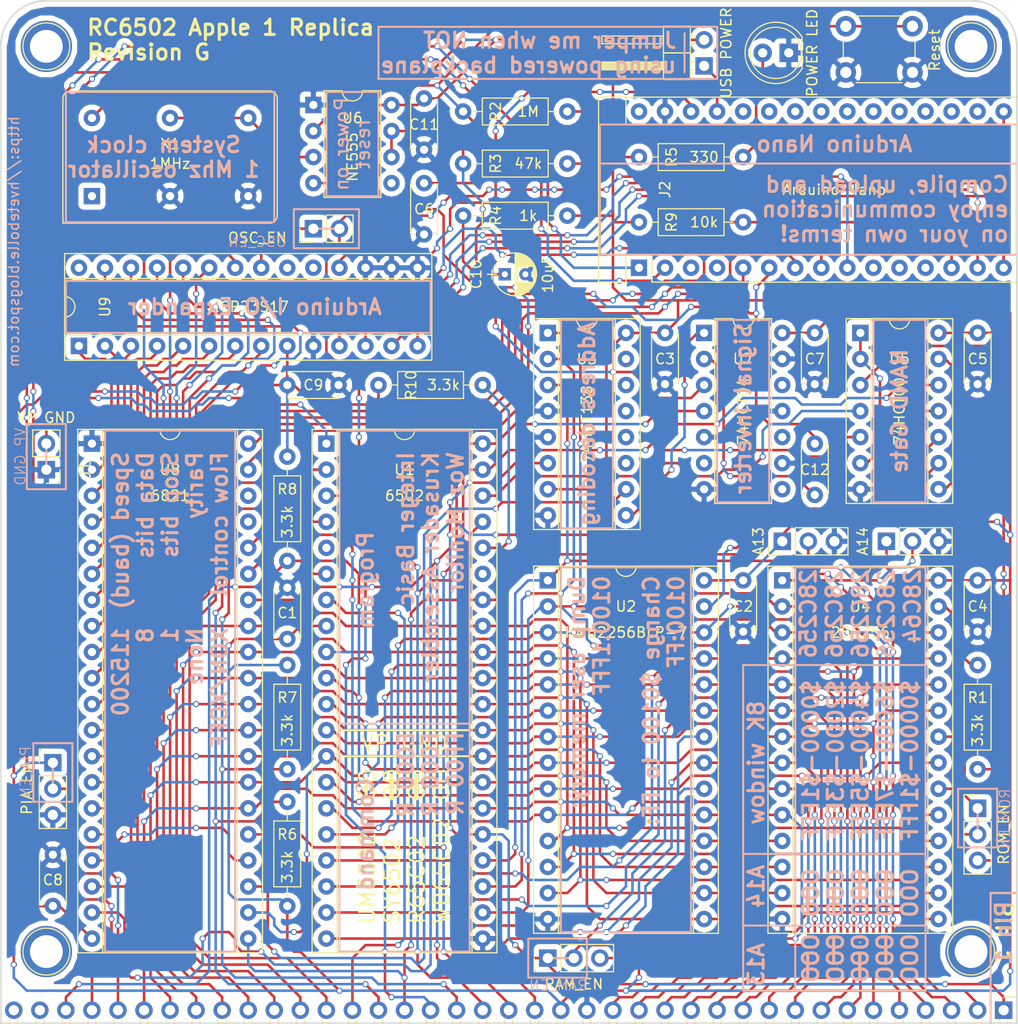
<source format=kicad_pcb>
(kicad_pcb (version 4) (host pcbnew 4.0.7)
  (layers (0 F.Cu signal hide) (31 B.Cu signal hide) (34 B.Paste user) (35 F.Paste user) (36 B.SilkS user) (37 F.SilkS user) (38 B.Mask user) (39 F.Mask user) (44 Edge.Cuts user))
  (net 0 "")
  (net 1 GND)
  (net 2 OUT_DA)
  (net 3 VCC)
  (net 4 "Net-(D1-Pad2)")
  (net 5 "Net-(J1-Pad2)")
  (net 6 TX)
  (net 7 RX)
  (net 8 KBD_READY)
  (net 9 KBD_STROBE)
  (net 10 OUT_RDA)
  (net 11 P_RESET)
  (net 12 "Net-(J2-Pad13)")
  (net 13 "Net-(J2-Pad14)")
  (net 14 "Net-(J2-Pad15)")
  (net 15 "Net-(J2-Pad16)")
  (net 16 A15)
  (net 17 A14)
  (net 18 A13)
  (net 19 A12)
  (net 20 A11)
  (net 21 A10)
  (net 22 A9)
  (net 23 A8)
  (net 24 A7)
  (net 25 A6)
  (net 26 A5)
  (net 27 A4)
  (net 28 A3)
  (net 29 A2)
  (net 30 A1)
  (net 31 A0)
  (net 32 PHI2)
  (net 33 RESET)
  (net 34 CLOCK)
  (net 35 IRQ)
  (net 36 RW)
  (net 37 RDY)
  (net 38 SYNC)
  (net 39 D0)
  (net 40 D1)
  (net 41 D2)
  (net 42 D3)
  (net 43 D4)
  (net 44 D5)
  (net 45 D6)
  (net 46 D7)
  (net 47 NMI)
  (net 48 A13_W)
  (net 49 A14_W)
  (net 50 "Net-(R1-Pad1)")
  (net 51 CS_PIA)
  (net 52 CS_ROM)
  (net 53 "Net-(U5-Pad1)")
  (net 54 KBD_D0)
  (net 55 KBD_D1)
  (net 56 KBD_D2)
  (net 57 KBD_D3)
  (net 58 KBD_D4)
  (net 59 KBD_D5)
  (net 60 KBD_D6)
  (net 61 KBD_D7)
  (net 62 OUT_D0)
  (net 63 OUT_D1)
  (net 64 OUT_D2)
  (net 65 OUT_D3)
  (net 66 OUT_D4)
  (net 67 OUT_D5)
  (net 68 OUT_D6)
  (net 69 "Net-(U2-Pad27)")
  (net 70 "Net-(U3-Pad9)")
  (net 71 "Net-(U3-Pad7)")
  (net 72 "Net-(U5-Pad13)")
  (net 73 "Net-(U6-Pad3)")
  (net 74 "Net-(U7-Pad1)")
  (net 75 "Net-(C6-Pad1)")
  (net 76 "Net-(C10-Pad1)")
  (net 77 "Net-(C12-Pad2)")
  (net 78 "Net-(J2-Pad27)")
  (net 79 "Net-(R10-Pad1)")
  (net 80 "Net-(J9-Pad2)")
  (net 81 "Net-(J10-Pad2)")
  (net 82 "Net-(J11-Pad2)")
  (net 83 "Net-(JP1-Pad1)")
  (net 84 PHI1)
  (module Housings_DIP:DIP-40_W15.24mm_Socket (layer F.Cu) (at 147.955 82.55)
    (fp_text reference U1 (at 7.62 2.54) (layer F.SilkS))
    (fp_text value 6502 (at 7.62 5.08 180) (layer F.SilkS))
    (pad 1 thru_hole rect (at 0 0) (size 1.6 1.6) (drill 0.8) (layers *.Cu *.Mask) (net 5 "Net-(J1-Pad2)"))
    (pad 21 thru_hole oval (at 15.24 48.26) (size 1.6 1.6) (drill 0.8) (layers *.Cu *.Mask) (net 1 GND))
    (pad 2 thru_hole oval (at 0 2.54) (size 1.6 1.6) (drill 0.8) (layers *.Cu *.Mask) (net 37 RDY))
    (pad 22 thru_hole oval (at 15.24 45.72) (size 1.6 1.6) (drill 0.8) (layers *.Cu *.Mask) (net 19 A12))
    (pad 3 thru_hole oval (at 0 5.08) (size 1.6 1.6) (drill 0.8) (layers *.Cu *.Mask) (net 84 PHI1))
    (pad 23 thru_hole oval (at 15.24 43.18) (size 1.6 1.6) (drill 0.8) (layers *.Cu *.Mask) (net 18 A13))
    (pad 4 thru_hole oval (at 0 7.62) (size 1.6 1.6) (drill 0.8) (layers *.Cu *.Mask) (net 35 IRQ))
    (pad 24 thru_hole oval (at 15.24 40.64) (size 1.6 1.6) (drill 0.8) (layers *.Cu *.Mask) (net 17 A14))
    (pad 5 thru_hole oval (at 0 10.16) (size 1.6 1.6) (drill 0.8) (layers *.Cu *.Mask))
    (pad 25 thru_hole oval (at 15.24 38.1) (size 1.6 1.6) (drill 0.8) (layers *.Cu *.Mask) (net 16 A15))
    (pad 6 thru_hole oval (at 0 12.7) (size 1.6 1.6) (drill 0.8) (layers *.Cu *.Mask) (net 47 NMI))
    (pad 26 thru_hole oval (at 15.24 35.56) (size 1.6 1.6) (drill 0.8) (layers *.Cu *.Mask) (net 46 D7))
    (pad 7 thru_hole oval (at 0 15.24) (size 1.6 1.6) (drill 0.8) (layers *.Cu *.Mask) (net 38 SYNC))
    (pad 27 thru_hole oval (at 15.24 33.02) (size 1.6 1.6) (drill 0.8) (layers *.Cu *.Mask) (net 45 D6))
    (pad 8 thru_hole oval (at 0 17.78) (size 1.6 1.6) (drill 0.8) (layers *.Cu *.Mask) (net 3 VCC))
    (pad 28 thru_hole oval (at 15.24 30.48) (size 1.6 1.6) (drill 0.8) (layers *.Cu *.Mask) (net 44 D5))
    (pad 9 thru_hole oval (at 0 20.32) (size 1.6 1.6) (drill 0.8) (layers *.Cu *.Mask) (net 31 A0))
    (pad 29 thru_hole oval (at 15.24 27.94) (size 1.6 1.6) (drill 0.8) (layers *.Cu *.Mask) (net 43 D4))
    (pad 10 thru_hole oval (at 0 22.86) (size 1.6 1.6) (drill 0.8) (layers *.Cu *.Mask) (net 30 A1))
    (pad 30 thru_hole oval (at 15.24 25.4) (size 1.6 1.6) (drill 0.8) (layers *.Cu *.Mask) (net 42 D3))
    (pad 11 thru_hole oval (at 0 25.4) (size 1.6 1.6) (drill 0.8) (layers *.Cu *.Mask) (net 29 A2))
    (pad 31 thru_hole oval (at 15.24 22.86) (size 1.6 1.6) (drill 0.8) (layers *.Cu *.Mask) (net 41 D2))
    (pad 12 thru_hole oval (at 0 27.94) (size 1.6 1.6) (drill 0.8) (layers *.Cu *.Mask) (net 28 A3))
    (pad 32 thru_hole oval (at 15.24 20.32) (size 1.6 1.6) (drill 0.8) (layers *.Cu *.Mask) (net 40 D1))
    (pad 13 thru_hole oval (at 0 30.48) (size 1.6 1.6) (drill 0.8) (layers *.Cu *.Mask) (net 27 A4))
    (pad 33 thru_hole oval (at 15.24 17.78) (size 1.6 1.6) (drill 0.8) (layers *.Cu *.Mask) (net 39 D0))
    (pad 14 thru_hole oval (at 0 33.02) (size 1.6 1.6) (drill 0.8) (layers *.Cu *.Mask) (net 26 A5))
    (pad 34 thru_hole oval (at 15.24 15.24) (size 1.6 1.6) (drill 0.8) (layers *.Cu *.Mask) (net 36 RW))
    (pad 15 thru_hole oval (at 0 35.56) (size 1.6 1.6) (drill 0.8) (layers *.Cu *.Mask) (net 25 A6))
    (pad 35 thru_hole oval (at 15.24 12.7) (size 1.6 1.6) (drill 0.8) (layers *.Cu *.Mask))
    (pad 16 thru_hole oval (at 0 38.1) (size 1.6 1.6) (drill 0.8) (layers *.Cu *.Mask) (net 24 A7))
    (pad 36 thru_hole oval (at 15.24 10.16) (size 1.6 1.6) (drill 0.8) (layers *.Cu *.Mask) (net 79 "Net-(R10-Pad1)"))
    (pad 17 thru_hole oval (at 0 40.64) (size 1.6 1.6) (drill 0.8) (layers *.Cu *.Mask) (net 23 A8))
    (pad 37 thru_hole oval (at 15.24 7.62) (size 1.6 1.6) (drill 0.8) (layers *.Cu *.Mask) (net 34 CLOCK))
    (pad 18 thru_hole oval (at 0 43.18) (size 1.6 1.6) (drill 0.8) (layers *.Cu *.Mask) (net 22 A9))
    (pad 38 thru_hole oval (at 15.24 5.08) (size 1.6 1.6) (drill 0.8) (layers *.Cu *.Mask) (net 3 VCC))
    (pad 19 thru_hole oval (at 0 45.72) (size 1.6 1.6) (drill 0.8) (layers *.Cu *.Mask) (net 21 A10))
    (pad 39 thru_hole oval (at 15.24 2.54) (size 1.6 1.6) (drill 0.8) (layers *.Cu *.Mask) (net 32 PHI2))
    (pad 20 thru_hole oval (at 0 48.26) (size 1.6 1.6) (drill 0.8) (layers *.Cu *.Mask) (net 20 A11))
    (pad 40 thru_hole oval (at 15.24 0) (size 1.6 1.6) (drill 0.8) (layers *.Cu *.Mask) (net 33 RESET))
  )
  (module Capacitors_THT:C_Disc_D4.7mm_W2.5mm_P5.00mm (layer F.Cu) (at 144.145 101.6 90)
    (fp_text reference C1 (at 2.54 0 180) (layer F.SilkS))
    (fp_text value 100nF)
    (pad 1 thru_hole circle (at 0 0 90) (size 1.6 1.6) (drill 0.8) (layers *.Cu *.Mask) (net 3 VCC))
    (pad 2 thru_hole circle (at 5 0 90) (size 1.6 1.6) (drill 0.8) (layers *.Cu *.Mask) (net 1 GND))
  )
  (module Capacitors_THT:C_Disc_D4.7mm_W2.5mm_P5.00mm (layer F.Cu) (at 188.595 95.885 270)
    (fp_text reference C2 (at 2.54 0 360) (layer F.SilkS))
    (fp_text value 100nF)
    (pad 1 thru_hole circle (at 0 0 270) (size 1.6 1.6) (drill 0.8) (layers *.Cu *.Mask) (net 3 VCC))
    (pad 2 thru_hole circle (at 5 0 270) (size 1.6 1.6) (drill 0.8) (layers *.Cu *.Mask) (net 1 GND))
  )
  (module Capacitors_THT:C_Disc_D4.7mm_W2.5mm_P5.00mm (layer F.Cu) (at 211.455 95.885 270)
    (fp_text reference C4 (at 2.54 0 360) (layer F.SilkS))
    (fp_text value 100nF)
    (pad 1 thru_hole circle (at 0 0 270) (size 1.6 1.6) (drill 0.8) (layers *.Cu *.Mask) (net 3 VCC))
    (pad 2 thru_hole circle (at 5 0 270) (size 1.6 1.6) (drill 0.8) (layers *.Cu *.Mask) (net 1 GND))
  )
  (module Capacitors_THT:C_Disc_D4.7mm_W2.5mm_P5.00mm (layer F.Cu) (at 211.455 71.755 270)
    (fp_text reference C5 (at 2.54 0 360) (layer F.SilkS))
    (fp_text value 100nF)
    (pad 1 thru_hole circle (at 0 0 270) (size 1.6 1.6) (drill 0.8) (layers *.Cu *.Mask) (net 3 VCC))
    (pad 2 thru_hole circle (at 5 0 270) (size 1.6 1.6) (drill 0.8) (layers *.Cu *.Mask) (net 1 GND))
  )
  (module Capacitors_THT:C_Disc_D4.7mm_W2.5mm_P5.00mm (layer F.Cu) (at 157.48 57.15 270)
    (fp_text reference C6 (at 2.54 0 540) (layer F.SilkS))
    (fp_text value 100nF)
    (pad 1 thru_hole circle (at 0 0 270) (size 1.6 1.6) (drill 0.8) (layers *.Cu *.Mask) (net 75 "Net-(C6-Pad1)"))
    (pad 2 thru_hole circle (at 5 0 270) (size 1.6 1.6) (drill 0.8) (layers *.Cu *.Mask) (net 1 GND))
  )
  (module Capacitors_THT:C_Disc_D4.7mm_W2.5mm_P5.00mm (layer F.Cu) (at 195.58 71.755 270)
    (fp_text reference C7 (at 2.54 0 360) (layer F.SilkS))
    (fp_text value 100nF)
    (pad 1 thru_hole circle (at 0 0 270) (size 1.6 1.6) (drill 0.8) (layers *.Cu *.Mask) (net 3 VCC))
    (pad 2 thru_hole circle (at 5 0 270) (size 1.6 1.6) (drill 0.8) (layers *.Cu *.Mask) (net 1 GND))
  )
  (module Capacitors_THT:C_Disc_D4.7mm_W2.5mm_P5.00mm (layer F.Cu) (at 121.285 127.635 90)
    (fp_text reference C8 (at 2.54 0 180) (layer F.SilkS))
    (fp_text value 100nF)
    (pad 1 thru_hole circle (at 0 0 90) (size 1.6 1.6) (drill 0.8) (layers *.Cu *.Mask) (net 3 VCC))
    (pad 2 thru_hole circle (at 5 0 90) (size 1.6 1.6) (drill 0.8) (layers *.Cu *.Mask) (net 1 GND))
  )
  (module Capacitors_THT:C_Disc_D4.7mm_W2.5mm_P5.00mm (layer F.Cu) (at 144.145 76.835)
    (fp_text reference C9 (at 2.54 0) (layer F.SilkS))
    (fp_text value 100nF)
    (pad 1 thru_hole circle (at 0 0) (size 1.6 1.6) (drill 0.8) (layers *.Cu *.Mask) (net 3 VCC))
    (pad 2 thru_hole circle (at 5 0) (size 1.6 1.6) (drill 0.8) (layers *.Cu *.Mask) (net 1 GND))
  )
  (module Capacitors_THT:C_Disc_D4.7mm_W2.5mm_P5.00mm (layer F.Cu) (at 157.48 48.895 270)
    (fp_text reference C11 (at 2.54 0 360) (layer F.SilkS))
    (fp_text value 100nF)
    (pad 1 thru_hole circle (at 0 0 270) (size 1.6 1.6) (drill 0.8) (layers *.Cu *.Mask) (net 3 VCC))
    (pad 2 thru_hole circle (at 5 0 270) (size 1.6 1.6) (drill 0.8) (layers *.Cu *.Mask) (net 1 GND))
  )
  (module Modules:Arduino_Nano (layer F.Cu) (at 178.435 65.405 90)
    (fp_text reference J2 (at 7.62 2.54 90) (layer F.SilkS))
    (fp_text value "Arduino Nano" (at 7.62 19.05 180) (layer F.SilkS))
    (pad 1 thru_hole rect (at 0 0 90) (size 1.6 1.6) (drill 0.8) (layers *.Cu *.Mask) (net 6 TX))
    (pad 17 thru_hole oval (at 15.24 33.02 90) (size 1.6 1.6) (drill 0.8) (layers *.Cu *.Mask))
    (pad 2 thru_hole oval (at 0 2.54 90) (size 1.6 1.6) (drill 0.8) (layers *.Cu *.Mask) (net 7 RX))
    (pad 18 thru_hole oval (at 15.24 30.48 90) (size 1.6 1.6) (drill 0.8) (layers *.Cu *.Mask))
    (pad 3 thru_hole oval (at 0 5.08 90) (size 1.6 1.6) (drill 0.8) (layers *.Cu *.Mask))
    (pad 19 thru_hole oval (at 15.24 27.94 90) (size 1.6 1.6) (drill 0.8) (layers *.Cu *.Mask))
    (pad 4 thru_hole oval (at 0 7.62 90) (size 1.6 1.6) (drill 0.8) (layers *.Cu *.Mask))
    (pad 20 thru_hole oval (at 15.24 25.4 90) (size 1.6 1.6) (drill 0.8) (layers *.Cu *.Mask))
    (pad 5 thru_hole oval (at 0 10.16 90) (size 1.6 1.6) (drill 0.8) (layers *.Cu *.Mask) (net 8 KBD_READY))
    (pad 21 thru_hole oval (at 15.24 22.86 90) (size 1.6 1.6) (drill 0.8) (layers *.Cu *.Mask))
    (pad 6 thru_hole oval (at 0 12.7 90) (size 1.6 1.6) (drill 0.8) (layers *.Cu *.Mask) (net 2 OUT_DA))
    (pad 22 thru_hole oval (at 15.24 20.32 90) (size 1.6 1.6) (drill 0.8) (layers *.Cu *.Mask))
    (pad 7 thru_hole oval (at 0 15.24 90) (size 1.6 1.6) (drill 0.8) (layers *.Cu *.Mask) (net 9 KBD_STROBE))
    (pad 23 thru_hole oval (at 15.24 17.78 90) (size 1.6 1.6) (drill 0.8) (layers *.Cu *.Mask))
    (pad 8 thru_hole oval (at 0 17.78 90) (size 1.6 1.6) (drill 0.8) (layers *.Cu *.Mask) (net 10 OUT_RDA))
    (pad 24 thru_hole oval (at 15.24 15.24 90) (size 1.6 1.6) (drill 0.8) (layers *.Cu *.Mask))
    (pad 9 thru_hole oval (at 0 20.32 90) (size 1.6 1.6) (drill 0.8) (layers *.Cu *.Mask) (net 34 CLOCK))
    (pad 25 thru_hole oval (at 15.24 12.7 90) (size 1.6 1.6) (drill 0.8) (layers *.Cu *.Mask))
    (pad 10 thru_hole oval (at 0 22.86 90) (size 1.6 1.6) (drill 0.8) (layers *.Cu *.Mask))
    (pad 26 thru_hole oval (at 15.24 10.16 90) (size 1.6 1.6) (drill 0.8) (layers *.Cu *.Mask))
    (pad 11 thru_hole oval (at 0 25.4 90) (size 1.6 1.6) (drill 0.8) (layers *.Cu *.Mask))
    (pad 27 thru_hole oval (at 15.24 7.62 90) (size 1.6 1.6) (drill 0.8) (layers *.Cu *.Mask) (net 78 "Net-(J2-Pad27)"))
    (pad 12 thru_hole oval (at 0 27.94 90) (size 1.6 1.6) (drill 0.8) (layers *.Cu *.Mask))
    (pad 28 thru_hole oval (at 15.24 5.08 90) (size 1.6 1.6) (drill 0.8) (layers *.Cu *.Mask) (net 11 P_RESET))
    (pad 13 thru_hole oval (at 0 30.48 90) (size 1.6 1.6) (drill 0.8) (layers *.Cu *.Mask) (net 12 "Net-(J2-Pad13)"))
    (pad 29 thru_hole oval (at 15.24 2.54 90) (size 1.6 1.6) (drill 0.8) (layers *.Cu *.Mask) (net 1 GND))
    (pad 14 thru_hole oval (at 0 33.02 90) (size 1.6 1.6) (drill 0.8) (layers *.Cu *.Mask) (net 13 "Net-(J2-Pad14)"))
    (pad 30 thru_hole oval (at 15.24 0 90) (size 1.6 1.6) (drill 0.8) (layers *.Cu *.Mask))
    (pad 15 thru_hole oval (at 0 35.56 90) (size 1.6 1.6) (drill 0.8) (layers *.Cu *.Mask) (net 14 "Net-(J2-Pad15)"))
    (pad 16 thru_hole oval (at 15.24 35.56 90) (size 1.6 1.6) (drill 0.8) (layers *.Cu *.Mask) (net 15 "Net-(J2-Pad16)"))
  )
  (module Pin_Headers:Pin_Header_Angled_1x39_Pitch2.54mm (layer F.Cu) (at 213.995 137.795 270)
    (fp_text reference J3 (at 4.315 -2.27 270) (layer F.SilkS))
    (fp_text value Backplane)
    (pad 1 thru_hole rect (at 0 0 270) (size 1.7 1.7) (drill 1) (layers *.Cu *.Mask) (net 16 A15))
    (pad 2 thru_hole oval (at 0 2.54 270) (size 1.7 1.7) (drill 1) (layers *.Cu *.Mask) (net 17 A14))
    (pad 3 thru_hole oval (at 0 5.08 270) (size 1.7 1.7) (drill 1) (layers *.Cu *.Mask) (net 18 A13))
    (pad 4 thru_hole oval (at 0 7.62 270) (size 1.7 1.7) (drill 1) (layers *.Cu *.Mask) (net 19 A12))
    (pad 5 thru_hole oval (at 0 10.16 270) (size 1.7 1.7) (drill 1) (layers *.Cu *.Mask) (net 20 A11))
    (pad 6 thru_hole oval (at 0 12.7 270) (size 1.7 1.7) (drill 1) (layers *.Cu *.Mask) (net 21 A10))
    (pad 7 thru_hole oval (at 0 15.24 270) (size 1.7 1.7) (drill 1) (layers *.Cu *.Mask) (net 22 A9))
    (pad 8 thru_hole oval (at 0 17.78 270) (size 1.7 1.7) (drill 1) (layers *.Cu *.Mask) (net 23 A8))
    (pad 9 thru_hole oval (at 0 20.32 270) (size 1.7 1.7) (drill 1) (layers *.Cu *.Mask) (net 24 A7))
    (pad 10 thru_hole oval (at 0 22.86 270) (size 1.7 1.7) (drill 1) (layers *.Cu *.Mask) (net 25 A6))
    (pad 11 thru_hole oval (at 0 25.4 270) (size 1.7 1.7) (drill 1) (layers *.Cu *.Mask) (net 26 A5))
    (pad 12 thru_hole oval (at 0 27.94 270) (size 1.7 1.7) (drill 1) (layers *.Cu *.Mask) (net 27 A4))
    (pad 13 thru_hole oval (at 0 30.48 270) (size 1.7 1.7) (drill 1) (layers *.Cu *.Mask) (net 28 A3))
    (pad 14 thru_hole oval (at 0 33.02 270) (size 1.7 1.7) (drill 1) (layers *.Cu *.Mask) (net 29 A2))
    (pad 15 thru_hole oval (at 0 35.56 270) (size 1.7 1.7) (drill 1) (layers *.Cu *.Mask) (net 30 A1))
    (pad 16 thru_hole oval (at 0 38.1 270) (size 1.7 1.7) (drill 1) (layers *.Cu *.Mask) (net 31 A0))
    (pad 17 thru_hole oval (at 0 40.64 270) (size 1.7 1.7) (drill 1) (layers *.Cu *.Mask) (net 1 GND))
    (pad 18 thru_hole oval (at 0 43.18 270) (size 1.7 1.7) (drill 1) (layers *.Cu *.Mask) (net 3 VCC))
    (pad 19 thru_hole oval (at 0 45.72 270) (size 1.7 1.7) (drill 1) (layers *.Cu *.Mask) (net 32 PHI2))
    (pad 20 thru_hole oval (at 0 48.26 270) (size 1.7 1.7) (drill 1) (layers *.Cu *.Mask) (net 33 RESET))
    (pad 21 thru_hole oval (at 0 50.8 270) (size 1.7 1.7) (drill 1) (layers *.Cu *.Mask) (net 34 CLOCK))
    (pad 22 thru_hole oval (at 0 53.34 270) (size 1.7 1.7) (drill 1) (layers *.Cu *.Mask) (net 35 IRQ))
    (pad 23 thru_hole oval (at 0 55.88 270) (size 1.7 1.7) (drill 1) (layers *.Cu *.Mask) (net 84 PHI1))
    (pad 24 thru_hole oval (at 0 58.42 270) (size 1.7 1.7) (drill 1) (layers *.Cu *.Mask) (net 36 RW))
    (pad 25 thru_hole oval (at 0 60.96 270) (size 1.7 1.7) (drill 1) (layers *.Cu *.Mask) (net 37 RDY))
    (pad 26 thru_hole oval (at 0 63.5 270) (size 1.7 1.7) (drill 1) (layers *.Cu *.Mask) (net 38 SYNC))
    (pad 27 thru_hole oval (at 0 66.04 270) (size 1.7 1.7) (drill 1) (layers *.Cu *.Mask) (net 39 D0))
    (pad 28 thru_hole oval (at 0 68.58 270) (size 1.7 1.7) (drill 1) (layers *.Cu *.Mask) (net 40 D1))
    (pad 29 thru_hole oval (at 0 71.12 270) (size 1.7 1.7) (drill 1) (layers *.Cu *.Mask) (net 41 D2))
    (pad 30 thru_hole oval (at 0 73.66 270) (size 1.7 1.7) (drill 1) (layers *.Cu *.Mask) (net 42 D3))
    (pad 31 thru_hole oval (at 0 76.2 270) (size 1.7 1.7) (drill 1) (layers *.Cu *.Mask) (net 43 D4))
    (pad 32 thru_hole oval (at 0 78.74 270) (size 1.7 1.7) (drill 1) (layers *.Cu *.Mask) (net 44 D5))
    (pad 33 thru_hole oval (at 0 81.28 270) (size 1.7 1.7) (drill 1) (layers *.Cu *.Mask) (net 45 D6))
    (pad 34 thru_hole oval (at 0 83.82 270) (size 1.7 1.7) (drill 1) (layers *.Cu *.Mask) (net 46 D7))
    (pad 35 thru_hole oval (at 0 86.36 270) (size 1.7 1.7) (drill 1) (layers *.Cu *.Mask) (net 6 TX))
    (pad 36 thru_hole oval (at 0 88.9 270) (size 1.7 1.7) (drill 1) (layers *.Cu *.Mask) (net 7 RX))
    (pad 37 thru_hole oval (at 0 91.44 270) (size 1.7 1.7) (drill 1) (layers *.Cu *.Mask) (net 47 NMI))
    (pad 38 thru_hole oval (at 0 93.98 270) (size 1.7 1.7) (drill 1) (layers *.Cu *.Mask))
    (pad 39 thru_hole oval (at 0 96.52 270) (size 1.7 1.7) (drill 1) (layers *.Cu *.Mask))
  )
  (module Resistors_THT:R_Axial_DIN0207_L6.3mm_D2.5mm_P10.16mm_Horizontal (layer F.Cu) (at 211.455 104.14 270)
    (fp_text reference R1 (at 3.175 0 360) (layer F.SilkS))
    (fp_text value 3.3k (at 6.35 0 270) (layer F.SilkS))
    (pad 1 thru_hole circle (at 0 0 270) (size 1.6 1.6) (drill 0.8) (layers *.Cu *.Mask) (net 50 "Net-(R1-Pad1)"))
    (pad 2 thru_hole oval (at 10.16 0 270) (size 1.6 1.6) (drill 0.8) (layers *.Cu *.Mask) (net 3 VCC))
  )
  (module Resistors_THT:R_Axial_DIN0207_L6.3mm_D2.5mm_P10.16mm_Horizontal (layer F.Cu) (at 171.45 50.165 180)
    (fp_text reference R2 (at 6.985 0 270) (layer F.SilkS))
    (fp_text value 1M (at 3.81 0 180) (layer F.SilkS))
    (pad 1 thru_hole circle (at 0 0 180) (size 1.6 1.6) (drill 0.8) (layers *.Cu *.Mask) (net 3 VCC))
    (pad 2 thru_hole oval (at 10.16 0 180) (size 1.6 1.6) (drill 0.8) (layers *.Cu *.Mask) (net 75 "Net-(C6-Pad1)"))
  )
  (module Resistors_THT:R_Axial_DIN0207_L6.3mm_D2.5mm_P10.16mm_Horizontal (layer F.Cu) (at 171.45 55.245 180)
    (fp_text reference R3 (at 6.985 0 270) (layer F.SilkS))
    (fp_text value 47k (at 3.81 0 180) (layer F.SilkS))
    (pad 1 thru_hole circle (at 0 0 180) (size 1.6 1.6) (drill 0.8) (layers *.Cu *.Mask) (net 3 VCC))
    (pad 2 thru_hole oval (at 10.16 0 180) (size 1.6 1.6) (drill 0.8) (layers *.Cu *.Mask) (net 76 "Net-(C10-Pad1)"))
  )
  (module Resistors_THT:R_Axial_DIN0207_L6.3mm_D2.5mm_P10.16mm_Horizontal (layer F.Cu) (at 161.29 60.325)
    (fp_text reference R4 (at 3.175 0 90) (layer F.SilkS))
    (fp_text value 1k (at 6.35 0) (layer F.SilkS))
    (pad 1 thru_hole circle (at 0 0) (size 1.6 1.6) (drill 0.8) (layers *.Cu *.Mask) (net 33 RESET))
    (pad 2 thru_hole oval (at 10.16 0) (size 1.6 1.6) (drill 0.8) (layers *.Cu *.Mask) (net 3 VCC))
  )
  (module Resistors_THT:R_Axial_DIN0207_L6.3mm_D2.5mm_P10.16mm_Horizontal (layer F.Cu) (at 178.435 54.61)
    (fp_text reference R5 (at 3.175 0 90) (layer F.SilkS))
    (fp_text value 330 (at 6.35 0) (layer F.SilkS))
    (pad 1 thru_hole circle (at 0 0) (size 1.6 1.6) (drill 0.8) (layers *.Cu *.Mask) (net 3 VCC))
    (pad 2 thru_hole oval (at 10.16 0) (size 1.6 1.6) (drill 0.8) (layers *.Cu *.Mask) (net 4 "Net-(D1-Pad2)"))
  )
  (module Resistors_THT:R_Axial_DIN0207_L6.3mm_D2.5mm_P10.16mm_Horizontal (layer F.Cu) (at 144.145 117.475 270)
    (fp_text reference R6 (at 3.175 0 360) (layer F.SilkS))
    (fp_text value 3.3k (at 6.35 0 270) (layer F.SilkS))
    (pad 1 thru_hole circle (at 0 0 270) (size 1.6 1.6) (drill 0.8) (layers *.Cu *.Mask) (net 37 RDY))
    (pad 2 thru_hole oval (at 10.16 0 270) (size 1.6 1.6) (drill 0.8) (layers *.Cu *.Mask) (net 3 VCC))
  )
  (module Resistors_THT:R_Axial_DIN0207_L6.3mm_D2.5mm_P10.16mm_Horizontal (layer F.Cu) (at 144.145 114.3 90)
    (fp_text reference R7 (at 6.985 0 180) (layer F.SilkS))
    (fp_text value 3.3k (at 3.81 0 90) (layer F.SilkS))
    (pad 1 thru_hole circle (at 0 0 90) (size 1.6 1.6) (drill 0.8) (layers *.Cu *.Mask) (net 35 IRQ))
    (pad 2 thru_hole oval (at 10.16 0 90) (size 1.6 1.6) (drill 0.8) (layers *.Cu *.Mask) (net 3 VCC))
  )
  (module Resistors_THT:R_Axial_DIN0207_L6.3mm_D2.5mm_P10.16mm_Horizontal (layer F.Cu) (at 144.145 93.98 90)
    (fp_text reference R8 (at 6.985 0 180) (layer F.SilkS))
    (fp_text value 3.3k (at 3.81 0 90) (layer F.SilkS))
    (pad 1 thru_hole circle (at 0 0 90) (size 1.6 1.6) (drill 0.8) (layers *.Cu *.Mask) (net 47 NMI))
    (pad 2 thru_hole oval (at 10.16 0 90) (size 1.6 1.6) (drill 0.8) (layers *.Cu *.Mask) (net 3 VCC))
  )
  (module Resistors_THT:R_Axial_DIN0207_L6.3mm_D2.5mm_P10.16mm_Horizontal (layer F.Cu) (at 178.435 60.96)
    (fp_text reference R9 (at 3.175 0 90) (layer F.SilkS))
    (fp_text value 10k (at 6.35 0) (layer F.SilkS))
    (pad 1 thru_hole circle (at 0 0) (size 1.6 1.6) (drill 0.8) (layers *.Cu *.Mask) (net 3 VCC))
    (pad 2 thru_hole oval (at 10.16 0) (size 1.6 1.6) (drill 0.8) (layers *.Cu *.Mask) (net 12 "Net-(J2-Pad13)"))
  )
  (module Buttons_Switches_THT:SW_PUSH_6mm (layer F.Cu) (at 205.105 46.355 180)
    (fp_text reference SW1 (at 0 8.255 180) (layer F.SilkS))
    (fp_text value RESET)
    (pad 2 thru_hole circle (at 0 4.5 270) (size 2 2) (drill 1.1) (layers *.Cu *.Mask) (net 75 "Net-(C6-Pad1)"))
    (pad 1 thru_hole circle (at 0 0 270) (size 2 2) (drill 1.1) (layers *.Cu *.Mask) (net 1 GND))
    (pad 2 thru_hole circle (at 6.5 4.5 270) (size 2 2) (drill 1.1) (layers *.Cu *.Mask) (net 75 "Net-(C6-Pad1)"))
    (pad 1 thru_hole circle (at 6.5 0 270) (size 2 2) (drill 1.1) (layers *.Cu *.Mask) (net 1 GND))
  )
  (module Housings_DIP:DIP-28_W15.24mm_Socket (layer F.Cu) (at 169.545 95.885)
    (fp_text reference U2 (at 7.62 2.54) (layer F.SilkS))
    (fp_text value HM62256BLP-7 (at 7.62 5.08) (layer F.SilkS))
    (pad 1 thru_hole rect (at 0 0) (size 1.6 1.6) (drill 0.8) (layers *.Cu *.Mask) (net 17 A14))
    (pad 15 thru_hole oval (at 15.24 33.02) (size 1.6 1.6) (drill 0.8) (layers *.Cu *.Mask) (net 42 D3))
    (pad 2 thru_hole oval (at 0 2.54) (size 1.6 1.6) (drill 0.8) (layers *.Cu *.Mask) (net 19 A12))
    (pad 16 thru_hole oval (at 15.24 30.48) (size 1.6 1.6) (drill 0.8) (layers *.Cu *.Mask) (net 43 D4))
    (pad 3 thru_hole oval (at 0 5.08) (size 1.6 1.6) (drill 0.8) (layers *.Cu *.Mask) (net 24 A7))
    (pad 17 thru_hole oval (at 15.24 27.94) (size 1.6 1.6) (drill 0.8) (layers *.Cu *.Mask) (net 44 D5))
    (pad 4 thru_hole oval (at 0 7.62) (size 1.6 1.6) (drill 0.8) (layers *.Cu *.Mask) (net 25 A6))
    (pad 18 thru_hole oval (at 15.24 25.4) (size 1.6 1.6) (drill 0.8) (layers *.Cu *.Mask) (net 45 D6))
    (pad 5 thru_hole oval (at 0 10.16) (size 1.6 1.6) (drill 0.8) (layers *.Cu *.Mask) (net 26 A5))
    (pad 19 thru_hole oval (at 15.24 22.86) (size 1.6 1.6) (drill 0.8) (layers *.Cu *.Mask) (net 46 D7))
    (pad 6 thru_hole oval (at 0 12.7) (size 1.6 1.6) (drill 0.8) (layers *.Cu *.Mask) (net 27 A4))
    (pad 20 thru_hole oval (at 15.24 20.32) (size 1.6 1.6) (drill 0.8) (layers *.Cu *.Mask) (net 81 "Net-(J10-Pad2)"))
    (pad 7 thru_hole oval (at 0 15.24) (size 1.6 1.6) (drill 0.8) (layers *.Cu *.Mask) (net 28 A3))
    (pad 21 thru_hole oval (at 15.24 17.78) (size 1.6 1.6) (drill 0.8) (layers *.Cu *.Mask) (net 21 A10))
    (pad 8 thru_hole oval (at 0 17.78) (size 1.6 1.6) (drill 0.8) (layers *.Cu *.Mask) (net 29 A2))
    (pad 22 thru_hole oval (at 15.24 15.24) (size 1.6 1.6) (drill 0.8) (layers *.Cu *.Mask) (net 81 "Net-(J10-Pad2)"))
    (pad 9 thru_hole oval (at 0 20.32) (size 1.6 1.6) (drill 0.8) (layers *.Cu *.Mask) (net 30 A1))
    (pad 23 thru_hole oval (at 15.24 12.7) (size 1.6 1.6) (drill 0.8) (layers *.Cu *.Mask) (net 20 A11))
    (pad 10 thru_hole oval (at 0 22.86) (size 1.6 1.6) (drill 0.8) (layers *.Cu *.Mask) (net 31 A0))
    (pad 24 thru_hole oval (at 15.24 10.16) (size 1.6 1.6) (drill 0.8) (layers *.Cu *.Mask) (net 22 A9))
    (pad 11 thru_hole oval (at 0 25.4) (size 1.6 1.6) (drill 0.8) (layers *.Cu *.Mask) (net 39 D0))
    (pad 25 thru_hole oval (at 15.24 7.62) (size 1.6 1.6) (drill 0.8) (layers *.Cu *.Mask) (net 23 A8))
    (pad 12 thru_hole oval (at 0 27.94) (size 1.6 1.6) (drill 0.8) (layers *.Cu *.Mask) (net 40 D1))
    (pad 26 thru_hole oval (at 15.24 5.08) (size 1.6 1.6) (drill 0.8) (layers *.Cu *.Mask) (net 18 A13))
    (pad 13 thru_hole oval (at 0 30.48) (size 1.6 1.6) (drill 0.8) (layers *.Cu *.Mask) (net 41 D2))
    (pad 27 thru_hole oval (at 15.24 2.54) (size 1.6 1.6) (drill 0.8) (layers *.Cu *.Mask) (net 69 "Net-(U2-Pad27)"))
    (pad 14 thru_hole oval (at 0 33.02) (size 1.6 1.6) (drill 0.8) (layers *.Cu *.Mask) (net 1 GND))
    (pad 28 thru_hole oval (at 15.24 0) (size 1.6 1.6) (drill 0.8) (layers *.Cu *.Mask) (net 3 VCC))
  )
  (module Housings_DIP:DIP-14_W7.62mm_Socket (layer F.Cu) (at 200.025 71.755)
    (fp_text reference U5 (at 3.81 2.54) (layer F.SilkS))
    (fp_text value 74HCT00 (at 3.81 7.62 90) (layer F.SilkS))
    (pad 1 thru_hole rect (at 0 0) (size 1.6 1.6) (drill 0.8) (layers *.Cu *.Mask) (net 53 "Net-(U5-Pad1)"))
    (pad 8 thru_hole oval (at 7.62 15.24) (size 1.6 1.6) (drill 0.8) (layers *.Cu *.Mask) (net 72 "Net-(U5-Pad13)"))
    (pad 2 thru_hole oval (at 0 2.54) (size 1.6 1.6) (drill 0.8) (layers *.Cu *.Mask) (net 53 "Net-(U5-Pad1)"))
    (pad 9 thru_hole oval (at 7.62 12.7) (size 1.6 1.6) (drill 0.8) (layers *.Cu *.Mask) (net 36 RW))
    (pad 3 thru_hole oval (at 0 5.08) (size 1.6 1.6) (drill 0.8) (layers *.Cu *.Mask) (net 52 CS_ROM))
    (pad 10 thru_hole oval (at 7.62 10.16) (size 1.6 1.6) (drill 0.8) (layers *.Cu *.Mask) (net 36 RW))
    (pad 4 thru_hole oval (at 0 7.62) (size 1.6 1.6) (drill 0.8) (layers *.Cu *.Mask) (net 70 "Net-(U3-Pad9)"))
    (pad 11 thru_hole oval (at 7.62 7.62) (size 1.6 1.6) (drill 0.8) (layers *.Cu *.Mask) (net 69 "Net-(U2-Pad27)"))
    (pad 5 thru_hole oval (at 0 10.16) (size 1.6 1.6) (drill 0.8) (layers *.Cu *.Mask) (net 71 "Net-(U3-Pad7)"))
    (pad 12 thru_hole oval (at 7.62 5.08) (size 1.6 1.6) (drill 0.8) (layers *.Cu *.Mask) (net 32 PHI2))
    (pad 6 thru_hole oval (at 0 12.7) (size 1.6 1.6) (drill 0.8) (layers *.Cu *.Mask) (net 53 "Net-(U5-Pad1)"))
    (pad 13 thru_hole oval (at 7.62 2.54) (size 1.6 1.6) (drill 0.8) (layers *.Cu *.Mask) (net 72 "Net-(U5-Pad13)"))
    (pad 7 thru_hole oval (at 0 15.24) (size 1.6 1.6) (drill 0.8) (layers *.Cu *.Mask) (net 1 GND))
    (pad 14 thru_hole oval (at 7.62 0) (size 1.6 1.6) (drill 0.8) (layers *.Cu *.Mask) (net 3 VCC))
  )
  (module Housings_DIP:DIP-14_W7.62mm (layer F.Cu) (at 184.785 71.755)
    (fp_text reference U7 (at 3.81 2.54) (layer F.SilkS))
    (fp_text value 74HCT04 (at 3.81 7.62 90) (layer F.SilkS))
    (pad 1 thru_hole rect (at 0 0) (size 1.6 1.6) (drill 0.8) (layers *.Cu *.Mask) (net 74 "Net-(U7-Pad1)"))
    (pad 8 thru_hole oval (at 7.62 15.24) (size 1.6 1.6) (drill 0.8) (layers *.Cu *.Mask))
    (pad 2 thru_hole oval (at 0 2.54) (size 1.6 1.6) (drill 0.8) (layers *.Cu *.Mask) (net 77 "Net-(C12-Pad2)"))
    (pad 9 thru_hole oval (at 7.62 12.7) (size 1.6 1.6) (drill 0.8) (layers *.Cu *.Mask) (net 1 GND))
    (pad 3 thru_hole oval (at 0 5.08) (size 1.6 1.6) (drill 0.8) (layers *.Cu *.Mask) (net 73 "Net-(U6-Pad3)"))
    (pad 10 thru_hole oval (at 7.62 10.16) (size 1.6 1.6) (drill 0.8) (layers *.Cu *.Mask))
    (pad 4 thru_hole oval (at 0 7.62) (size 1.6 1.6) (drill 0.8) (layers *.Cu *.Mask) (net 33 RESET))
    (pad 11 thru_hole oval (at 7.62 7.62) (size 1.6 1.6) (drill 0.8) (layers *.Cu *.Mask) (net 1 GND))
    (pad 5 thru_hole oval (at 0 10.16) (size 1.6 1.6) (drill 0.8) (layers *.Cu *.Mask) (net 1 GND))
    (pad 12 thru_hole oval (at 7.62 5.08) (size 1.6 1.6) (drill 0.8) (layers *.Cu *.Mask))
    (pad 6 thru_hole oval (at 0 12.7) (size 1.6 1.6) (drill 0.8) (layers *.Cu *.Mask))
    (pad 13 thru_hole oval (at 7.62 2.54) (size 1.6 1.6) (drill 0.8) (layers *.Cu *.Mask) (net 1 GND))
    (pad 7 thru_hole oval (at 0 15.24) (size 1.6 1.6) (drill 0.8) (layers *.Cu *.Mask) (net 1 GND))
    (pad 14 thru_hole oval (at 7.62 0) (size 1.6 1.6) (drill 0.8) (layers *.Cu *.Mask) (net 3 VCC))
  )
  (module Housings_DIP:DIP-40_W15.24mm_Socket (layer F.Cu) (at 125.095 82.55)
    (fp_text reference U8 (at 7.62 2.54) (layer F.SilkS))
    (fp_text value 6821 (at 7.62 5.08) (layer F.SilkS))
    (pad 1 thru_hole rect (at 0 0) (size 1.6 1.6) (drill 0.8) (layers *.Cu *.Mask) (net 1 GND))
    (pad 21 thru_hole oval (at 15.24 48.26) (size 1.6 1.6) (drill 0.8) (layers *.Cu *.Mask) (net 36 RW))
    (pad 2 thru_hole oval (at 0 2.54) (size 1.6 1.6) (drill 0.8) (layers *.Cu *.Mask) (net 54 KBD_D0))
    (pad 22 thru_hole oval (at 15.24 45.72) (size 1.6 1.6) (drill 0.8) (layers *.Cu *.Mask) (net 27 A4))
    (pad 3 thru_hole oval (at 0 5.08) (size 1.6 1.6) (drill 0.8) (layers *.Cu *.Mask) (net 55 KBD_D1))
    (pad 23 thru_hole oval (at 15.24 43.18) (size 1.6 1.6) (drill 0.8) (layers *.Cu *.Mask) (net 51 CS_PIA))
    (pad 4 thru_hole oval (at 0 7.62) (size 1.6 1.6) (drill 0.8) (layers *.Cu *.Mask) (net 56 KBD_D2))
    (pad 24 thru_hole oval (at 15.24 40.64) (size 1.6 1.6) (drill 0.8) (layers *.Cu *.Mask) (net 82 "Net-(J11-Pad2)"))
    (pad 5 thru_hole oval (at 0 10.16) (size 1.6 1.6) (drill 0.8) (layers *.Cu *.Mask) (net 57 KBD_D3))
    (pad 25 thru_hole oval (at 15.24 38.1) (size 1.6 1.6) (drill 0.8) (layers *.Cu *.Mask) (net 32 PHI2))
    (pad 6 thru_hole oval (at 0 12.7) (size 1.6 1.6) (drill 0.8) (layers *.Cu *.Mask) (net 58 KBD_D4))
    (pad 26 thru_hole oval (at 15.24 35.56) (size 1.6 1.6) (drill 0.8) (layers *.Cu *.Mask) (net 46 D7))
    (pad 7 thru_hole oval (at 0 15.24) (size 1.6 1.6) (drill 0.8) (layers *.Cu *.Mask) (net 59 KBD_D5))
    (pad 27 thru_hole oval (at 15.24 33.02) (size 1.6 1.6) (drill 0.8) (layers *.Cu *.Mask) (net 45 D6))
    (pad 8 thru_hole oval (at 0 17.78) (size 1.6 1.6) (drill 0.8) (layers *.Cu *.Mask) (net 60 KBD_D6))
    (pad 28 thru_hole oval (at 15.24 30.48) (size 1.6 1.6) (drill 0.8) (layers *.Cu *.Mask) (net 44 D5))
    (pad 9 thru_hole oval (at 0 20.32) (size 1.6 1.6) (drill 0.8) (layers *.Cu *.Mask) (net 61 KBD_D7))
    (pad 29 thru_hole oval (at 15.24 27.94) (size 1.6 1.6) (drill 0.8) (layers *.Cu *.Mask) (net 43 D4))
    (pad 10 thru_hole oval (at 0 22.86) (size 1.6 1.6) (drill 0.8) (layers *.Cu *.Mask) (net 62 OUT_D0))
    (pad 30 thru_hole oval (at 15.24 25.4) (size 1.6 1.6) (drill 0.8) (layers *.Cu *.Mask) (net 42 D3))
    (pad 11 thru_hole oval (at 0 25.4) (size 1.6 1.6) (drill 0.8) (layers *.Cu *.Mask) (net 63 OUT_D1))
    (pad 31 thru_hole oval (at 15.24 22.86) (size 1.6 1.6) (drill 0.8) (layers *.Cu *.Mask) (net 41 D2))
    (pad 12 thru_hole oval (at 0 27.94) (size 1.6 1.6) (drill 0.8) (layers *.Cu *.Mask) (net 64 OUT_D2))
    (pad 32 thru_hole oval (at 15.24 20.32) (size 1.6 1.6) (drill 0.8) (layers *.Cu *.Mask) (net 40 D1))
    (pad 13 thru_hole oval (at 0 30.48) (size 1.6 1.6) (drill 0.8) (layers *.Cu *.Mask) (net 65 OUT_D3))
    (pad 33 thru_hole oval (at 15.24 17.78) (size 1.6 1.6) (drill 0.8) (layers *.Cu *.Mask) (net 39 D0))
    (pad 14 thru_hole oval (at 0 33.02) (size 1.6 1.6) (drill 0.8) (layers *.Cu *.Mask) (net 66 OUT_D4))
    (pad 34 thru_hole oval (at 15.24 15.24) (size 1.6 1.6) (drill 0.8) (layers *.Cu *.Mask) (net 33 RESET))
    (pad 15 thru_hole oval (at 0 35.56) (size 1.6 1.6) (drill 0.8) (layers *.Cu *.Mask) (net 67 OUT_D5))
    (pad 35 thru_hole oval (at 15.24 12.7) (size 1.6 1.6) (drill 0.8) (layers *.Cu *.Mask) (net 30 A1))
    (pad 16 thru_hole oval (at 0 38.1) (size 1.6 1.6) (drill 0.8) (layers *.Cu *.Mask) (net 68 OUT_D6))
    (pad 36 thru_hole oval (at 15.24 10.16) (size 1.6 1.6) (drill 0.8) (layers *.Cu *.Mask) (net 31 A0))
    (pad 17 thru_hole oval (at 0 40.64) (size 1.6 1.6) (drill 0.8) (layers *.Cu *.Mask) (net 2 OUT_DA))
    (pad 37 thru_hole oval (at 15.24 7.62) (size 1.6 1.6) (drill 0.8) (layers *.Cu *.Mask))
    (pad 18 thru_hole oval (at 0 43.18) (size 1.6 1.6) (drill 0.8) (layers *.Cu *.Mask) (net 10 OUT_RDA))
    (pad 38 thru_hole oval (at 15.24 5.08) (size 1.6 1.6) (drill 0.8) (layers *.Cu *.Mask))
    (pad 19 thru_hole oval (at 0 45.72) (size 1.6 1.6) (drill 0.8) (layers *.Cu *.Mask) (net 74 "Net-(U7-Pad1)"))
    (pad 39 thru_hole oval (at 15.24 2.54) (size 1.6 1.6) (drill 0.8) (layers *.Cu *.Mask) (net 8 KBD_READY))
    (pad 20 thru_hole oval (at 0 48.26) (size 1.6 1.6) (drill 0.8) (layers *.Cu *.Mask) (net 3 VCC))
    (pad 40 thru_hole oval (at 15.24 0) (size 1.6 1.6) (drill 0.8) (layers *.Cu *.Mask) (net 9 KBD_STROBE))
  )
  (module Housings_DIP:DIP-28_W7.62mm_Socket (layer F.Cu) (at 123.825 73.025 90)
    (fp_text reference U9 (at 3.81 2.54 270) (layer F.SilkS))
    (fp_text value MCP23S17 (at 3.81 16.51 180) (layer F.SilkS))
    (pad 1 thru_hole rect (at 0 0 90) (size 1.6 1.6) (drill 0.8) (layers *.Cu *.Mask) (net 54 KBD_D0))
    (pad 15 thru_hole oval (at 7.62 33.02 90) (size 1.6 1.6) (drill 0.8) (layers *.Cu *.Mask) (net 1 GND))
    (pad 2 thru_hole oval (at 0 2.54 90) (size 1.6 1.6) (drill 0.8) (layers *.Cu *.Mask) (net 55 KBD_D1))
    (pad 16 thru_hole oval (at 7.62 30.48 90) (size 1.6 1.6) (drill 0.8) (layers *.Cu *.Mask) (net 1 GND))
    (pad 3 thru_hole oval (at 0 5.08 90) (size 1.6 1.6) (drill 0.8) (layers *.Cu *.Mask) (net 56 KBD_D2))
    (pad 17 thru_hole oval (at 7.62 27.94 90) (size 1.6 1.6) (drill 0.8) (layers *.Cu *.Mask) (net 1 GND))
    (pad 4 thru_hole oval (at 0 7.62 90) (size 1.6 1.6) (drill 0.8) (layers *.Cu *.Mask) (net 57 KBD_D3))
    (pad 18 thru_hole oval (at 7.62 25.4 90) (size 1.6 1.6) (drill 0.8) (layers *.Cu *.Mask) (net 11 P_RESET))
    (pad 5 thru_hole oval (at 0 10.16 90) (size 1.6 1.6) (drill 0.8) (layers *.Cu *.Mask) (net 58 KBD_D4))
    (pad 19 thru_hole oval (at 7.62 22.86 90) (size 1.6 1.6) (drill 0.8) (layers *.Cu *.Mask))
    (pad 6 thru_hole oval (at 0 12.7 90) (size 1.6 1.6) (drill 0.8) (layers *.Cu *.Mask) (net 59 KBD_D5))
    (pad 20 thru_hole oval (at 7.62 20.32 90) (size 1.6 1.6) (drill 0.8) (layers *.Cu *.Mask))
    (pad 7 thru_hole oval (at 0 15.24 90) (size 1.6 1.6) (drill 0.8) (layers *.Cu *.Mask) (net 60 KBD_D6))
    (pad 21 thru_hole oval (at 7.62 17.78 90) (size 1.6 1.6) (drill 0.8) (layers *.Cu *.Mask) (net 62 OUT_D0))
    (pad 8 thru_hole oval (at 0 17.78 90) (size 1.6 1.6) (drill 0.8) (layers *.Cu *.Mask) (net 61 KBD_D7))
    (pad 22 thru_hole oval (at 7.62 15.24 90) (size 1.6 1.6) (drill 0.8) (layers *.Cu *.Mask) (net 63 OUT_D1))
    (pad 9 thru_hole oval (at 0 20.32 90) (size 1.6 1.6) (drill 0.8) (layers *.Cu *.Mask) (net 3 VCC))
    (pad 23 thru_hole oval (at 7.62 12.7 90) (size 1.6 1.6) (drill 0.8) (layers *.Cu *.Mask) (net 64 OUT_D2))
    (pad 10 thru_hole oval (at 0 22.86 90) (size 1.6 1.6) (drill 0.8) (layers *.Cu *.Mask) (net 1 GND))
    (pad 24 thru_hole oval (at 7.62 10.16 90) (size 1.6 1.6) (drill 0.8) (layers *.Cu *.Mask) (net 65 OUT_D3))
    (pad 11 thru_hole oval (at 0 25.4 90) (size 1.6 1.6) (drill 0.8) (layers *.Cu *.Mask) (net 12 "Net-(J2-Pad13)"))
    (pad 25 thru_hole oval (at 7.62 7.62 90) (size 1.6 1.6) (drill 0.8) (layers *.Cu *.Mask) (net 66 OUT_D4))
    (pad 12 thru_hole oval (at 0 27.94 90) (size 1.6 1.6) (drill 0.8) (layers *.Cu *.Mask) (net 15 "Net-(J2-Pad16)"))
    (pad 26 thru_hole oval (at 7.62 5.08 90) (size 1.6 1.6) (drill 0.8) (layers *.Cu *.Mask) (net 67 OUT_D5))
    (pad 13 thru_hole oval (at 0 30.48 90) (size 1.6 1.6) (drill 0.8) (layers *.Cu *.Mask) (net 13 "Net-(J2-Pad14)"))
    (pad 27 thru_hole oval (at 7.62 2.54 90) (size 1.6 1.6) (drill 0.8) (layers *.Cu *.Mask) (net 68 OUT_D6))
    (pad 14 thru_hole oval (at 0 33.02 90) (size 1.6 1.6) (drill 0.8) (layers *.Cu *.Mask) (net 14 "Net-(J2-Pad15)"))
    (pad 28 thru_hole oval (at 7.62 0 90) (size 1.6 1.6) (drill 0.8) (layers *.Cu *.Mask))
  )
  (module Housings_DIP:DIP-16_W7.62mm_Socket (layer F.Cu) (at 169.545 71.755)
    (fp_text reference U3 (at 3.81 2.54) (layer F.SilkS))
    (fp_text value 74HCT138 (at 3.81 8.89 90) (layer F.SilkS))
    (pad 1 thru_hole rect (at 0 0) (size 1.6 1.6) (drill 0.8) (layers *.Cu *.Mask) (net 19 A12))
    (pad 9 thru_hole oval (at 7.62 17.78) (size 1.6 1.6) (drill 0.8) (layers *.Cu *.Mask) (net 70 "Net-(U3-Pad9)"))
    (pad 2 thru_hole oval (at 0 2.54) (size 1.6 1.6) (drill 0.8) (layers *.Cu *.Mask) (net 18 A13))
    (pad 10 thru_hole oval (at 7.62 15.24) (size 1.6 1.6) (drill 0.8) (layers *.Cu *.Mask) (net 51 CS_PIA))
    (pad 3 thru_hole oval (at 0 5.08) (size 1.6 1.6) (drill 0.8) (layers *.Cu *.Mask) (net 17 A14))
    (pad 11 thru_hole oval (at 7.62 12.7) (size 1.6 1.6) (drill 0.8) (layers *.Cu *.Mask))
    (pad 4 thru_hole oval (at 0 7.62) (size 1.6 1.6) (drill 0.8) (layers *.Cu *.Mask) (net 1 GND))
    (pad 12 thru_hole oval (at 7.62 10.16) (size 1.6 1.6) (drill 0.8) (layers *.Cu *.Mask))
    (pad 5 thru_hole oval (at 0 10.16) (size 1.6 1.6) (drill 0.8) (layers *.Cu *.Mask) (net 1 GND))
    (pad 13 thru_hole oval (at 7.62 7.62) (size 1.6 1.6) (drill 0.8) (layers *.Cu *.Mask))
    (pad 6 thru_hole oval (at 0 12.7) (size 1.6 1.6) (drill 0.8) (layers *.Cu *.Mask) (net 16 A15))
    (pad 14 thru_hole oval (at 7.62 5.08) (size 1.6 1.6) (drill 0.8) (layers *.Cu *.Mask))
    (pad 7 thru_hole oval (at 0 15.24) (size 1.6 1.6) (drill 0.8) (layers *.Cu *.Mask) (net 71 "Net-(U3-Pad7)"))
    (pad 15 thru_hole oval (at 7.62 2.54) (size 1.6 1.6) (drill 0.8) (layers *.Cu *.Mask))
    (pad 8 thru_hole oval (at 0 17.78) (size 1.6 1.6) (drill 0.8) (layers *.Cu *.Mask) (net 1 GND))
    (pad 16 thru_hole oval (at 7.62 0) (size 1.6 1.6) (drill 0.8) (layers *.Cu *.Mask) (net 3 VCC))
  )
  (module Housings_DIP:DIP-28_W15.24mm_Socket (layer F.Cu) (at 192.405 95.885)
    (fp_text reference U4 (at 7.62 2.54) (layer F.SilkS))
    (fp_text value 28C256 (at 7.62 5.08) (layer F.SilkS))
    (pad 1 thru_hole rect (at 0 0) (size 1.6 1.6) (drill 0.8) (layers *.Cu *.Mask) (net 49 A14_W))
    (pad 15 thru_hole oval (at 15.24 33.02) (size 1.6 1.6) (drill 0.8) (layers *.Cu *.Mask) (net 42 D3))
    (pad 2 thru_hole oval (at 0 2.54) (size 1.6 1.6) (drill 0.8) (layers *.Cu *.Mask) (net 19 A12))
    (pad 16 thru_hole oval (at 15.24 30.48) (size 1.6 1.6) (drill 0.8) (layers *.Cu *.Mask) (net 43 D4))
    (pad 3 thru_hole oval (at 0 5.08) (size 1.6 1.6) (drill 0.8) (layers *.Cu *.Mask) (net 24 A7))
    (pad 17 thru_hole oval (at 15.24 27.94) (size 1.6 1.6) (drill 0.8) (layers *.Cu *.Mask) (net 44 D5))
    (pad 4 thru_hole oval (at 0 7.62) (size 1.6 1.6) (drill 0.8) (layers *.Cu *.Mask) (net 25 A6))
    (pad 18 thru_hole oval (at 15.24 25.4) (size 1.6 1.6) (drill 0.8) (layers *.Cu *.Mask) (net 45 D6))
    (pad 5 thru_hole oval (at 0 10.16) (size 1.6 1.6) (drill 0.8) (layers *.Cu *.Mask) (net 26 A5))
    (pad 19 thru_hole oval (at 15.24 22.86) (size 1.6 1.6) (drill 0.8) (layers *.Cu *.Mask) (net 46 D7))
    (pad 6 thru_hole oval (at 0 12.7) (size 1.6 1.6) (drill 0.8) (layers *.Cu *.Mask) (net 27 A4))
    (pad 20 thru_hole oval (at 15.24 20.32) (size 1.6 1.6) (drill 0.8) (layers *.Cu *.Mask) (net 80 "Net-(J9-Pad2)"))
    (pad 7 thru_hole oval (at 0 15.24) (size 1.6 1.6) (drill 0.8) (layers *.Cu *.Mask) (net 28 A3))
    (pad 21 thru_hole oval (at 15.24 17.78) (size 1.6 1.6) (drill 0.8) (layers *.Cu *.Mask) (net 21 A10))
    (pad 8 thru_hole oval (at 0 17.78) (size 1.6 1.6) (drill 0.8) (layers *.Cu *.Mask) (net 29 A2))
    (pad 22 thru_hole oval (at 15.24 15.24) (size 1.6 1.6) (drill 0.8) (layers *.Cu *.Mask) (net 80 "Net-(J9-Pad2)"))
    (pad 9 thru_hole oval (at 0 20.32) (size 1.6 1.6) (drill 0.8) (layers *.Cu *.Mask) (net 30 A1))
    (pad 23 thru_hole oval (at 15.24 12.7) (size 1.6 1.6) (drill 0.8) (layers *.Cu *.Mask) (net 20 A11))
    (pad 10 thru_hole oval (at 0 22.86) (size 1.6 1.6) (drill 0.8) (layers *.Cu *.Mask) (net 31 A0))
    (pad 24 thru_hole oval (at 15.24 10.16) (size 1.6 1.6) (drill 0.8) (layers *.Cu *.Mask) (net 22 A9))
    (pad 11 thru_hole oval (at 0 25.4) (size 1.6 1.6) (drill 0.8) (layers *.Cu *.Mask) (net 39 D0))
    (pad 25 thru_hole oval (at 15.24 7.62) (size 1.6 1.6) (drill 0.8) (layers *.Cu *.Mask) (net 23 A8))
    (pad 12 thru_hole oval (at 0 27.94) (size 1.6 1.6) (drill 0.8) (layers *.Cu *.Mask) (net 40 D1))
    (pad 26 thru_hole oval (at 15.24 5.08) (size 1.6 1.6) (drill 0.8) (layers *.Cu *.Mask) (net 48 A13_W))
    (pad 13 thru_hole oval (at 0 30.48) (size 1.6 1.6) (drill 0.8) (layers *.Cu *.Mask) (net 41 D2))
    (pad 27 thru_hole oval (at 15.24 2.54) (size 1.6 1.6) (drill 0.8) (layers *.Cu *.Mask) (net 50 "Net-(R1-Pad1)"))
    (pad 14 thru_hole oval (at 0 33.02) (size 1.6 1.6) (drill 0.8) (layers *.Cu *.Mask) (net 1 GND))
    (pad 28 thru_hole oval (at 15.24 0) (size 1.6 1.6) (drill 0.8) (layers *.Cu *.Mask) (net 3 VCC))
  )
  (module Housings_DIP:DIP-8_W7.62mm (layer F.Cu) (at 146.685 49.53)
    (fp_text reference U6 (at 3.81 1.27) (layer F.SilkS))
    (fp_text value NE555 (at 3.81 5.08 270) (layer F.SilkS))
    (pad 1 thru_hole rect (at 0 0) (size 1.6 1.6) (drill 0.8) (layers *.Cu *.Mask) (net 1 GND))
    (pad 5 thru_hole oval (at 7.62 7.62) (size 1.6 1.6) (drill 0.8) (layers *.Cu *.Mask))
    (pad 2 thru_hole oval (at 0 2.54) (size 1.6 1.6) (drill 0.8) (layers *.Cu *.Mask) (net 75 "Net-(C6-Pad1)"))
    (pad 6 thru_hole oval (at 7.62 5.08) (size 1.6 1.6) (drill 0.8) (layers *.Cu *.Mask) (net 76 "Net-(C10-Pad1)"))
    (pad 3 thru_hole oval (at 0 5.08) (size 1.6 1.6) (drill 0.8) (layers *.Cu *.Mask) (net 73 "Net-(U6-Pad3)"))
    (pad 7 thru_hole oval (at 7.62 2.54) (size 1.6 1.6) (drill 0.8) (layers *.Cu *.Mask) (net 76 "Net-(C10-Pad1)"))
    (pad 4 thru_hole oval (at 0 7.62) (size 1.6 1.6) (drill 0.8) (layers *.Cu *.Mask) (net 3 VCC))
    (pad 8 thru_hole oval (at 7.62 0) (size 1.6 1.6) (drill 0.8) (layers *.Cu *.Mask) (net 3 VCC))
  )
  (module Capacitors_THT:C_Disc_D4.7mm_W2.5mm_P5.00mm (layer F.Cu) (at 180.975 71.755 270)
    (fp_text reference C3 (at 2.54 0 360) (layer F.SilkS))
    (fp_text value 100nF)
    (pad 1 thru_hole circle (at 0 0 270) (size 1.6 1.6) (drill 0.8) (layers *.Cu *.Mask) (net 3 VCC))
    (pad 2 thru_hole circle (at 5 0 270) (size 1.6 1.6) (drill 0.8) (layers *.Cu *.Mask) (net 1 GND))
  )
  (module Capacitors_THT:CP_Radial_D4.0mm_P2.00mm (layer F.Cu) (at 165.354 66.04)
    (fp_text reference C10 (at -2.794 0 90) (layer F.SilkS))
    (fp_text value 10uF (at 4.191 0 90) (layer F.SilkS))
    (pad 1 thru_hole rect (at 0 0) (size 1.2 1.2) (drill 0.6) (layers *.Cu *.Mask) (net 76 "Net-(C10-Pad1)"))
    (pad 2 thru_hole circle (at 2 0) (size 1.2 1.2) (drill 0.6) (layers *.Cu *.Mask) (net 1 GND))
  )
  (module Capacitors_THT:C_Disc_D4.7mm_W2.5mm_P5.00mm (layer F.Cu) (at 195.58 82.55 270)
    (fp_text reference C12 (at 2.54 0 360) (layer F.SilkS))
    (fp_text value 10nF)
    (pad 1 thru_hole circle (at 0 0 270) (size 1.6 1.6) (drill 0.8) (layers *.Cu *.Mask) (net 2 OUT_DA))
    (pad 2 thru_hole circle (at 5 0 270) (size 1.6 1.6) (drill 0.8) (layers *.Cu *.Mask) (net 77 "Net-(C12-Pad2)"))
  )
  (module rc6502:Mounting (layer F.Cu) (at 210.82 132.08)
    (fp_text reference J4 hide)
    (fp_text value Hole hide)
    (pad 1 thru_hole circle (at 0 0) (size 5 5) (drill 3.2) (layers *.Cu *.Mask))
  )
  (module rc6502:Mounting (layer F.Cu) (at 120.65 132.08)
    (fp_text reference J5 hide)
    (fp_text value Hole hide)
    (pad 1 thru_hole circle (at 0 0) (size 5 5) (drill 3.2) (layers *.Cu *.Mask))
  )
  (module rc6502:Mounting (layer F.Cu) (at 210.82 43.815)
    (fp_text reference J6 hide)
    (fp_text value Hole hide)
    (pad 1 thru_hole circle (at 0 0) (size 5 5) (drill 3.2) (layers *.Cu *.Mask))
  )
  (module rc6502:Mounting (layer F.Cu) (at 120.65 43.815)
    (fp_text reference J7 hide)
    (fp_text value Hole hide)
    (pad 1 thru_hole circle (at 0 0) (size 5 5) (drill 3.2) (layers *.Cu *.Mask))
  )
  (module Pin_Headers:Pin_Header_Straight_1x02_Pitch2.54mm (layer F.Cu) (at 120.65 85.09 180)
    (fp_text reference J1 (at -3.81 0 270) (layer F.SilkS))
    (fp_text value "VP GND" (at 0 5.08 180) (layer F.SilkS))
    (pad 1 thru_hole rect (at 0 0 180) (size 1.7 1.7) (drill 1) (layers *.Cu *.Mask) (net 1 GND))
    (pad 2 thru_hole oval (at 0 2.54 180) (size 1.7 1.7) (drill 1) (layers *.Cu *.Mask) (net 5 "Net-(J1-Pad2)"))
  )
  (module LEDs:LED_D5.0mm (layer F.Cu) (at 193.04 44.45 180)
    (fp_text reference D1 (at 0 6.35 180) (layer F.SilkS))
    (fp_text value Power)
    (pad 1 thru_hole rect (at 0 0 180) (size 1.8 1.8) (drill 0.9) (layers *.Cu *.Mask) (net 1 GND))
    (pad 2 thru_hole circle (at 2.54 0 180) (size 1.8 1.8) (drill 0.9) (layers *.Cu *.Mask) (net 4 "Net-(D1-Pad2)"))
  )
  (module Pin_Headers:Pin_Header_Angled_1x02_Pitch2.54mm (layer F.Cu) (at 184.785 45.72 180)
    (fp_text reference J8 (at 0 7.62 180) (layer F.SilkS))
    (fp_text value Power)
    (pad 1 thru_hole rect (at 0 0 180) (size 1.7 1.7) (drill 1) (layers *.Cu *.Mask) (net 78 "Net-(J2-Pad27)"))
    (pad 2 thru_hole oval (at 0 2.54 180) (size 1.7 1.7) (drill 1) (layers *.Cu *.Mask) (net 3 VCC))
  )
  (module Pin_Headers:Pin_Header_Straight_1x03_Pitch2.54mm (layer F.Cu) (at 192.405 92.075 90)
    (fp_text reference A13 (at 0 -2.33 90) (layer F.SilkS))
    (fp_text value "A13 Select")
    (pad 1 thru_hole rect (at 0 0 90) (size 1.7 1.7) (drill 1) (layers *.Cu *.Mask) (net 3 VCC))
    (pad 2 thru_hole oval (at 0 2.54 90) (size 1.7 1.7) (drill 1) (layers *.Cu *.Mask) (net 48 A13_W))
    (pad 3 thru_hole oval (at 0 5.08 90) (size 1.7 1.7) (drill 1) (layers *.Cu *.Mask) (net 1 GND))
  )
  (module Pin_Headers:Pin_Header_Straight_1x03_Pitch2.54mm (layer F.Cu) (at 202.565 92.075 90)
    (fp_text reference A14 (at 0 -2.33 90) (layer F.SilkS))
    (fp_text value "A14 Select")
    (pad 1 thru_hole rect (at 0 0 90) (size 1.7 1.7) (drill 1) (layers *.Cu *.Mask) (net 3 VCC))
    (pad 2 thru_hole oval (at 0 2.54 90) (size 1.7 1.7) (drill 1) (layers *.Cu *.Mask) (net 49 A14_W))
    (pad 3 thru_hole oval (at 0 5.08 90) (size 1.7 1.7) (drill 1) (layers *.Cu *.Mask) (net 1 GND))
  )
  (module Resistors_THT:R_Axial_DIN0207_L6.3mm_D2.5mm_P10.16mm_Horizontal (layer F.Cu) (at 163.195 76.835 180)
    (fp_text reference R10 (at 6.985 0 270) (layer F.SilkS))
    (fp_text value 3.3k (at 3.81 0 180) (layer F.SilkS))
    (pad 1 thru_hole circle (at 0 0 180) (size 1.6 1.6) (drill 0.8) (layers *.Cu *.Mask) (net 79 "Net-(R10-Pad1)"))
    (pad 2 thru_hole oval (at 10.16 0 180) (size 1.6 1.6) (drill 0.8) (layers *.Cu *.Mask) (net 3 VCC))
  )
  (module Oscillator:Oscillator_DIP-14 (layer F.Cu) (at 125.095 58.42)
    (fp_text reference X1 (at 7.62 -5.08) (layer F.SilkS))
    (fp_text value 1MHz (at 7.62 -3.175) (layer F.SilkS))
    (pad 7 thru_hole circle (at 7.62 0) (size 1.6 1.6) (drill 0.8) (layers *.Cu *.Mask) (net 1 GND))
    (pad 8 thru_hole circle (at 7.62 -7.62) (size 1.6 1.6) (drill 0.8) (layers *.Cu *.Mask) (net 83 "Net-(JP1-Pad1)"))
    (pad 1 thru_hole rect (at 0 0) (size 1.6 1.6) (drill 0.8) (layers *.Cu *.Mask))
    (pad 14 thru_hole circle (at 0 -7.62) (size 1.6 1.6) (drill 0.8) (layers *.Cu *.Mask) (net 3 VCC))
    (pad 8 thru_hole circle (at 15.24 -7.62) (size 1.6 1.6) (drill 0.8) (layers *.Cu *.Mask) (net 83 "Net-(JP1-Pad1)"))
    (pad 7 thru_hole circle (at 15.24 0) (size 1.6 1.6) (drill 0.8) (layers *.Cu *.Mask) (net 1 GND))
  )
  (module Pin_Headers:Pin_Header_Straight_1x03_Pitch2.54mm (layer F.Cu) (at 211.455 118.11)
    (fp_text reference J9)
    (fp_text value ROM_EN (at 2.54 2.54 90) (layer F.SilkS))
    (pad 1 thru_hole rect (at 0 0) (size 1.7 1.7) (drill 1) (layers *.Cu *.Mask) (net 52 CS_ROM))
    (pad 2 thru_hole oval (at 0 2.54) (size 1.7 1.7) (drill 1) (layers *.Cu *.Mask) (net 80 "Net-(J9-Pad2)"))
    (pad 3 thru_hole oval (at 0 5.08) (size 1.7 1.7) (drill 1) (layers *.Cu *.Mask) (net 3 VCC))
  )
  (module Pin_Headers:Pin_Header_Straight_1x03_Pitch2.54mm (layer F.Cu) (at 169.545 132.715 90)
    (fp_text reference J10)
    (fp_text value RAM_EN (at -2.54 2.54 180) (layer F.SilkS))
    (pad 1 thru_hole rect (at 0 0 90) (size 1.7 1.7) (drill 1) (layers *.Cu *.Mask) (net 16 A15))
    (pad 2 thru_hole oval (at 0 2.54 90) (size 1.7 1.7) (drill 1) (layers *.Cu *.Mask) (net 81 "Net-(J10-Pad2)"))
    (pad 3 thru_hole oval (at 0 5.08 90) (size 1.7 1.7) (drill 1) (layers *.Cu *.Mask) (net 3 VCC))
  )
  (module Pin_Headers:Pin_Header_Straight_1x03_Pitch2.54mm (layer F.Cu) (at 121.285 113.665)
    (fp_text reference J11)
    (fp_text value PIA_EN (at -2.54 2.54 90) (layer F.SilkS))
    (pad 1 thru_hole rect (at 0 0) (size 1.7 1.7) (drill 1) (layers *.Cu *.Mask) (net 3 VCC))
    (pad 2 thru_hole oval (at 0 2.54) (size 1.7 1.7) (drill 1) (layers *.Cu *.Mask) (net 82 "Net-(J11-Pad2)"))
    (pad 3 thru_hole oval (at 0 5.08) (size 1.7 1.7) (drill 1) (layers *.Cu *.Mask) (net 1 GND))
  )
  (module Pin_Headers:Pin_Header_Straight_1x02_Pitch2.54mm (layer F.Cu) (at 146.685 61.595 90)
    (fp_text reference JP1)
    (fp_text value OSC_EN (at -0.889 -5.461 180) (layer F.SilkS))
    (pad 1 thru_hole rect (at 0 0 90) (size 1.7 1.7) (drill 1) (layers *.Cu *.Mask) (net 83 "Net-(JP1-Pad1)"))
    (pad 2 thru_hole oval (at 0 2.54 90) (size 1.7 1.7) (drill 1) (layers *.Cu *.Mask) (net 34 CLOCK))
  )
  (gr_text VP_GND (at 118.11 83.82 90) (layer B.SilkS) (effects (font (size 1 1) (thickness 0.1)) (justify mirror)))
  (gr_line (start 120.65 82.55) (end 120.65 85.09) (angle 90) (layer B.SilkS) (width 0.2))
  (gr_line (start 118.745 86.995) (end 118.745 80.645) (angle 90) (layer B.SilkS) (width 0.2))
  (gr_line (start 122.555 86.995) (end 118.745 86.995) (angle 90) (layer B.SilkS) (width 0.2))
  (gr_line (start 122.555 80.645) (end 122.555 86.995) (angle 90) (layer B.SilkS) (width 0.2))
  (gr_line (start 118.745 80.645) (end 122.555 80.645) (angle 90) (layer B.SilkS) (width 0.2))
  (gr_text OSC_EN (at 144.145 62.865) (layer B.SilkS) (effects (font (size 1 1) (thickness 0.1)) (justify left mirror)))
  (gr_line (start 146.685 61.595) (end 149.225 61.595) (angle 90) (layer B.SilkS) (width 0.2))
  (gr_line (start 144.78 63.5) (end 144.78 59.69) (angle 90) (layer B.SilkS) (width 0.2))
  (gr_line (start 151.13 63.5) (end 144.78 63.5) (angle 90) (layer B.SilkS) (width 0.2))
  (gr_line (start 151.13 59.69) (end 151.13 63.5) (angle 90) (layer B.SilkS) (width 0.2))
  (gr_line (start 144.78 59.69) (end 151.13 59.69) (angle 90) (layer B.SilkS) (width 0.2))
  (gr_text PIA_EN (at 118.618 114.554 90) (layer B.SilkS) (effects (font (size 1 1) (thickness 0.1)) (justify mirror)))
  (gr_line (start 121.285 113.665) (end 121.285 116.205) (angle 90) (layer B.SilkS) (width 0.2))
  (gr_line (start 123.19 111.76) (end 123.19 117.475) (angle 90) (layer B.SilkS) (width 0.2))
  (gr_line (start 119.38 111.76) (end 123.19 111.76) (angle 90) (layer B.SilkS) (width 0.2))
  (gr_line (start 119.38 117.475) (end 119.38 111.76) (angle 90) (layer B.SilkS) (width 0.2))
  (gr_line (start 123.19 117.475) (end 119.38 117.475) (angle 90) (layer B.SilkS) (width 0.2))
  (gr_text https://hvetebolle.blogspot.com (at 117.475 62.865 90) (layer B.SilkS) (effects (font (size 1 1)) (justify mirror)))
  (gr_line (start 169.545 132.715) (end 172.085 132.715) (angle 90) (layer B.SilkS) (width 0.2))
  (gr_text RAM_EN (at 170.561 135.382) (layer B.SilkS) (effects (font (size 1 1) (thickness 0.1)) (justify mirror)))
  (gr_line (start 167.64 134.62) (end 167.64 130.81) (angle 90) (layer B.SilkS) (width 0.2))
  (gr_line (start 173.355 134.62) (end 167.64 134.62) (angle 90) (layer B.SilkS) (width 0.2))
  (gr_line (start 173.355 130.81) (end 173.355 134.62) (angle 90) (layer B.SilkS) (width 0.2))
  (gr_line (start 167.64 130.81) (end 173.355 130.81) (angle 90) (layer B.SilkS) (width 0.2))
  (gr_line (start 212.725 133.985) (end 212.725 139.065) (angle 90) (layer B.SilkS) (width 0.2))
  (gr_text ROM_EN (at 214.122 119.126 90) (layer B.SilkS) (effects (font (size 1 1) (thickness 0.1)) (justify mirror)))
  (gr_line (start 211.455 118.11) (end 211.455 120.65) (angle 90) (layer B.SilkS) (width 0.2))
  (gr_line (start 209.55 116.205) (end 209.55 121.92) (angle 90) (layer B.SilkS) (width 0.2))
  (gr_line (start 213.36 116.205) (end 209.55 116.205) (angle 90) (layer B.SilkS) (width 0.2))
  (gr_line (start 213.36 121.92) (end 213.36 116.205) (angle 90) (layer B.SilkS) (width 0.2))
  (gr_line (start 209.55 121.92) (end 213.36 121.92) (angle 90) (layer B.SilkS) (width 0.2))
  (gr_line (start 153.035 46.99) (end 157.48 46.99) (angle 90) (layer B.SilkS) (width 0.2))
  (gr_line (start 153.035 41.91) (end 153.035 46.99) (angle 90) (layer B.SilkS) (width 0.2))
  (gr_line (start 157.48 41.91) (end 153.035 41.91) (angle 90) (layer B.SilkS) (width 0.2))
  (gr_line (start 149.225 110.49) (end 161.925 110.49) (angle 90) (layer F.SilkS) (width 0.2))
  (gr_line (start 149.225 113.03) (end 161.925 113.03) (angle 90) (layer F.SilkS) (width 0.2))
  (gr_line (start 157.48 41.91) (end 158.75 41.91) (angle 90) (layer B.SilkS) (width 0.2))
  (gr_line (start 158.75 46.99) (end 157.48 46.99) (angle 90) (layer B.SilkS) (width 0.2))
  (gr_text "Jumper me when NOT\nusing powered backplane" (at 182.245 44.45) (layer B.SilkS) (effects (font (size 1.5 1.5) (thickness 0.3)) (justify left mirror)))
  (gr_line (start 154.432 117.221) (end 154.432 114.808) (angle 90) (layer F.SilkS) (width 0.2))
  (gr_line (start 156.845 117.221) (end 156.845 114.808) (angle 90) (layer F.SilkS) (width 0.2))
  (gr_line (start 156.591 115.316) (end 156.718 115.316) (angle 90) (layer F.SilkS) (width 0.2))
  (gr_line (start 156.591 117.221) (end 156.591 114.808) (angle 90) (layer F.SilkS) (width 0.2))
  (gr_line (start 156.718 117.221) (end 156.718 114.808) (angle 90) (layer F.SilkS) (width 0.2))
  (gr_line (start 154.178 114.808) (end 154.178 117.221) (angle 90) (layer F.SilkS) (width 0.2))
  (gr_line (start 154.305 117.221) (end 154.305 114.808) (angle 90) (layer F.SilkS) (width 0.2))
  (gr_line (start 151.765 114.808) (end 151.765 117.221) (angle 90) (layer F.SilkS) (width 0.2))
  (gr_line (start 151.892 114.808) (end 151.892 117.221) (angle 90) (layer F.SilkS) (width 0.2))
  (gr_text "VP GND" (at 155.575 111.76) (layer F.SilkS) (effects (font (size 1.5 1.5) (thickness 0.2))))
  (gr_text "OO\nOO\nOO\nOO" (at 155.575 117.475 90) (layer F.SilkS) (effects (font (size 1.5 1.5) (thickness 0.2)) (justify left)))
  (gr_text "UM6502\nSY6502\nR65C02\nWD65C02" (at 155.575 129.54 90) (layer F.SilkS) (effects (font (size 1.5 1.5) (thickness 0.2)) (justify left)))
  (gr_text "Pin 1" (at 213.995 127 90) (layer B.SilkS) (effects (font (size 1.5 1.5) (thickness 0.3)) (justify left mirror)))
  (gr_line (start 212.725 126.365) (end 212.725 133.985) (angle 90) (layer B.SilkS) (width 0.2))
  (gr_line (start 215.265 126.365) (end 212.725 126.365) (angle 90) (layer B.SilkS) (width 0.2))
  (gr_line (start 182.88 42.545) (end 182.88 46.355) (angle 90) (layer B.SilkS) (width 0.2))
  (gr_line (start 158.75 46.99) (end 186.055 46.99) (angle 90) (layer B.SilkS) (width 0.2))
  (gr_line (start 186.055 41.91) (end 158.75 41.91) (angle 90) (layer B.SilkS) (width 0.2))
  (gr_line (start 186.055 46.99) (end 186.055 41.91) (angle 90) (layer B.SilkS) (width 0.2))
  (gr_line (start 215.265 55.245) (end 174.625 55.245) (angle 90) (layer B.SilkS) (width 0.2))
  (gr_text "Arduino Nano" (at 197.485 53.34) (layer B.SilkS) (effects (font (size 1.5 1.5) (thickness 0.3)) (justify mirror)))
  (gr_text "Compile, upload and\nenjoy communication\non your own terms!" (at 214.63 59.69) (layer B.SilkS) (effects (font (size 1.5 1.5) (thickness 0.3)) (justify left mirror)))
  (gr_line (start 174.625 64.135) (end 174.625 51.435) (angle 90) (layer B.SilkS) (width 0.2))
  (gr_line (start 215.265 64.135) (end 174.625 64.135) (angle 90) (layer B.SilkS) (width 0.2))
  (gr_line (start 215.265 51.435) (end 215.265 64.135) (angle 90) (layer B.SilkS) (width 0.2))
  (gr_line (start 174.625 51.435) (end 215.265 51.435) (angle 90) (layer B.SilkS) (width 0.2))
  (gr_text "Power on\nreset" (at 150.495 53.34 90) (layer B.SilkS) (effects (font (size 1.3 1.3) (thickness 0.2)) (justify mirror)))
  (gr_line (start 153.035 48.26) (end 147.955 48.26) (angle 90) (layer B.SilkS) (width 0.2))
  (gr_line (start 153.035 58.42) (end 153.035 48.26) (angle 90) (layer B.SilkS) (width 0.2))
  (gr_line (start 147.955 58.42) (end 153.035 58.42) (angle 90) (layer B.SilkS) (width 0.2))
  (gr_line (start 147.955 48.26) (end 147.955 58.42) (angle 90) (layer B.SilkS) (width 0.2))
  (gr_text "System clock\n1 Mhz oscillator" (at 132.08 54.61) (layer B.SilkS) (effects (font (size 1.5 1.5) (thickness 0.3)) (justify mirror)))
  (gr_line (start 142.875 60.96) (end 122.555 60.96) (angle 90) (layer B.SilkS) (width 0.2))
  (gr_line (start 142.875 48.26) (end 142.875 60.96) (angle 90) (layer B.SilkS) (width 0.2))
  (gr_line (start 122.555 48.26) (end 142.875 48.26) (angle 90) (layer B.SilkS) (width 0.2))
  (gr_line (start 122.555 60.96) (end 122.555 48.26) (angle 90) (layer B.SilkS) (width 0.2))
  (gr_text "Arduino I/O Expander" (at 140.97 69.215) (layer B.SilkS) (effects (font (size 1.5 1.5) (thickness 0.3)) (justify mirror)))
  (gr_line (start 122.555 71.755) (end 122.555 66.675) (angle 90) (layer B.SilkS) (width 0.2))
  (gr_line (start 158.115 71.755) (end 122.555 71.755) (angle 90) (layer B.SilkS) (width 0.2))
  (gr_line (start 158.115 66.675) (end 158.115 71.755) (angle 90) (layer B.SilkS) (width 0.2))
  (gr_line (start 122.555 66.675) (end 158.115 66.675) (angle 90) (layer B.SilkS) (width 0.2))
  (gr_text "NAND Gate" (at 203.835 79.375 90) (layer B.SilkS) (effects (font (size 1.5 1.5) (thickness 0.3)) (justify mirror)))
  (gr_line (start 201.295 88.265) (end 206.375 88.265) (angle 90) (layer B.SilkS) (width 0.2))
  (gr_line (start 201.295 70.485) (end 201.295 88.265) (angle 90) (layer B.SilkS) (width 0.2))
  (gr_line (start 206.375 70.485) (end 201.295 70.485) (angle 90) (layer B.SilkS) (width 0.2))
  (gr_line (start 206.375 88.265) (end 206.375 70.485) (angle 90) (layer B.SilkS) (width 0.2))
  (gr_text "Signal inverter" (at 188.595 79.121 90) (layer B.SilkS) (effects (font (size 1.5 1.5) (thickness 0.3)) (justify mirror)))
  (gr_line (start 186.055 88.265) (end 186.055 70.485) (angle 90) (layer B.SilkS) (width 0.2))
  (gr_line (start 191.135 88.265) (end 186.055 88.265) (angle 90) (layer B.SilkS) (width 0.2))
  (gr_line (start 191.135 70.485) (end 191.135 88.265) (angle 90) (layer B.SilkS) (width 0.2))
  (gr_line (start 186.055 70.485) (end 191.135 70.485) (angle 90) (layer B.SilkS) (width 0.2))
  (gr_text "Address decoding" (at 173.355 80.645 90) (layer B.SilkS) (effects (font (size 1.5 1.5) (thickness 0.3)) (justify mirror)))
  (gr_line (start 175.895 70.485) (end 170.815 70.485) (angle 90) (layer B.SilkS) (width 0.2))
  (gr_line (start 175.895 90.805) (end 175.895 70.485) (angle 90) (layer B.SilkS) (width 0.2))
  (gr_line (start 170.815 90.805) (end 175.895 90.805) (angle 90) (layer B.SilkS) (width 0.2))
  (gr_line (start 170.815 70.485) (end 170.815 90.805) (angle 90) (layer B.SilkS) (width 0.2))
  (gr_text "Pin 1" (at 213.995 127 270) (layer F.SilkS) (effects (font (size 1.5 1.5) (thickness 0.3)) (justify left)))
  (gr_line (start 212.725 126.365) (end 215.265 126.365) (angle 90) (layer F.SilkS) (width 0.2))
  (gr_line (start 212.725 139.065) (end 212.725 126.365) (angle 90) (layer F.SilkS) (width 0.2))
  (gr_line (start 126.365 132.08) (end 126.365 81.28) (angle 90) (layer B.SilkS) (width 0.2))
  (gr_line (start 139.065 132.08) (end 126.365 132.08) (angle 90) (layer B.SilkS) (width 0.2))
  (gr_line (start 139.065 81.28) (end 139.065 132.08) (angle 90) (layer B.SilkS) (width 0.2))
  (gr_line (start 126.365 81.28) (end 139.065 81.28) (angle 90) (layer B.SilkS) (width 0.2))
  (gr_text "115200\n8\n1\nNone\nXON/XOFF" (at 132.715 100.33 90) (layer B.SilkS) (effects (font (size 1.5 1.5) (thickness 0.3)) (justify left mirror)))
  (gr_text "Speed (baud)\nData bits\nStop bits\nParity\nFlow control" (at 132.715 83.185 90) (layer B.SilkS) (effects (font (size 1.5 1.5) (thickness 0.3)) (justify left mirror)))
  (gr_line (start 149.225 109.855) (end 161.925 109.855) (angle 90) (layer B.SilkS) (width 0.2))
  (gr_text Command (at 151.765 120.65 90) (layer B.SilkS) (effects (font (size 1.5 1.5) (thickness 0.3)) (justify mirror)))
  (gr_text Program (at 151.765 95.885 90) (layer B.SilkS) (effects (font (size 1.5 1.5) (thickness 0.3)) (justify mirror)))
  (gr_text "E000 R\nF000 R\nFF00 R" (at 158.115 110.49 90) (layer B.SilkS) (effects (font (size 1.5 1.5) (thickness 0.3)) (justify left mirror)))
  (gr_text "Integer Basic\nKrusader Assembler\nWoz Monitor" (at 158.115 83.185 90) (layer B.SilkS) (effects (font (size 1.5 1.5) (thickness 0.3)) (justify left mirror)))
  (gr_line (start 161.925 132.08) (end 149.225 132.08) (angle 90) (layer B.SilkS) (width 0.2))
  (gr_line (start 161.925 81.28) (end 161.925 132.08) (angle 90) (layer B.SilkS) (width 0.2))
  (gr_line (start 149.225 81.28) (end 161.925 81.28) (angle 90) (layer B.SilkS) (width 0.2))
  (gr_line (start 149.225 132.08) (end 149.225 81.28) (angle 90) (layer B.SilkS) (width 0.2))
  (gr_line (start 193.675 94.615) (end 193.675 135.89) (angle 90) (layer B.SilkS) (width 0.2))
  (gr_line (start 206.375 94.615) (end 193.675 94.615) (angle 90) (layer B.SilkS) (width 0.2))
  (gr_line (start 170.815 130.175) (end 170.815 94.615) (angle 90) (layer B.SilkS) (width 0.2))
  (gr_line (start 183.515 130.175) (end 170.815 130.175) (angle 90) (layer B.SilkS) (width 0.2))
  (gr_line (start 183.515 94.615) (end 183.515 130.175) (angle 90) (layer B.SilkS) (width 0.2))
  (gr_line (start 170.815 94.615) (end 183.515 94.615) (angle 90) (layer B.SilkS) (width 0.2))
  (gr_text "Dump user memory:\n0100.1FFF\n\nChange $0100 to FF:\n0100:FF\n\n" (at 178.435 95.25 90) (layer B.SilkS) (effects (font (size 1.5 1.5) (thickness 0.3)) (justify left mirror)))
  (gr_line (start 202.438 130.81) (end 202.438 133.096) (angle 90) (layer B.SilkS) (width 0.2))
  (gr_line (start 202.565 133.096) (end 202.565 130.81) (angle 90) (layer B.SilkS) (width 0.2))
  (gr_line (start 200.025 134.747) (end 200.025 132.207) (angle 90) (layer B.SilkS) (width 0.2))
  (gr_line (start 199.898 132.334) (end 199.898 134.747) (angle 90) (layer B.SilkS) (width 0.2))
  (gr_line (start 202.565 124.333) (end 202.565 126.746) (angle 90) (layer B.SilkS) (width 0.2))
  (gr_line (start 202.438 126.746) (end 202.438 124.333) (angle 90) (layer B.SilkS) (width 0.2))
  (gr_line (start 200.025 124.333) (end 200.025 126.746) (angle 90) (layer B.SilkS) (width 0.2))
  (gr_line (start 199.898 126.873) (end 199.898 124.333) (angle 90) (layer B.SilkS) (width 0.2))
  (gr_line (start 197.358 125.857) (end 197.358 128.397) (angle 90) (layer B.SilkS) (width 0.2))
  (gr_line (start 197.485 128.397) (end 197.485 125.857) (angle 90) (layer B.SilkS) (width 0.2))
  (gr_line (start 197.485 130.81) (end 197.485 133.096) (angle 90) (layer B.SilkS) (width 0.2))
  (gr_line (start 197.358 133.223) (end 197.358 130.81) (angle 90) (layer B.SilkS) (width 0.2))
  (gr_line (start 194.945 134.747) (end 194.945 132.334) (angle 90) (layer B.SilkS) (width 0.2))
  (gr_line (start 194.818 128.397) (end 194.818 125.984) (angle 90) (layer B.SilkS) (width 0.2))
  (gr_line (start 194.945 125.984) (end 194.945 128.27) (angle 90) (layer B.SilkS) (width 0.2))
  (gr_line (start 194.818 134.747) (end 194.818 132.207) (angle 90) (layer B.SilkS) (width 0.2))
  (gr_line (start 199.9996 131.191) (end 199.9742 131.191) (angle 90) (layer B.SilkS) (width 0.2))
  (gr_line (start 202.5142 124.714) (end 202.5396 124.714) (angle 90) (layer B.SilkS) (width 0.2))
  (gr_text "8K window" (at 189.865 113.665 90) (layer B.SilkS) (effects (font (size 1.5 1.5) (thickness 0.3)) (justify mirror)))
  (gr_line (start 188.595 104.14) (end 206.375 104.14) (angle 90) (layer B.SilkS) (width 0.2))
  (gr_line (start 188.595 122.555) (end 188.595 104.14) (angle 90) (layer B.SilkS) (width 0.2))
  (gr_text "OOO\nOOO\nOOO\nOOO\nOOO" (at 200.025 132.715 90) (layer B.SilkS) (effects (font (size 1.5 1.5) (thickness 0.3)) (justify mirror)))
  (gr_text "OOO\nOOO\nOOO\nOOO\nOOO" (at 200.025 126.365 90) (layer B.SilkS) (effects (font (size 1.5 1.5) (thickness 0.3)) (justify mirror)))
  (gr_line (start 206.375 122.555) (end 206.375 94.615) (angle 90) (layer B.SilkS) (width 0.2))
  (gr_line (start 206.375 129.54) (end 188.595 129.54) (angle 90) (layer B.SilkS) (width 0.2))
  (gr_line (start 188.595 135.89) (end 188.595 122.555) (angle 90) (layer B.SilkS) (width 0.2))
  (gr_line (start 206.375 135.89) (end 188.595 135.89) (angle 90) (layer B.SilkS) (width 0.2))
  (gr_line (start 206.375 122.555) (end 206.375 135.89) (angle 90) (layer B.SilkS) (width 0.2))
  (gr_line (start 188.595 122.555) (end 206.375 122.555) (angle 90) (layer B.SilkS) (width 0.2))
  (gr_text 28C256 (at 194.945 94.615 90) (layer B.SilkS) (effects (font (size 1.5 1.5) (thickness 0.3)) (justify left mirror)))
  (gr_text 28C256 (at 202.565 94.615 90) (layer B.SilkS) (effects (font (size 1.5 1.5) (thickness 0.3)) (justify left mirror)))
  (gr_text 28C256 (at 200.025 94.615 90) (layer B.SilkS) (effects (font (size 1.5 1.5) (thickness 0.3)) (justify left mirror)))
  (gr_text 28C256 (at 197.485 94.615 90) (layer B.SilkS) (effects (font (size 1.5 1.5) (thickness 0.3)) (justify left mirror)))
  (gr_text 28C64 (at 205.105 94.615 90) (layer B.SilkS) (effects (font (size 1.5 1.5) (thickness 0.3)) (justify left mirror)))
  (gr_text A14 (at 189.865 125.73 90) (layer B.SilkS) (effects (font (size 1.5 1.5) (thickness 0.3)) (justify mirror)))
  (gr_text A13 (at 189.865 133.35 90) (layer B.SilkS) (effects (font (size 1.5 1.5) (thickness 0.3)) (justify mirror)))
  (gr_text "$0000-$1FFF\n$2000-$3FFF\n$4000-$5FFF\n$6000-$7FFF\n$0000-$1FFF" (at 200.025 105.41 90) (layer B.SilkS) (effects (font (size 1.5 1.5) (thickness 0.3)) (justify left mirror)))
  (gr_line (start 116.205 43.815) (end 116.205 139.065) (angle 90) (layer Edge.Cuts) (width 0.15))
  (gr_line (start 210.82 39.37) (end 120.65 39.37) (angle 90) (layer Edge.Cuts) (width 0.15))
  (gr_line (start 215.265 139.065) (end 215.265 43.815) (angle 90) (layer Edge.Cuts) (width 0.15))
  (gr_arc (start 210.82 43.815) (end 210.82 39.37) (angle 90) (layer Edge.Cuts) (width 0.15))
  (gr_arc (start 120.65 43.815) (end 116.205 43.815) (angle 90) (layer Edge.Cuts) (width 0.15))
  (gr_text "USB POWER" (at 186.944 44.45 90) (layer F.SilkS) (effects (font (size 1 1))))
  (gr_text "POWER LED" (at 195.326 44.45 90) (layer F.SilkS) (effects (font (size 1 1))))
  (gr_text Reset (at 207.264 44.196 90) (layer F.SilkS) (effects (font (size 1 1))))
  (gr_text "RC6502 Apple 1 Replica\nRevision G" (at 124.46 43.18) (layer F.SilkS) (effects (font (size 1.5 1.5) (thickness 0.3)) (justify left)))
  (gr_line (start 116.205 139.065) (end 215.265 139.065) (angle 90) (layer Edge.Cuts) (width 0.15))
  (segment (start 189.865 69.85) (end 189.23 69.85) (width 0.25) (layer F.Cu) (net 2))
  (segment (start 165.1 76.835) (end 165.1 68.58) (width 0.25) (layer F.Cu) (net 2))
  (segment (start 165.1 68.58) (end 165.735 67.945) (width 0.25) (layer F.Cu) (net 2))
  (segment (start 165.735 67.945) (end 173.99 67.945) (width 0.25) (layer F.Cu) (net 2))
  (segment (start 149.86 79.375) (end 162.56 79.375) (width 0.25) (layer F.Cu) (net 2))
  (segment (start 140.335 79.375) (end 149.86 79.375) (width 0.25) (layer F.Cu) (net 2))
  (segment (start 136.525 83.185) (end 139.065 80.645) (width 0.25) (layer F.Cu) (net 2))
  (segment (start 136.525 97.155) (end 136.525 83.185) (width 0.25) (layer F.Cu) (net 2))
  (segment (start 133.35 102.235) (end 133.35 100.33) (width 0.25) (layer F.Cu) (net 2))
  (segment (start 127.635 123.19) (end 128.905 121.92) (width 0.25) (layer F.Cu) (net 2))
  (segment (start 128.905 121.92) (end 128.905 117.475) (width 0.25) (layer F.Cu) (net 2))
  (segment (start 127.635 123.19) (end 125.095 123.19) (width 0.25) (layer F.Cu) (net 2))
  (segment (start 132.08 107.315) (end 132.08 105.41) (width 0.25) (layer F.Cu) (net 2))
  (segment (start 131.445 107.95) (end 132.08 107.315) (width 0.25) (layer F.Cu) (net 2))
  (segment (start 129.54 116.84) (end 129.54 115.57) (width 0.25) (layer F.Cu) (net 2))
  (segment (start 129.54 115.57) (end 130.175 114.935) (width 0.25) (layer F.Cu) (net 2))
  (segment (start 130.175 114.935) (end 130.175 113.03) (width 0.25) (layer F.Cu) (net 2))
  (segment (start 130.175 113.03) (end 130.81 112.395) (width 0.25) (layer F.Cu) (net 2))
  (segment (start 130.81 112.395) (end 130.81 111.125) (width 0.25) (layer F.Cu) (net 2))
  (segment (start 130.81 111.125) (end 130.81 110.49) (width 0.25) (layer F.Cu) (net 2))
  (segment (start 130.81 110.49) (end 131.445 109.855) (width 0.25) (layer F.Cu) (net 2))
  (segment (start 131.445 109.855) (end 131.445 107.95) (width 0.25) (layer F.Cu) (net 2))
  (segment (start 128.905 117.475) (end 129.54 116.84) (width 0.25) (layer F.Cu) (net 2))
  (segment (start 132.715 104.775) (end 132.715 102.87) (width 0.25) (layer F.Cu) (net 2))
  (segment (start 132.715 102.87) (end 133.35 102.235) (width 0.25) (layer F.Cu) (net 2))
  (segment (start 132.08 105.41) (end 132.715 104.775) (width 0.25) (layer F.Cu) (net 2))
  (segment (start 133.35 100.33) (end 135.255 98.425) (width 0.25) (layer F.Cu) (net 2))
  (segment (start 135.255 98.425) (end 136.525 97.155) (width 0.25) (layer F.Cu) (net 2))
  (segment (start 139.065 80.645) (end 139.7 80.01) (width 0.25) (layer F.Cu) (net 2))
  (segment (start 139.7 80.01) (end 140.335 79.375) (width 0.25) (layer F.Cu) (net 2))
  (segment (start 162.56 79.375) (end 165.1 76.835) (width 0.25) (layer F.Cu) (net 2))
  (via (at 173.99 67.945) (size 0.6) (drill 0.4) (layers F.Cu B.Cu) (net 2))
  (segment (start 175.26 69.215) (end 173.99 67.945) (width 0.25) (layer B.Cu) (net 2))
  (segment (start 177.8 69.215) (end 175.26 69.215) (width 0.25) (layer B.Cu) (net 2))
  (segment (start 179.07 70.485) (end 177.8 69.215) (width 0.25) (layer B.Cu) (net 2))
  (segment (start 182.245 70.485) (end 179.07 70.485) (width 0.25) (layer B.Cu) (net 2))
  (segment (start 183.515 69.215) (end 182.245 70.485) (width 0.25) (layer B.Cu) (net 2))
  (via (at 183.515 69.215) (size 0.6) (drill 0.4) (layers F.Cu B.Cu) (net 2))
  (segment (start 188.595 69.215) (end 183.515 69.215) (width 0.25) (layer F.Cu) (net 2))
  (segment (start 189.23 69.85) (end 188.595 69.215) (width 0.25) (layer F.Cu) (net 2))
  (segment (start 195.58 82.55) (end 195.58 81.915) (width 0.25) (layer F.Cu) (net 2))
  (segment (start 195.58 81.915) (end 194.31 80.645) (width 0.25) (layer F.Cu) (net 2))
  (segment (start 194.31 80.645) (end 191.135 80.645) (width 0.25) (layer F.Cu) (net 2))
  (segment (start 191.135 80.645) (end 189.865 79.375) (width 0.25) (layer F.Cu) (net 2))
  (segment (start 189.865 79.375) (end 189.865 69.85) (width 0.25) (layer F.Cu) (net 2))
  (via (at 189.865 69.85) (size 0.6) (drill 0.4) (layers F.Cu B.Cu) (net 2))
  (segment (start 189.865 69.85) (end 189.865 67.31) (width 0.25) (layer B.Cu) (net 2))
  (via (at 189.865 67.31) (size 0.6) (drill 0.4) (layers F.Cu B.Cu) (net 2))
  (segment (start 189.865 67.31) (end 191.135 66.04) (width 0.25) (layer F.Cu) (net 2))
  (segment (start 191.135 66.04) (end 191.135 65.405) (width 0.25) (layer F.Cu) (net 2))
  (segment (start 138.43 104.775) (end 138.43 126.365) (width 0.25) (layer B.Cu) (net 3))
  (segment (start 143.51 127) (end 144.145 127.635) (width 0.25) (layer B.Cu) (net 3))
  (segment (start 139.065 127) (end 143.51 127) (width 0.25) (layer B.Cu) (net 3))
  (segment (start 138.43 126.365) (end 139.065 127) (width 0.25) (layer B.Cu) (net 3))
  (segment (start 157.48 48.895) (end 158.75 48.895) (width 0.25) (layer F.Cu) (net 3))
  (segment (start 158.75 48.895) (end 164.465 43.18) (width 0.25) (layer F.Cu) (net 3))
  (segment (start 154.305 49.53) (end 156.845 49.53) (width 0.25) (layer F.Cu) (net 3))
  (segment (start 156.845 49.53) (end 157.48 48.895) (width 0.25) (layer F.Cu) (net 3))
  (segment (start 146.05 43.815) (end 144.78 45.085) (width 0.25) (layer F.Cu) (net 3))
  (segment (start 146.05 43.815) (end 152.4 43.815) (width 0.25) (layer F.Cu) (net 3))
  (segment (start 152.4 43.815) (end 153.67 45.085) (width 0.25) (layer F.Cu) (net 3))
  (segment (start 153.67 45.085) (end 153.67 45.72) (width 0.25) (layer F.Cu) (net 3))
  (segment (start 153.67 45.72) (end 154.305 46.355) (width 0.25) (layer F.Cu) (net 3))
  (segment (start 154.305 46.355) (end 154.94 46.355) (width 0.25) (layer F.Cu) (net 3))
  (segment (start 161.29 43.18) (end 158.115 46.355) (width 0.25) (layer F.Cu) (net 3))
  (segment (start 154.94 46.355) (end 158.115 46.355) (width 0.25) (layer F.Cu) (net 3))
  (segment (start 164.465 43.18) (end 161.29 43.18) (width 0.25) (layer B.Cu) (net 3))
  (via (at 161.29 43.18) (size 0.6) (drill 0.4) (layers F.Cu B.Cu) (net 3))
  (via (at 164.465 43.18) (size 0.6) (drill 0.4) (layers F.Cu B.Cu) (net 3))
  (segment (start 139.7 46.355) (end 142.24 46.355) (width 0.25) (layer F.Cu) (net 3))
  (segment (start 139.7 46.355) (end 127 46.355) (width 0.25) (layer F.Cu) (net 3))
  (segment (start 142.875 46.355) (end 142.24 46.355) (width 0.25) (layer F.Cu) (net 3))
  (segment (start 144.78 45.085) (end 144.78 45.72) (width 0.25) (layer F.Cu) (net 3))
  (segment (start 144.78 45.72) (end 144.145 46.355) (width 0.25) (layer F.Cu) (net 3))
  (segment (start 144.145 46.355) (end 142.875 46.355) (width 0.25) (layer F.Cu) (net 3))
  (segment (start 121.285 113.665) (end 118.745 113.665) (width 0.25) (layer B.Cu) (net 3))
  (via (at 117.475 114.935) (size 0.6) (drill 0.4) (layers F.Cu B.Cu) (net 3))
  (segment (start 118.745 113.665) (end 117.475 114.935) (width 0.25) (layer B.Cu) (net 3))
  (segment (start 133.985 78.74) (end 131.445 78.74) (width 0.25) (layer B.Cu) (net 3))
  (segment (start 144.145 76.835) (end 140.97 76.835) (width 0.25) (layer F.Cu) (net 3))
  (via (at 139.065 77.47) (size 0.6) (drill 0.4) (layers F.Cu B.Cu) (net 3))
  (segment (start 139.065 77.47) (end 135.89 77.47) (width 0.25) (layer B.Cu) (net 3))
  (segment (start 135.89 77.47) (end 135.255 78.105) (width 0.25) (layer B.Cu) (net 3))
  (segment (start 135.255 78.105) (end 134.62 78.105) (width 0.25) (layer B.Cu) (net 3))
  (segment (start 134.62 78.105) (end 133.985 78.74) (width 0.25) (layer B.Cu) (net 3))
  (segment (start 139.7 76.835) (end 139.065 77.47) (width 0.25) (layer F.Cu) (net 3))
  (segment (start 140.97 76.835) (end 139.7 76.835) (width 0.25) (layer F.Cu) (net 3))
  (segment (start 120.015 78.105) (end 119.38 78.74) (width 0.25) (layer F.Cu) (net 3))
  (segment (start 120.65 77.47) (end 120.015 78.105) (width 0.25) (layer F.Cu) (net 3))
  (segment (start 121.285 77.47) (end 120.65 77.47) (width 0.25) (layer F.Cu) (net 3))
  (segment (start 126.365 77.47) (end 121.285 77.47) (width 0.25) (layer F.Cu) (net 3))
  (via (at 126.365 77.47) (size 0.6) (drill 0.4) (layers F.Cu B.Cu) (net 3))
  (segment (start 129.54 77.47) (end 126.365 77.47) (width 0.25) (layer B.Cu) (net 3))
  (segment (start 130.175 78.105) (end 129.54 77.47) (width 0.25) (layer B.Cu) (net 3))
  (segment (start 130.81 78.105) (end 130.175 78.105) (width 0.25) (layer B.Cu) (net 3))
  (segment (start 131.445 78.74) (end 130.81 78.105) (width 0.25) (layer B.Cu) (net 3))
  (segment (start 117.475 80.01) (end 118.745 78.74) (width 0.25) (layer F.Cu) (net 3))
  (segment (start 119.38 78.74) (end 118.745 78.74) (width 0.25) (layer F.Cu) (net 3))
  (segment (start 144.145 127.635) (end 144.145 131.445) (width 0.25) (layer F.Cu) (net 3))
  (segment (start 144.78 132.08) (end 145.415 132.08) (width 0.25) (layer F.Cu) (net 3))
  (segment (start 144.145 131.445) (end 144.78 132.08) (width 0.25) (layer F.Cu) (net 3))
  (via (at 149.225 135.89) (size 0.6) (drill 0.4) (layers F.Cu B.Cu) (net 3))
  (segment (start 145.415 132.08) (end 149.225 135.89) (width 0.25) (layer F.Cu) (net 3))
  (segment (start 174.625 132.715) (end 177.8 132.715) (width 0.25) (layer F.Cu) (net 3))
  (via (at 178.435 134.62) (size 0.6) (drill 0.4) (layers F.Cu B.Cu) (net 3))
  (segment (start 178.435 134.62) (end 177.165 135.89) (width 0.25) (layer B.Cu) (net 3))
  (segment (start 178.435 133.35) (end 178.435 134.62) (width 0.25) (layer F.Cu) (net 3))
  (segment (start 177.8 132.715) (end 178.435 133.35) (width 0.25) (layer F.Cu) (net 3))
  (segment (start 212.725 135.89) (end 213.995 135.89) (width 0.25) (layer B.Cu) (net 3))
  (segment (start 214.63 135.255) (end 214.63 133.985) (width 0.25) (layer B.Cu) (net 3))
  (segment (start 213.995 135.89) (end 214.63 135.255) (width 0.25) (layer B.Cu) (net 3))
  (segment (start 211.455 123.19) (end 214.63 123.19) (width 0.25) (layer F.Cu) (net 3))
  (segment (start 127 46.355) (end 127 48.895) (width 0.25) (layer F.Cu) (net 3))
  (segment (start 127 48.895) (end 125.095 50.8) (width 0.25) (layer F.Cu) (net 3))
  (segment (start 117.475 82.55) (end 117.475 80.01) (width 0.25) (layer F.Cu) (net 3))
  (segment (start 117.475 80.01) (end 117.475 52.07) (width 0.25) (layer F.Cu) (net 3))
  (segment (start 117.475 52.07) (end 123.19 46.355) (width 0.25) (layer F.Cu) (net 3))
  (segment (start 123.19 46.355) (end 125.095 46.355) (width 0.25) (layer F.Cu) (net 3))
  (segment (start 125.095 46.355) (end 127 46.355) (width 0.25) (layer F.Cu) (net 3))
  (segment (start 117.475 83.82) (end 117.475 82.55) (width 0.25) (layer F.Cu) (net 3))
  (segment (start 164.465 43.18) (end 173.99 43.18) (width 0.25) (layer F.Cu) (net 3))
  (segment (start 175.26 44.45) (end 173.99 43.18) (width 0.25) (layer F.Cu) (net 3))
  (segment (start 175.895 44.45) (end 175.26 44.45) (width 0.25) (layer F.Cu) (net 3))
  (segment (start 144.145 76.835) (end 144.78 76.835) (width 0.25) (layer F.Cu) (net 3))
  (segment (start 144.78 76.835) (end 146.685 78.74) (width 0.25) (layer F.Cu) (net 3))
  (segment (start 153.035 78.105) (end 153.035 76.835) (width 0.25) (layer F.Cu) (net 3))
  (segment (start 152.4 78.74) (end 153.035 78.105) (width 0.25) (layer F.Cu) (net 3))
  (segment (start 146.685 78.74) (end 152.4 78.74) (width 0.25) (layer F.Cu) (net 3))
  (segment (start 202.565 92.075) (end 202.565 94.615) (width 0.25) (layer F.Cu) (net 3))
  (segment (start 202.565 94.615) (end 203.835 95.885) (width 0.25) (layer F.Cu) (net 3))
  (segment (start 203.835 95.885) (end 207.645 95.885) (width 0.25) (layer F.Cu) (net 3))
  (segment (start 144.145 76.835) (end 144.145 80.645) (width 0.25) (layer B.Cu) (net 3))
  (segment (start 144.145 81.28) (end 144.145 80.645) (width 0.25) (layer B.Cu) (net 3))
  (segment (start 144.145 81.28) (end 144.145 83.82) (width 0.25) (layer B.Cu) (net 3))
  (segment (start 192.405 92.075) (end 188.595 95.885) (width 0.25) (layer B.Cu) (net 3))
  (segment (start 201.295 90.17) (end 213.36 90.17) (width 0.25) (layer F.Cu) (net 3))
  (via (at 214.63 91.44) (size 0.6) (drill 0.4) (layers F.Cu B.Cu) (net 3))
  (segment (start 213.36 90.17) (end 214.63 91.44) (width 0.25) (layer B.Cu) (net 3))
  (via (at 213.36 90.17) (size 0.6) (drill 0.4) (layers F.Cu B.Cu) (net 3))
  (segment (start 163.195 87.63) (end 164.465 87.63) (width 0.25) (layer F.Cu) (net 3))
  (segment (start 175.26 73.66) (end 177.165 71.755) (width 0.25) (layer F.Cu) (net 3))
  (segment (start 175.26 85.09) (end 175.26 73.66) (width 0.25) (layer F.Cu) (net 3))
  (segment (start 174.625 85.725) (end 175.26 85.09) (width 0.25) (layer F.Cu) (net 3))
  (segment (start 166.37 85.725) (end 174.625 85.725) (width 0.25) (layer F.Cu) (net 3))
  (segment (start 164.465 87.63) (end 166.37 85.725) (width 0.25) (layer F.Cu) (net 3))
  (segment (start 192.405 92.075) (end 192.405 91.44) (width 0.25) (layer F.Cu) (net 3))
  (segment (start 192.405 91.44) (end 193.675 90.17) (width 0.25) (layer F.Cu) (net 3))
  (segment (start 193.675 90.17) (end 201.295 90.17) (width 0.25) (layer F.Cu) (net 3))
  (segment (start 144.145 104.14) (end 139.065 104.14) (width 0.25) (layer B.Cu) (net 3))
  (segment (start 139.065 104.14) (end 138.43 104.775) (width 0.25) (layer B.Cu) (net 3))
  (segment (start 139.065 101.6) (end 144.145 101.6) (width 0.25) (layer F.Cu) (net 3))
  (segment (start 138.43 104.775) (end 138.43 102.235) (width 0.25) (layer B.Cu) (net 3))
  (via (at 138.43 102.235) (size 0.6) (drill 0.4) (layers F.Cu B.Cu) (net 3))
  (segment (start 138.43 102.235) (end 139.065 101.6) (width 0.25) (layer F.Cu) (net 3))
  (segment (start 144.145 101.6) (end 145.415 100.33) (width 0.25) (layer F.Cu) (net 3))
  (segment (start 145.415 100.33) (end 147.955 100.33) (width 0.25) (layer F.Cu) (net 3))
  (segment (start 121.285 127.635) (end 121.92 127.635) (width 0.25) (layer F.Cu) (net 3))
  (segment (start 121.92 127.635) (end 125.095 130.81) (width 0.25) (layer F.Cu) (net 3))
  (segment (start 121.285 127.635) (end 118.745 127.635) (width 0.25) (layer F.Cu) (net 3))
  (segment (start 118.745 127.635) (end 117.475 128.905) (width 0.25) (layer F.Cu) (net 3))
  (segment (start 170.815 137.795) (end 170.815 137.16) (width 0.25) (layer F.Cu) (net 3))
  (segment (start 170.815 137.16) (end 172.085 135.89) (width 0.25) (layer F.Cu) (net 3))
  (segment (start 214.63 118.745) (end 214.63 114.3) (width 0.25) (layer F.Cu) (net 3))
  (segment (start 214.63 133.985) (end 214.63 123.19) (width 0.25) (layer F.Cu) (net 3))
  (via (at 214.63 133.985) (size 0.6) (drill 0.4) (layers F.Cu B.Cu) (net 3))
  (segment (start 214.63 123.19) (end 214.63 118.745) (width 0.25) (layer F.Cu) (net 3))
  (segment (start 189.23 135.89) (end 212.725 135.89) (width 0.25) (layer B.Cu) (net 3))
  (segment (start 177.165 135.89) (end 189.23 135.89) (width 0.25) (layer B.Cu) (net 3))
  (via (at 177.165 135.89) (size 0.6) (drill 0.4) (layers F.Cu B.Cu) (net 3))
  (segment (start 172.085 135.89) (end 177.165 135.89) (width 0.25) (layer F.Cu) (net 3))
  (segment (start 117.475 106.045) (end 117.475 105.41) (width 0.25) (layer F.Cu) (net 3))
  (segment (start 117.475 127.635) (end 117.475 114.935) (width 0.25) (layer F.Cu) (net 3))
  (segment (start 117.475 114.935) (end 117.475 106.045) (width 0.25) (layer F.Cu) (net 3))
  (segment (start 117.475 128.905) (end 117.475 127.635) (width 0.25) (layer F.Cu) (net 3))
  (segment (start 117.475 105.41) (end 117.475 104.14) (width 0.25) (layer F.Cu) (net 3))
  (segment (start 117.475 95.885) (end 117.475 83.82) (width 0.25) (layer F.Cu) (net 3))
  (segment (start 117.475 104.14) (end 117.475 97.155) (width 0.25) (layer F.Cu) (net 3))
  (segment (start 117.475 97.155) (end 117.475 95.885) (width 0.25) (layer F.Cu) (net 3))
  (segment (start 171.45 60.325) (end 175.895 60.325) (width 0.25) (layer F.Cu) (net 3))
  (segment (start 175.895 60.325) (end 175.895 59.69) (width 0.25) (layer F.Cu) (net 3))
  (segment (start 171.45 55.245) (end 175.895 55.245) (width 0.25) (layer F.Cu) (net 3))
  (segment (start 171.45 50.165) (end 175.895 50.165) (width 0.25) (layer F.Cu) (net 3))
  (segment (start 146.685 57.15) (end 148.59 57.15) (width 0.25) (layer F.Cu) (net 3))
  (segment (start 151.13 49.53) (end 154.305 49.53) (width 0.25) (layer F.Cu) (net 3))
  (segment (start 149.86 50.8) (end 151.13 49.53) (width 0.25) (layer F.Cu) (net 3))
  (segment (start 149.86 55.88) (end 149.86 50.8) (width 0.25) (layer F.Cu) (net 3))
  (segment (start 148.59 57.15) (end 149.86 55.88) (width 0.25) (layer F.Cu) (net 3))
  (segment (start 175.895 44.45) (end 176.53 44.45) (width 0.25) (layer F.Cu) (net 3))
  (segment (start 176.53 44.45) (end 177.8 43.18) (width 0.25) (layer F.Cu) (net 3))
  (segment (start 170.815 137.16) (end 169.545 135.89) (width 0.25) (layer B.Cu) (net 3))
  (segment (start 169.545 135.89) (end 149.225 135.89) (width 0.25) (layer B.Cu) (net 3))
  (segment (start 149.225 135.89) (end 118.745 135.89) (width 0.25) (layer B.Cu) (net 3))
  (segment (start 117.475 133.35) (end 117.475 128.905) (width 0.25) (layer F.Cu) (net 3))
  (via (at 117.475 133.35) (size 0.6) (drill 0.4) (layers F.Cu B.Cu) (net 3))
  (segment (start 117.475 134.62) (end 117.475 133.35) (width 0.25) (layer B.Cu) (net 3))
  (segment (start 118.745 135.89) (end 117.475 134.62) (width 0.25) (layer B.Cu) (net 3))
  (segment (start 211.455 114.3) (end 214.63 114.3) (width 0.25) (layer F.Cu) (net 3))
  (segment (start 144.145 76.835) (end 144.145 73.025) (width 0.25) (layer F.Cu) (net 3))
  (segment (start 178.435 60.96) (end 175.895 60.96) (width 0.25) (layer F.Cu) (net 3))
  (segment (start 178.435 54.61) (end 175.895 54.61) (width 0.25) (layer F.Cu) (net 3))
  (segment (start 211.455 95.885) (end 214.63 95.885) (width 0.25) (layer F.Cu) (net 3))
  (segment (start 214.63 114.3) (end 214.63 95.885) (width 0.25) (layer F.Cu) (net 3))
  (segment (start 214.63 95.885) (end 214.63 91.44) (width 0.25) (layer F.Cu) (net 3))
  (segment (start 214.63 91.44) (end 214.63 82.55) (width 0.25) (layer F.Cu) (net 3))
  (segment (start 214.63 82.55) (end 214.63 71.755) (width 0.25) (layer F.Cu) (net 3))
  (segment (start 211.455 71.755) (end 214.63 71.755) (width 0.25) (layer F.Cu) (net 3))
  (segment (start 196.85 68.58) (end 196.85 69.215) (width 0.25) (layer F.Cu) (net 3))
  (segment (start 196.85 69.215) (end 196.85 70.485) (width 0.25) (layer F.Cu) (net 3))
  (segment (start 196.85 70.485) (end 195.58 71.755) (width 0.25) (layer F.Cu) (net 3))
  (segment (start 207.645 71.755) (end 211.455 71.755) (width 0.25) (layer F.Cu) (net 3))
  (segment (start 197.485 68.58) (end 213.36 68.58) (width 0.25) (layer F.Cu) (net 3))
  (segment (start 196.85 68.58) (end 197.485 68.58) (width 0.25) (layer F.Cu) (net 3))
  (segment (start 213.36 68.58) (end 214.63 69.85) (width 0.25) (layer F.Cu) (net 3))
  (segment (start 214.63 69.85) (end 214.63 71.755) (width 0.25) (layer F.Cu) (net 3))
  (segment (start 195.58 71.755) (end 192.405 71.755) (width 0.25) (layer F.Cu) (net 3))
  (segment (start 182.245 68.58) (end 195.58 68.58) (width 0.25) (layer F.Cu) (net 3))
  (segment (start 195.58 68.58) (end 196.85 68.58) (width 0.25) (layer F.Cu) (net 3))
  (segment (start 180.975 71.755) (end 182.245 70.485) (width 0.25) (layer F.Cu) (net 3))
  (segment (start 175.895 44.45) (end 175.895 50.165) (width 0.25) (layer F.Cu) (net 3))
  (segment (start 175.895 50.165) (end 175.895 54.61) (width 0.25) (layer F.Cu) (net 3))
  (segment (start 175.895 54.61) (end 175.895 55.245) (width 0.25) (layer F.Cu) (net 3))
  (segment (start 175.895 55.245) (end 175.895 59.69) (width 0.25) (layer F.Cu) (net 3))
  (segment (start 175.895 59.69) (end 175.895 60.96) (width 0.25) (layer F.Cu) (net 3))
  (segment (start 175.895 60.96) (end 175.895 67.31) (width 0.25) (layer F.Cu) (net 3))
  (segment (start 175.895 67.31) (end 177.165 68.58) (width 0.25) (layer F.Cu) (net 3))
  (segment (start 177.165 68.58) (end 179.705 68.58) (width 0.25) (layer F.Cu) (net 3))
  (segment (start 177.8 43.18) (end 184.785 43.18) (width 0.25) (layer F.Cu) (net 3))
  (segment (start 182.245 68.58) (end 179.705 68.58) (width 0.25) (layer F.Cu) (net 3))
  (segment (start 182.245 70.485) (end 182.245 68.58) (width 0.25) (layer F.Cu) (net 3))
  (segment (start 177.165 71.755) (end 180.975 71.755) (width 0.25) (layer F.Cu) (net 3))
  (segment (start 207.645 95.885) (end 211.455 95.885) (width 0.25) (layer F.Cu) (net 3))
  (segment (start 184.785 95.885) (end 188.595 95.885) (width 0.25) (layer F.Cu) (net 3))
  (segment (start 190.5 44.45) (end 190.5 48.26) (width 0.25) (layer F.Cu) (net 4))
  (segment (start 189.865 53.34) (end 188.595 54.61) (width 0.25) (layer F.Cu) (net 4))
  (segment (start 189.865 48.895) (end 189.865 53.34) (width 0.25) (layer F.Cu) (net 4))
  (segment (start 190.5 48.26) (end 189.865 48.895) (width 0.25) (layer F.Cu) (net 4))
  (segment (start 135.89 78.74) (end 136.525 78.105) (width 0.25) (layer B.Cu) (net 5))
  (segment (start 142.875 78.105) (end 143.51 78.74) (width 0.25) (layer F.Cu) (net 5))
  (segment (start 138.43 78.105) (end 142.875 78.105) (width 0.25) (layer F.Cu) (net 5))
  (via (at 138.43 78.105) (size 0.6) (drill 0.4) (layers F.Cu B.Cu) (net 5))
  (segment (start 136.525 78.105) (end 138.43 78.105) (width 0.25) (layer B.Cu) (net 5))
  (segment (start 134.62 79.375) (end 130.81 79.375) (width 0.25) (layer B.Cu) (net 5))
  (via (at 145.415 78.74) (size 0.6) (drill 0.4) (layers F.Cu B.Cu) (net 5))
  (segment (start 147.955 81.28) (end 145.415 78.74) (width 0.25) (layer B.Cu) (net 5))
  (segment (start 145.415 78.74) (end 144.145 78.74) (width 0.25) (layer F.Cu) (net 5))
  (segment (start 143.51 78.74) (end 144.145 78.74) (width 0.25) (layer F.Cu) (net 5))
  (segment (start 147.955 82.55) (end 147.955 81.28) (width 0.25) (layer B.Cu) (net 5))
  (segment (start 135.89 78.74) (end 135.255 78.74) (width 0.25) (layer B.Cu) (net 5))
  (segment (start 135.255 78.74) (end 134.62 79.375) (width 0.25) (layer B.Cu) (net 5))
  (segment (start 120.65 78.74) (end 120.65 80.01) (width 0.25) (layer F.Cu) (net 5))
  (segment (start 121.285 78.105) (end 120.65 78.74) (width 0.25) (layer F.Cu) (net 5))
  (segment (start 125.73 78.105) (end 121.285 78.105) (width 0.25) (layer F.Cu) (net 5))
  (via (at 125.73 78.105) (size 0.6) (drill 0.4) (layers F.Cu B.Cu) (net 5))
  (segment (start 128.905 78.105) (end 125.73 78.105) (width 0.25) (layer B.Cu) (net 5))
  (segment (start 129.54 78.74) (end 128.905 78.105) (width 0.25) (layer B.Cu) (net 5))
  (segment (start 130.175 78.74) (end 129.54 78.74) (width 0.25) (layer B.Cu) (net 5))
  (segment (start 130.81 79.375) (end 130.175 78.74) (width 0.25) (layer B.Cu) (net 5))
  (segment (start 120.65 80.01) (end 120.65 80.645) (width 0.25) (layer F.Cu) (net 5))
  (segment (start 120.65 82.55) (end 120.65 80.645) (width 0.25) (layer F.Cu) (net 5))
  (segment (start 169.545 54.61) (end 161.925 46.99) (width 0.25) (layer F.Cu) (net 6))
  (via (at 158.75 43.815) (size 0.6) (drill 0.4) (layers F.Cu B.Cu) (net 6))
  (segment (start 161.925 46.99) (end 158.75 43.815) (width 0.25) (layer B.Cu) (net 6))
  (via (at 161.925 46.99) (size 0.6) (drill 0.4) (layers F.Cu B.Cu) (net 6))
  (segment (start 142.24 43.815) (end 142.875 43.18) (width 0.25) (layer F.Cu) (net 6))
  (segment (start 139.7 43.815) (end 142.24 43.815) (width 0.25) (layer F.Cu) (net 6))
  (segment (start 119.38 52.705) (end 125.095 46.99) (width 0.25) (layer F.Cu) (net 6))
  (via (at 125.095 46.99) (size 0.6) (drill 0.4) (layers F.Cu B.Cu) (net 6))
  (segment (start 125.095 46.99) (end 128.27 43.815) (width 0.25) (layer B.Cu) (net 6))
  (via (at 128.27 43.815) (size 0.6) (drill 0.4) (layers F.Cu B.Cu) (net 6))
  (segment (start 119.38 88.265) (end 119.38 79.375) (width 0.25) (layer F.Cu) (net 6))
  (segment (start 127.635 133.985) (end 127.635 129.54) (width 0.25) (layer F.Cu) (net 6))
  (segment (start 127.635 137.795) (end 127.635 133.985) (width 0.25) (layer F.Cu) (net 6))
  (segment (start 120.65 124.46) (end 119.38 123.19) (width 0.25) (layer F.Cu) (net 6))
  (segment (start 127 124.46) (end 120.65 124.46) (width 0.25) (layer F.Cu) (net 6))
  (segment (start 127.635 125.095) (end 127 124.46) (width 0.25) (layer F.Cu) (net 6))
  (via (at 127.635 125.095) (size 0.6) (drill 0.4) (layers F.Cu B.Cu) (net 6))
  (segment (start 127.635 129.54) (end 127.635 125.095) (width 0.25) (layer B.Cu) (net 6))
  (via (at 127.635 129.54) (size 0.6) (drill 0.4) (layers F.Cu B.Cu) (net 6))
  (segment (start 119.38 88.265) (end 119.38 123.19) (width 0.25) (layer F.Cu) (net 6))
  (segment (start 119.38 77.47) (end 119.38 63.5) (width 0.25) (layer F.Cu) (net 6))
  (via (at 119.38 77.47) (size 0.6) (drill 0.4) (layers F.Cu B.Cu) (net 6))
  (segment (start 119.38 79.375) (end 119.38 77.47) (width 0.25) (layer B.Cu) (net 6))
  (via (at 119.38 79.375) (size 0.6) (drill 0.4) (layers F.Cu B.Cu) (net 6))
  (segment (start 119.38 63.5) (end 119.38 52.705) (width 0.25) (layer F.Cu) (net 6))
  (segment (start 128.27 43.815) (end 139.7 43.815) (width 0.25) (layer F.Cu) (net 6))
  (segment (start 156.21 43.815) (end 158.75 43.815) (width 0.25) (layer F.Cu) (net 6))
  (segment (start 155.575 43.18) (end 156.21 43.815) (width 0.25) (layer F.Cu) (net 6))
  (segment (start 155.575 42.545) (end 155.575 43.18) (width 0.25) (layer F.Cu) (net 6))
  (segment (start 154.305 41.275) (end 155.575 42.545) (width 0.25) (layer F.Cu) (net 6))
  (segment (start 144.145 41.275) (end 154.305 41.275) (width 0.25) (layer F.Cu) (net 6))
  (segment (start 142.875 42.545) (end 144.145 41.275) (width 0.25) (layer F.Cu) (net 6))
  (segment (start 142.875 43.18) (end 142.875 42.545) (width 0.25) (layer F.Cu) (net 6))
  (segment (start 172.085 65.405) (end 178.435 65.405) (width 0.25) (layer B.Cu) (net 6))
  (segment (start 170.815 64.135) (end 172.085 65.405) (width 0.25) (layer B.Cu) (net 6))
  (segment (start 170.815 62.23) (end 170.815 64.135) (width 0.25) (layer B.Cu) (net 6))
  (segment (start 170.18 61.595) (end 170.815 62.23) (width 0.25) (layer B.Cu) (net 6))
  (via (at 170.18 61.595) (size 0.6) (drill 0.4) (layers F.Cu B.Cu) (net 6))
  (segment (start 169.545 60.96) (end 170.18 61.595) (width 0.25) (layer F.Cu) (net 6))
  (segment (start 169.545 54.61) (end 169.545 60.96) (width 0.25) (layer F.Cu) (net 6))
  (segment (start 165.735 52.07) (end 168.91 55.245) (width 0.25) (layer F.Cu) (net 7))
  (segment (start 154.305 44.45) (end 154.305 43.815) (width 0.25) (layer F.Cu) (net 7))
  (segment (start 154.305 43.815) (end 153.035 42.545) (width 0.25) (layer F.Cu) (net 7))
  (segment (start 153.035 42.545) (end 145.415 42.545) (width 0.25) (layer F.Cu) (net 7))
  (segment (start 145.415 42.545) (end 144.145 43.815) (width 0.25) (layer F.Cu) (net 7))
  (segment (start 144.145 43.815) (end 144.145 44.45) (width 0.25) (layer F.Cu) (net 7))
  (segment (start 144.145 44.45) (end 143.51 45.085) (width 0.25) (layer F.Cu) (net 7))
  (segment (start 143.51 45.085) (end 139.7 45.085) (width 0.25) (layer F.Cu) (net 7))
  (segment (start 118.745 63.5) (end 118.745 52.07) (width 0.25) (layer F.Cu) (net 7))
  (via (at 118.745 80.01) (size 0.6) (drill 0.4) (layers F.Cu B.Cu) (net 7))
  (segment (start 118.745 80.01) (end 118.745 78.105) (width 0.25) (layer B.Cu) (net 7))
  (via (at 118.745 78.105) (size 0.6) (drill 0.4) (layers F.Cu B.Cu) (net 7))
  (segment (start 118.745 78.105) (end 118.745 63.5) (width 0.25) (layer F.Cu) (net 7))
  (segment (start 118.745 94.615) (end 118.745 123.825) (width 0.25) (layer F.Cu) (net 7))
  (segment (start 127 132.715) (end 127 129.54) (width 0.25) (layer F.Cu) (net 7))
  (segment (start 127 129.54) (end 127 128.905) (width 0.25) (layer F.Cu) (net 7))
  (via (at 127 128.905) (size 0.6) (drill 0.4) (layers F.Cu B.Cu) (net 7))
  (segment (start 127 128.905) (end 127 127.635) (width 0.25) (layer B.Cu) (net 7))
  (via (at 127 127.635) (size 0.6) (drill 0.4) (layers F.Cu B.Cu) (net 7))
  (segment (start 127 127.635) (end 126.365 127) (width 0.25) (layer F.Cu) (net 7))
  (segment (start 126.365 127) (end 123.825 127) (width 0.25) (layer F.Cu) (net 7))
  (segment (start 123.825 127) (end 121.92 125.095) (width 0.25) (layer F.Cu) (net 7))
  (segment (start 121.92 125.095) (end 120.015 125.095) (width 0.25) (layer F.Cu) (net 7))
  (segment (start 120.015 125.095) (end 118.745 123.825) (width 0.25) (layer F.Cu) (net 7))
  (segment (start 125.095 137.795) (end 125.095 134.62) (width 0.25) (layer F.Cu) (net 7))
  (segment (start 125.095 134.62) (end 125.73 133.985) (width 0.25) (layer F.Cu) (net 7))
  (segment (start 125.73 133.985) (end 127 132.715) (width 0.25) (layer F.Cu) (net 7))
  (segment (start 118.745 94.615) (end 118.745 80.01) (width 0.25) (layer F.Cu) (net 7))
  (segment (start 165.735 52.07) (end 161.29 47.625) (width 0.25) (layer F.Cu) (net 7))
  (via (at 161.29 47.625) (size 0.6) (drill 0.4) (layers F.Cu B.Cu) (net 7))
  (segment (start 161.29 47.625) (end 158.75 45.085) (width 0.25) (layer B.Cu) (net 7))
  (segment (start 158.75 45.085) (end 158.115 45.085) (width 0.25) (layer B.Cu) (net 7))
  (via (at 158.115 45.085) (size 0.6) (drill 0.4) (layers F.Cu B.Cu) (net 7))
  (segment (start 154.94 45.085) (end 158.115 45.085) (width 0.25) (layer F.Cu) (net 7))
  (segment (start 125.73 45.085) (end 139.7 45.085) (width 0.25) (layer F.Cu) (net 7))
  (via (at 125.73 45.085) (size 0.6) (drill 0.4) (layers F.Cu B.Cu) (net 7))
  (segment (start 123.19 47.625) (end 125.73 45.085) (width 0.25) (layer B.Cu) (net 7))
  (via (at 123.19 47.625) (size 0.6) (drill 0.4) (layers F.Cu B.Cu) (net 7))
  (segment (start 118.745 52.07) (end 123.19 47.625) (width 0.25) (layer F.Cu) (net 7))
  (segment (start 154.94 45.085) (end 154.305 44.45) (width 0.25) (layer F.Cu) (net 7))
  (segment (start 169.545 64.135) (end 172.085 66.675) (width 0.25) (layer B.Cu) (net 7))
  (segment (start 169.545 62.23) (end 169.545 64.135) (width 0.25) (layer B.Cu) (net 7))
  (segment (start 168.91 61.595) (end 169.545 62.23) (width 0.25) (layer B.Cu) (net 7))
  (via (at 168.91 61.595) (size 0.6) (drill 0.4) (layers F.Cu B.Cu) (net 7))
  (segment (start 168.91 55.245) (end 168.91 61.595) (width 0.25) (layer F.Cu) (net 7))
  (segment (start 179.705 66.675) (end 176.53 66.675) (width 0.25) (layer F.Cu) (net 7))
  (via (at 176.53 66.675) (size 0.6) (drill 0.4) (layers F.Cu B.Cu) (net 7))
  (segment (start 176.53 66.675) (end 172.72 66.675) (width 0.25) (layer B.Cu) (net 7))
  (segment (start 172.72 66.675) (end 172.085 66.675) (width 0.25) (layer B.Cu) (net 7))
  (segment (start 180.975 65.405) (end 179.705 66.675) (width 0.25) (layer F.Cu) (net 7))
  (segment (start 170.815 69.85) (end 180.34 69.85) (width 0.25) (layer F.Cu) (net 8))
  (segment (start 167.64 69.85) (end 167.005 70.485) (width 0.25) (layer F.Cu) (net 8))
  (segment (start 164.465 81.28) (end 167.005 78.74) (width 0.25) (layer F.Cu) (net 8))
  (segment (start 167.005 78.74) (end 167.005 70.485) (width 0.25) (layer F.Cu) (net 8))
  (segment (start 142.875 81.915) (end 143.51 81.28) (width 0.25) (layer F.Cu) (net 8))
  (segment (start 140.335 84.455) (end 141.605 83.185) (width 0.25) (layer F.Cu) (net 8))
  (segment (start 141.605 83.185) (end 142.875 81.915) (width 0.25) (layer F.Cu) (net 8))
  (segment (start 143.51 81.28) (end 149.86 81.28) (width 0.25) (layer F.Cu) (net 8))
  (segment (start 149.86 81.28) (end 164.465 81.28) (width 0.25) (layer F.Cu) (net 8))
  (segment (start 170.815 69.85) (end 167.64 69.85) (width 0.25) (layer F.Cu) (net 8))
  (segment (start 188.595 66.675) (end 188.595 65.405) (width 0.25) (layer F.Cu) (net 8))
  (segment (start 187.325 67.945) (end 188.595 66.675) (width 0.25) (layer F.Cu) (net 8))
  (segment (start 182.245 67.945) (end 187.325 67.945) (width 0.25) (layer F.Cu) (net 8))
  (via (at 182.245 67.945) (size 0.6) (drill 0.4) (layers F.Cu B.Cu) (net 8))
  (segment (start 180.975 69.215) (end 182.245 67.945) (width 0.25) (layer B.Cu) (net 8))
  (via (at 180.975 69.215) (size 0.6) (drill 0.4) (layers F.Cu B.Cu) (net 8))
  (segment (start 180.34 69.85) (end 180.975 69.215) (width 0.25) (layer F.Cu) (net 8))
  (segment (start 140.335 85.09) (end 140.335 84.455) (width 0.25) (layer F.Cu) (net 8))
  (segment (start 170.815 69.215) (end 179.705 69.215) (width 0.25) (layer F.Cu) (net 9))
  (segment (start 166.37 71.755) (end 166.37 69.85) (width 0.25) (layer F.Cu) (net 9))
  (segment (start 166.37 69.85) (end 167.005 69.215) (width 0.25) (layer F.Cu) (net 9))
  (segment (start 167.005 69.215) (end 170.815 69.215) (width 0.25) (layer F.Cu) (net 9))
  (segment (start 163.83 80.645) (end 166.37 78.105) (width 0.25) (layer F.Cu) (net 9))
  (segment (start 140.97 82.55) (end 142.875 80.645) (width 0.25) (layer F.Cu) (net 9))
  (segment (start 142.875 80.645) (end 149.86 80.645) (width 0.25) (layer F.Cu) (net 9))
  (segment (start 149.86 80.645) (end 163.83 80.645) (width 0.25) (layer F.Cu) (net 9))
  (segment (start 166.37 78.105) (end 166.37 71.755) (width 0.25) (layer F.Cu) (net 9))
  (segment (start 192.405 63.5) (end 193.675 64.77) (width 0.25) (layer F.Cu) (net 9))
  (segment (start 188.595 63.5) (end 192.405 63.5) (width 0.25) (layer F.Cu) (net 9))
  (segment (start 187.325 64.77) (end 188.595 63.5) (width 0.25) (layer F.Cu) (net 9))
  (segment (start 187.325 66.675) (end 187.325 64.77) (width 0.25) (layer F.Cu) (net 9))
  (segment (start 186.69 67.31) (end 187.325 66.675) (width 0.25) (layer F.Cu) (net 9))
  (segment (start 181.61 67.31) (end 186.69 67.31) (width 0.25) (layer F.Cu) (net 9))
  (segment (start 180.975 67.945) (end 181.61 67.31) (width 0.25) (layer F.Cu) (net 9))
  (via (at 180.975 67.945) (size 0.6) (drill 0.4) (layers F.Cu B.Cu) (net 9))
  (segment (start 179.705 69.215) (end 180.975 67.945) (width 0.25) (layer B.Cu) (net 9))
  (via (at 179.705 69.215) (size 0.6) (drill 0.4) (layers F.Cu B.Cu) (net 9))
  (segment (start 193.675 64.77) (end 193.675 65.405) (width 0.25) (layer F.Cu) (net 9))
  (segment (start 140.335 82.55) (end 140.97 82.55) (width 0.25) (layer F.Cu) (net 9))
  (segment (start 170.815 68.58) (end 175.895 68.58) (width 0.25) (layer F.Cu) (net 10))
  (segment (start 165.735 69.85) (end 165.735 69.215) (width 0.25) (layer F.Cu) (net 10))
  (segment (start 165.735 69.215) (end 166.37 68.58) (width 0.25) (layer F.Cu) (net 10))
  (segment (start 166.37 68.58) (end 170.815 68.58) (width 0.25) (layer F.Cu) (net 10))
  (segment (start 165.735 71.755) (end 165.735 77.47) (width 0.25) (layer F.Cu) (net 10))
  (segment (start 163.195 80.01) (end 165.735 77.47) (width 0.25) (layer F.Cu) (net 10))
  (segment (start 140.335 80.645) (end 140.97 80.01) (width 0.25) (layer F.Cu) (net 10))
  (segment (start 137.16 97.79) (end 137.16 83.82) (width 0.25) (layer F.Cu) (net 10))
  (segment (start 133.985 102.87) (end 133.985 100.965) (width 0.25) (layer F.Cu) (net 10))
  (segment (start 128.27 125.73) (end 129.54 124.46) (width 0.25) (layer F.Cu) (net 10))
  (segment (start 129.54 124.46) (end 129.54 118.745) (width 0.25) (layer F.Cu) (net 10))
  (segment (start 125.095 125.73) (end 128.27 125.73) (width 0.25) (layer F.Cu) (net 10))
  (segment (start 132.715 107.95) (end 132.715 106.045) (width 0.25) (layer F.Cu) (net 10))
  (segment (start 132.08 108.585) (end 132.715 107.95) (width 0.25) (layer F.Cu) (net 10))
  (segment (start 129.54 118.11) (end 130.175 117.475) (width 0.25) (layer F.Cu) (net 10))
  (segment (start 130.175 117.475) (end 130.175 116.205) (width 0.25) (layer F.Cu) (net 10))
  (segment (start 130.175 116.205) (end 130.81 115.57) (width 0.25) (layer F.Cu) (net 10))
  (segment (start 130.81 115.57) (end 130.81 113.665) (width 0.25) (layer F.Cu) (net 10))
  (segment (start 130.81 113.665) (end 131.445 113.03) (width 0.25) (layer F.Cu) (net 10))
  (segment (start 131.445 113.03) (end 131.445 111.125) (width 0.25) (layer F.Cu) (net 10))
  (segment (start 131.445 111.125) (end 132.08 110.49) (width 0.25) (layer F.Cu) (net 10))
  (segment (start 132.08 110.49) (end 132.08 108.585) (width 0.25) (layer F.Cu) (net 10))
  (segment (start 129.54 118.745) (end 129.54 118.11) (width 0.25) (layer F.Cu) (net 10))
  (segment (start 133.35 105.41) (end 133.35 103.505) (width 0.25) (layer F.Cu) (net 10))
  (segment (start 133.35 103.505) (end 133.985 102.87) (width 0.25) (layer F.Cu) (net 10))
  (segment (start 132.715 106.045) (end 133.35 105.41) (width 0.25) (layer F.Cu) (net 10))
  (segment (start 133.985 100.965) (end 135.89 99.06) (width 0.25) (layer F.Cu) (net 10))
  (segment (start 135.89 99.06) (end 137.16 97.79) (width 0.25) (layer F.Cu) (net 10))
  (segment (start 137.16 83.82) (end 140.335 80.645) (width 0.25) (layer F.Cu) (net 10))
  (segment (start 140.97 80.01) (end 149.86 80.01) (width 0.25) (layer F.Cu) (net 10))
  (segment (start 149.86 80.01) (end 163.195 80.01) (width 0.25) (layer F.Cu) (net 10))
  (segment (start 165.735 71.755) (end 165.735 69.85) (width 0.25) (layer F.Cu) (net 10))
  (segment (start 196.215 64.135) (end 196.215 65.405) (width 0.25) (layer F.Cu) (net 10))
  (segment (start 194.945 62.865) (end 196.215 64.135) (width 0.25) (layer F.Cu) (net 10))
  (segment (start 186.055 62.865) (end 194.945 62.865) (width 0.25) (layer F.Cu) (net 10))
  (segment (start 184.785 64.135) (end 186.055 62.865) (width 0.25) (layer F.Cu) (net 10))
  (segment (start 184.785 66.04) (end 184.785 64.135) (width 0.25) (layer F.Cu) (net 10))
  (segment (start 184.15 66.675) (end 184.785 66.04) (width 0.25) (layer F.Cu) (net 10))
  (segment (start 181.61 66.675) (end 184.15 66.675) (width 0.25) (layer F.Cu) (net 10))
  (segment (start 180.975 66.675) (end 181.61 66.675) (width 0.25) (layer F.Cu) (net 10))
  (segment (start 179.705 67.945) (end 180.975 66.675) (width 0.25) (layer F.Cu) (net 10))
  (segment (start 177.8 67.945) (end 179.705 67.945) (width 0.25) (layer F.Cu) (net 10))
  (via (at 177.8 67.945) (size 0.6) (drill 0.4) (layers F.Cu B.Cu) (net 10))
  (segment (start 176.53 67.945) (end 177.8 67.945) (width 0.25) (layer B.Cu) (net 10))
  (segment (start 175.895 68.58) (end 176.53 67.945) (width 0.25) (layer B.Cu) (net 10))
  (via (at 175.895 68.58) (size 0.6) (drill 0.4) (layers F.Cu B.Cu) (net 10))
  (segment (start 161.925 59.055) (end 163.83 59.055) (width 0.25) (layer F.Cu) (net 11))
  (segment (start 164.465 58.42) (end 164.465 57.785) (width 0.25) (layer F.Cu) (net 11))
  (segment (start 163.83 59.055) (end 164.465 58.42) (width 0.25) (layer F.Cu) (net 11))
  (segment (start 160.02 59.69) (end 160.655 59.055) (width 0.25) (layer F.Cu) (net 11))
  (segment (start 160.655 59.055) (end 161.925 59.055) (width 0.25) (layer F.Cu) (net 11))
  (segment (start 164.465 52.07) (end 164.465 51.435) (width 0.25) (layer B.Cu) (net 11))
  (via (at 167.005 48.895) (size 0.6) (drill 0.4) (layers F.Cu B.Cu) (net 11))
  (segment (start 167.64 48.26) (end 167.005 48.895) (width 0.25) (layer F.Cu) (net 11))
  (segment (start 168.91 48.26) (end 167.64 48.26) (width 0.25) (layer F.Cu) (net 11))
  (segment (start 170.18 48.26) (end 168.91 48.26) (width 0.25) (layer F.Cu) (net 11))
  (segment (start 174.625 48.26) (end 170.18 48.26) (width 0.25) (layer F.Cu) (net 11))
  (via (at 174.625 48.26) (size 0.6) (drill 0.4) (layers F.Cu B.Cu) (net 11))
  (segment (start 177.165 48.26) (end 174.625 48.26) (width 0.25) (layer B.Cu) (net 11))
  (via (at 177.165 48.26) (size 0.6) (drill 0.4) (layers F.Cu B.Cu) (net 11))
  (segment (start 182.245 48.26) (end 177.165 48.26) (width 0.25) (layer F.Cu) (net 11))
  (segment (start 182.245 48.26) (end 183.515 49.53) (width 0.25) (layer F.Cu) (net 11))
  (segment (start 167.005 48.895) (end 164.465 51.435) (width 0.25) (layer B.Cu) (net 11))
  (segment (start 164.465 57.785) (end 164.465 52.07) (width 0.25) (layer F.Cu) (net 11))
  (via (at 164.465 52.07) (size 0.6) (drill 0.4) (layers F.Cu B.Cu) (net 11))
  (segment (start 158.115 64.135) (end 149.86 64.135) (width 0.25) (layer F.Cu) (net 11))
  (segment (start 158.75 63.5) (end 158.75 62.865) (width 0.25) (layer B.Cu) (net 11))
  (via (at 158.75 63.5) (size 0.6) (drill 0.4) (layers F.Cu B.Cu) (net 11))
  (via (at 160.02 61.595) (size 0.6) (drill 0.4) (layers F.Cu B.Cu) (net 11))
  (segment (start 159.385 62.23) (end 160.02 61.595) (width 0.25) (layer B.Cu) (net 11))
  (segment (start 159.385 62.23) (end 158.75 62.865) (width 0.25) (layer B.Cu) (net 11))
  (segment (start 149.225 64.77) (end 149.86 64.135) (width 0.25) (layer F.Cu) (net 11))
  (segment (start 158.75 63.5) (end 158.115 64.135) (width 0.25) (layer F.Cu) (net 11))
  (segment (start 160.02 61.595) (end 160.02 59.69) (width 0.25) (layer F.Cu) (net 11))
  (segment (start 183.515 50.165) (end 183.515 49.53) (width 0.25) (layer F.Cu) (net 11))
  (segment (start 149.225 64.77) (end 149.225 65.405) (width 0.25) (layer F.Cu) (net 11))
  (segment (start 175.26 64.135) (end 172.085 64.135) (width 0.25) (layer B.Cu) (net 12))
  (via (at 172.085 64.135) (size 0.6) (drill 0.4) (layers F.Cu B.Cu) (net 12))
  (segment (start 167.64 64.135) (end 165.1 64.135) (width 0.25) (layer F.Cu) (net 12))
  (via (at 165.1 64.135) (size 0.6) (drill 0.4) (layers F.Cu B.Cu) (net 12))
  (segment (start 165.1 64.135) (end 164.465 63.5) (width 0.25) (layer B.Cu) (net 12))
  (segment (start 164.465 63.5) (end 164.465 62.23) (width 0.25) (layer B.Cu) (net 12))
  (segment (start 164.465 62.23) (end 163.83 61.595) (width 0.25) (layer B.Cu) (net 12))
  (segment (start 162.56 61.595) (end 163.83 61.595) (width 0.25) (layer B.Cu) (net 12))
  (via (at 159.385 65.405) (size 0.6) (drill 0.4) (layers F.Cu B.Cu) (net 12))
  (segment (start 159.385 65.405) (end 159.385 63.5) (width 0.25) (layer B.Cu) (net 12))
  (segment (start 159.385 63.5) (end 161.29 61.595) (width 0.25) (layer B.Cu) (net 12))
  (segment (start 161.29 61.595) (end 162.56 61.595) (width 0.25) (layer B.Cu) (net 12))
  (segment (start 149.225 71.12) (end 149.225 73.025) (width 0.25) (layer F.Cu) (net 12))
  (segment (start 154.94 69.85) (end 150.495 69.85) (width 0.25) (layer F.Cu) (net 12))
  (segment (start 150.495 69.85) (end 149.225 71.12) (width 0.25) (layer F.Cu) (net 12))
  (segment (start 158.115 66.675) (end 158.75 66.04) (width 0.25) (layer F.Cu) (net 12))
  (segment (start 158.115 66.675) (end 154.94 69.85) (width 0.25) (layer F.Cu) (net 12))
  (segment (start 158.75 66.04) (end 159.385 65.405) (width 0.25) (layer F.Cu) (net 12))
  (segment (start 167.64 64.135) (end 172.085 64.135) (width 0.25) (layer F.Cu) (net 12))
  (segment (start 175.26 64.135) (end 175.895 63.5) (width 0.25) (layer B.Cu) (net 12))
  (segment (start 175.895 63.5) (end 176.53 63.5) (width 0.25) (layer B.Cu) (net 12))
  (via (at 176.53 63.5) (size 0.6) (drill 0.4) (layers F.Cu B.Cu) (net 12))
  (segment (start 176.53 63.5) (end 183.515 63.5) (width 0.25) (layer F.Cu) (net 12))
  (segment (start 183.515 63.5) (end 186.055 60.96) (width 0.25) (layer F.Cu) (net 12))
  (segment (start 188.595 60.96) (end 186.055 60.96) (width 0.25) (layer F.Cu) (net 12))
  (segment (start 188.595 60.96) (end 207.01 60.96) (width 0.25) (layer F.Cu) (net 12))
  (segment (start 208.915 62.23) (end 208.915 65.405) (width 0.25) (layer F.Cu) (net 12))
  (segment (start 207.645 60.96) (end 208.915 62.23) (width 0.25) (layer F.Cu) (net 12))
  (segment (start 207.01 60.96) (end 207.645 60.96) (width 0.25) (layer F.Cu) (net 12))
  (segment (start 176.53 59.055) (end 177.8 57.785) (width 0.25) (layer B.Cu) (net 13))
  (segment (start 211.455 58.42) (end 211.455 59.055) (width 0.25) (layer B.Cu) (net 13))
  (segment (start 210.82 57.785) (end 211.455 58.42) (width 0.25) (layer B.Cu) (net 13))
  (via (at 210.82 57.785) (size 0.6) (drill 0.4) (layers F.Cu B.Cu) (net 13))
  (segment (start 177.8 57.785) (end 210.82 57.785) (width 0.25) (layer F.Cu) (net 13))
  (via (at 177.8 57.785) (size 0.6) (drill 0.4) (layers F.Cu B.Cu) (net 13))
  (segment (start 174.625 62.23) (end 173.99 62.865) (width 0.25) (layer B.Cu) (net 13))
  (via (at 172.085 62.865) (size 0.6) (drill 0.4) (layers F.Cu B.Cu) (net 13))
  (segment (start 173.99 62.865) (end 172.085 62.865) (width 0.25) (layer B.Cu) (net 13))
  (segment (start 163.83 62.865) (end 172.085 62.865) (width 0.25) (layer F.Cu) (net 13))
  (segment (start 160.02 67.31) (end 160.655 66.675) (width 0.25) (layer F.Cu) (net 13))
  (segment (start 154.305 73.025) (end 160.02 67.31) (width 0.25) (layer F.Cu) (net 13))
  (via (at 163.83 62.865) (size 0.6) (drill 0.4) (layers F.Cu B.Cu) (net 13))
  (segment (start 162.56 62.865) (end 163.83 62.865) (width 0.25) (layer B.Cu) (net 13))
  (segment (start 160.655 64.77) (end 162.56 62.865) (width 0.25) (layer B.Cu) (net 13))
  (segment (start 160.655 66.675) (end 160.655 64.77) (width 0.25) (layer B.Cu) (net 13))
  (via (at 160.655 66.675) (size 0.6) (drill 0.4) (layers F.Cu B.Cu) (net 13))
  (segment (start 176.53 60.325) (end 176.53 59.055) (width 0.25) (layer B.Cu) (net 13))
  (segment (start 174.625 62.23) (end 176.53 60.325) (width 0.25) (layer B.Cu) (net 13))
  (segment (start 211.455 59.055) (end 211.455 65.405) (width 0.25) (layer F.Cu) (net 13))
  (via (at 211.455 59.055) (size 0.6) (drill 0.4) (layers F.Cu B.Cu) (net 13))
  (segment (start 177.165 59.69) (end 178.435 58.42) (width 0.25) (layer B.Cu) (net 14))
  (via (at 178.435 58.42) (size 0.6) (drill 0.4) (layers F.Cu B.Cu) (net 14))
  (segment (start 175.26 62.865) (end 174.625 63.5) (width 0.25) (layer B.Cu) (net 14))
  (via (at 171.45 63.5) (size 0.6) (drill 0.4) (layers F.Cu B.Cu) (net 14))
  (segment (start 174.625 63.5) (end 171.45 63.5) (width 0.25) (layer B.Cu) (net 14))
  (segment (start 180.975 58.42) (end 212.725 58.42) (width 0.25) (layer F.Cu) (net 14))
  (segment (start 175.26 62.865) (end 177.165 60.96) (width 0.25) (layer B.Cu) (net 14))
  (segment (start 177.165 60.96) (end 177.165 59.69) (width 0.25) (layer B.Cu) (net 14))
  (segment (start 178.435 58.42) (end 180.975 58.42) (width 0.25) (layer F.Cu) (net 14))
  (segment (start 160.655 67.945) (end 161.29 67.31) (width 0.25) (layer F.Cu) (net 14))
  (segment (start 156.845 71.755) (end 160.655 67.945) (width 0.25) (layer F.Cu) (net 14))
  (segment (start 156.845 73.025) (end 156.845 71.755) (width 0.25) (layer F.Cu) (net 14))
  (via (at 163.195 63.5) (size 0.6) (drill 0.4) (layers F.Cu B.Cu) (net 14))
  (segment (start 163.195 63.5) (end 171.45 63.5) (width 0.25) (layer F.Cu) (net 14))
  (segment (start 163.195 63.5) (end 163.195 63.5) (width 0.25) (layer B.Cu) (net 14))
  (segment (start 161.29 65.405) (end 163.195 63.5) (width 0.25) (layer B.Cu) (net 14))
  (segment (start 161.29 67.31) (end 161.29 65.405) (width 0.25) (layer B.Cu) (net 14))
  (via (at 161.29 67.31) (size 0.6) (drill 0.4) (layers F.Cu B.Cu) (net 14))
  (segment (start 213.995 59.69) (end 213.995 65.405) (width 0.25) (layer F.Cu) (net 14))
  (segment (start 212.725 58.42) (end 213.995 59.69) (width 0.25) (layer F.Cu) (net 14))
  (segment (start 175.895 58.42) (end 177.165 57.15) (width 0.25) (layer B.Cu) (net 15))
  (segment (start 213.995 56.515) (end 213.995 55.88) (width 0.25) (layer F.Cu) (net 15))
  (segment (start 213.36 57.15) (end 213.995 56.515) (width 0.25) (layer F.Cu) (net 15))
  (segment (start 177.165 57.15) (end 213.36 57.15) (width 0.25) (layer F.Cu) (net 15))
  (via (at 177.165 57.15) (size 0.6) (drill 0.4) (layers F.Cu B.Cu) (net 15))
  (segment (start 213.995 55.88) (end 213.995 54.61) (width 0.25) (layer F.Cu) (net 15))
  (segment (start 213.995 54.61) (end 213.995 50.165) (width 0.25) (layer F.Cu) (net 15))
  (segment (start 173.99 61.595) (end 173.355 62.23) (width 0.25) (layer B.Cu) (net 15))
  (via (at 171.45 62.23) (size 0.6) (drill 0.4) (layers F.Cu B.Cu) (net 15))
  (segment (start 173.355 62.23) (end 171.45 62.23) (width 0.25) (layer B.Cu) (net 15))
  (segment (start 163.195 62.23) (end 171.45 62.23) (width 0.25) (layer F.Cu) (net 15))
  (segment (start 159.385 66.675) (end 160.02 66.04) (width 0.25) (layer F.Cu) (net 15))
  (segment (start 155.575 70.485) (end 159.385 66.675) (width 0.25) (layer F.Cu) (net 15))
  (segment (start 151.765 71.755) (end 153.035 70.485) (width 0.25) (layer F.Cu) (net 15))
  (segment (start 153.035 70.485) (end 155.575 70.485) (width 0.25) (layer F.Cu) (net 15))
  (segment (start 151.765 73.025) (end 151.765 71.755) (width 0.25) (layer F.Cu) (net 15))
  (via (at 163.195 62.23) (size 0.6) (drill 0.4) (layers F.Cu B.Cu) (net 15))
  (segment (start 161.925 62.23) (end 163.195 62.23) (width 0.25) (layer B.Cu) (net 15))
  (segment (start 160.02 64.135) (end 161.925 62.23) (width 0.25) (layer B.Cu) (net 15))
  (segment (start 160.02 66.04) (end 160.02 64.135) (width 0.25) (layer B.Cu) (net 15))
  (via (at 160.02 66.04) (size 0.6) (drill 0.4) (layers F.Cu B.Cu) (net 15))
  (segment (start 175.895 59.69) (end 175.895 58.42) (width 0.25) (layer B.Cu) (net 15))
  (segment (start 173.99 61.595) (end 175.895 59.69) (width 0.25) (layer B.Cu) (net 15))
  (segment (start 169.545 132.715) (end 169.545 133.35) (width 0.25) (layer F.Cu) (net 16))
  (segment (start 169.545 133.35) (end 171.45 135.255) (width 0.25) (layer F.Cu) (net 16))
  (segment (start 163.195 120.65) (end 165.1 120.65) (width 0.25) (layer B.Cu) (net 16))
  (segment (start 167.64 132.715) (end 169.545 132.715) (width 0.25) (layer F.Cu) (net 16))
  (segment (start 166.37 131.445) (end 167.64 132.715) (width 0.25) (layer F.Cu) (net 16))
  (via (at 166.37 131.445) (size 0.6) (drill 0.4) (layers F.Cu B.Cu) (net 16))
  (segment (start 165.735 130.81) (end 166.37 131.445) (width 0.25) (layer B.Cu) (net 16))
  (segment (start 165.735 121.285) (end 165.735 130.81) (width 0.25) (layer B.Cu) (net 16))
  (segment (start 165.1 120.65) (end 165.735 121.285) (width 0.25) (layer B.Cu) (net 16))
  (segment (start 210.185 135.255) (end 208.28 135.255) (width 0.25) (layer F.Cu) (net 16))
  (segment (start 213.995 136.525) (end 212.725 135.255) (width 0.25) (layer F.Cu) (net 16))
  (segment (start 212.725 135.255) (end 210.185 135.255) (width 0.25) (layer F.Cu) (net 16))
  (segment (start 213.995 136.525) (end 213.995 137.795) (width 0.25) (layer F.Cu) (net 16))
  (segment (start 171.45 135.255) (end 179.07 135.255) (width 0.25) (layer F.Cu) (net 16))
  (via (at 179.07 135.255) (size 0.6) (drill 0.4) (layers F.Cu B.Cu) (net 16))
  (segment (start 179.07 135.255) (end 208.28 135.255) (width 0.25) (layer B.Cu) (net 16))
  (via (at 208.28 135.255) (size 0.6) (drill 0.4) (layers F.Cu B.Cu) (net 16))
  (segment (start 169.545 84.455) (end 166.37 84.455) (width 0.25) (layer F.Cu) (net 16))
  (segment (start 160.655 120.65) (end 160.02 120.015) (width 0.25) (layer F.Cu) (net 16))
  (via (at 160.02 120.015) (size 0.6) (drill 0.4) (layers F.Cu B.Cu) (net 16))
  (segment (start 160.02 120.015) (end 160.02 92.075) (width 0.25) (layer B.Cu) (net 16))
  (segment (start 160.655 120.65) (end 163.195 120.65) (width 0.25) (layer F.Cu) (net 16))
  (segment (start 160.02 91.44) (end 160.02 92.075) (width 0.25) (layer B.Cu) (net 16))
  (via (at 160.02 91.44) (size 0.6) (drill 0.4) (layers F.Cu B.Cu) (net 16))
  (segment (start 160.02 88.265) (end 160.02 91.44) (width 0.25) (layer F.Cu) (net 16))
  (via (at 160.02 88.265) (size 0.6) (drill 0.4) (layers F.Cu B.Cu) (net 16))
  (segment (start 161.925 86.36) (end 160.02 88.265) (width 0.25) (layer B.Cu) (net 16))
  (via (at 161.925 86.36) (size 0.6) (drill 0.4) (layers F.Cu B.Cu) (net 16))
  (segment (start 164.465 86.36) (end 161.925 86.36) (width 0.25) (layer F.Cu) (net 16))
  (segment (start 166.37 84.455) (end 164.465 86.36) (width 0.25) (layer F.Cu) (net 16))
  (segment (start 203.2 128.905) (end 203.2 131.445) (width 0.25) (layer F.Cu) (net 17))
  (segment (start 195.58 95.25) (end 194.945 95.25) (width 0.25) (layer F.Cu) (net 17))
  (segment (start 203.2 101.6) (end 198.12 96.52) (width 0.25) (layer F.Cu) (net 17))
  (via (at 198.12 96.52) (size 0.6) (drill 0.4) (layers F.Cu B.Cu) (net 17))
  (segment (start 198.12 96.52) (end 196.85 95.25) (width 0.25) (layer B.Cu) (net 17))
  (via (at 196.85 95.25) (size 0.6) (drill 0.4) (layers F.Cu B.Cu) (net 17))
  (segment (start 196.85 95.25) (end 195.58 95.25) (width 0.25) (layer F.Cu) (net 17))
  (via (at 203.2 118.745) (size 0.6) (drill 0.4) (layers F.Cu B.Cu) (net 17))
  (via (at 203.2 114.935) (size 0.6) (drill 0.4) (layers F.Cu B.Cu) (net 17))
  (segment (start 206.375 134.62) (end 207.645 135.89) (width 0.25) (layer F.Cu) (net 17))
  (via (at 203.2 128.905) (size 0.6) (drill 0.4) (layers F.Cu B.Cu) (net 17))
  (segment (start 211.455 137.16) (end 210.185 135.89) (width 0.25) (layer F.Cu) (net 17))
  (segment (start 207.645 135.89) (end 210.185 135.89) (width 0.25) (layer F.Cu) (net 17))
  (segment (start 203.2 102.87) (end 203.2 114.935) (width 0.25) (layer B.Cu) (net 17))
  (segment (start 203.2 118.745) (end 203.2 128.905) (width 0.25) (layer B.Cu) (net 17))
  (via (at 203.2 102.87) (size 0.6) (drill 0.4) (layers F.Cu B.Cu) (net 17))
  (segment (start 203.2 118.745) (end 203.2 114.935) (width 0.25) (layer F.Cu) (net 17))
  (segment (start 203.2 102.87) (end 203.2 101.6) (width 0.25) (layer F.Cu) (net 17))
  (segment (start 193.675 93.98) (end 182.88 93.98) (width 0.25) (layer F.Cu) (net 17))
  (segment (start 194.945 95.25) (end 193.675 93.98) (width 0.25) (layer F.Cu) (net 17))
  (segment (start 182.88 93.98) (end 171.45 93.98) (width 0.25) (layer F.Cu) (net 17))
  (segment (start 203.2 131.445) (end 206.375 134.62) (width 0.25) (layer F.Cu) (net 17))
  (segment (start 165.1 123.19) (end 165.735 123.19) (width 0.25) (layer F.Cu) (net 17))
  (segment (start 166.37 122.555) (end 166.37 121.92) (width 0.25) (layer F.Cu) (net 17))
  (segment (start 165.735 123.19) (end 166.37 122.555) (width 0.25) (layer F.Cu) (net 17))
  (segment (start 169.545 76.835) (end 170.815 76.835) (width 0.25) (layer F.Cu) (net 17))
  (segment (start 170.815 76.835) (end 171.45 77.47) (width 0.25) (layer F.Cu) (net 17))
  (segment (start 171.45 77.47) (end 171.45 82.55) (width 0.25) (layer F.Cu) (net 17))
  (via (at 171.45 82.55) (size 0.6) (drill 0.4) (layers F.Cu B.Cu) (net 17))
  (segment (start 171.45 82.55) (end 171.45 93.98) (width 0.25) (layer B.Cu) (net 17))
  (via (at 171.45 93.98) (size 0.6) (drill 0.4) (layers F.Cu B.Cu) (net 17))
  (segment (start 171.45 93.98) (end 169.545 95.885) (width 0.25) (layer F.Cu) (net 17))
  (segment (start 163.195 123.19) (end 165.1 123.19) (width 0.25) (layer F.Cu) (net 17))
  (via (at 166.37 121.92) (size 0.6) (drill 0.4) (layers F.Cu B.Cu) (net 17))
  (segment (start 166.37 121.92) (end 166.37 97.155) (width 0.25) (layer B.Cu) (net 17))
  (segment (start 166.37 97.155) (end 167.64 95.885) (width 0.25) (layer B.Cu) (net 17))
  (segment (start 167.64 95.885) (end 169.545 95.885) (width 0.25) (layer B.Cu) (net 17))
  (segment (start 211.455 137.16) (end 211.455 137.795) (width 0.25) (layer F.Cu) (net 17))
  (segment (start 202.565 129.54) (end 202.565 132.08) (width 0.25) (layer F.Cu) (net 18))
  (via (at 202.565 119.38) (size 0.6) (drill 0.4) (layers F.Cu B.Cu) (net 18))
  (via (at 202.565 115.57) (size 0.6) (drill 0.4) (layers F.Cu B.Cu) (net 18))
  (segment (start 208.915 137.16) (end 208.28 136.525) (width 0.25) (layer F.Cu) (net 18))
  (segment (start 208.28 136.525) (end 207.01 136.525) (width 0.25) (layer F.Cu) (net 18))
  (segment (start 207.01 136.525) (end 205.74 135.255) (width 0.25) (layer F.Cu) (net 18))
  (via (at 202.565 129.54) (size 0.6) (drill 0.4) (layers F.Cu B.Cu) (net 18))
  (segment (start 202.565 102.235) (end 202.565 115.57) (width 0.25) (layer B.Cu) (net 18))
  (segment (start 202.565 119.38) (end 202.565 129.54) (width 0.25) (layer B.Cu) (net 18))
  (segment (start 202.565 115.57) (end 202.565 119.38) (width 0.25) (layer F.Cu) (net 18))
  (via (at 202.565 102.235) (size 0.6) (drill 0.4) (layers F.Cu B.Cu) (net 18))
  (via (at 187.325 98.425) (size 0.6) (drill 0.4) (layers F.Cu B.Cu) (net 18))
  (segment (start 187.325 98.425) (end 190.5 98.425) (width 0.25) (layer F.Cu) (net 18))
  (segment (start 190.5 98.425) (end 191.77 99.695) (width 0.25) (layer F.Cu) (net 18))
  (segment (start 191.77 99.695) (end 197.485 99.695) (width 0.25) (layer F.Cu) (net 18))
  (segment (start 197.485 99.695) (end 198.755 100.965) (width 0.25) (layer F.Cu) (net 18))
  (via (at 198.755 100.965) (size 0.6) (drill 0.4) (layers F.Cu B.Cu) (net 18))
  (segment (start 198.755 100.965) (end 201.295 100.965) (width 0.25) (layer B.Cu) (net 18))
  (segment (start 201.295 100.965) (end 202.565 102.235) (width 0.25) (layer B.Cu) (net 18))
  (segment (start 187.325 98.425) (end 184.785 100.965) (width 0.25) (layer B.Cu) (net 18))
  (segment (start 202.565 132.08) (end 205.74 135.255) (width 0.25) (layer F.Cu) (net 18))
  (segment (start 165.735 125.73) (end 166.37 125.73) (width 0.25) (layer F.Cu) (net 18))
  (segment (start 167.005 125.095) (end 167.005 124.46) (width 0.25) (layer F.Cu) (net 18))
  (segment (start 166.37 125.73) (end 167.005 125.095) (width 0.25) (layer F.Cu) (net 18))
  (segment (start 173.355 99.695) (end 172.085 99.695) (width 0.25) (layer B.Cu) (net 18))
  (segment (start 183.515 100.965) (end 182.245 102.235) (width 0.25) (layer F.Cu) (net 18))
  (segment (start 182.245 102.235) (end 173.99 102.235) (width 0.25) (layer F.Cu) (net 18))
  (via (at 173.99 102.235) (size 0.6) (drill 0.4) (layers F.Cu B.Cu) (net 18))
  (segment (start 173.99 102.235) (end 173.355 101.6) (width 0.25) (layer B.Cu) (net 18))
  (segment (start 173.355 101.6) (end 173.355 99.695) (width 0.25) (layer B.Cu) (net 18))
  (segment (start 184.785 100.965) (end 183.515 100.965) (width 0.25) (layer F.Cu) (net 18))
  (segment (start 170.815 98.425) (end 170.815 97.155) (width 0.25) (layer B.Cu) (net 18))
  (segment (start 172.085 99.695) (end 170.815 98.425) (width 0.25) (layer B.Cu) (net 18))
  (segment (start 169.545 74.295) (end 170.815 74.295) (width 0.25) (layer F.Cu) (net 18))
  (segment (start 172.085 95.885) (end 170.815 97.155) (width 0.25) (layer B.Cu) (net 18))
  (segment (start 172.085 81.915) (end 172.085 95.885) (width 0.25) (layer B.Cu) (net 18))
  (via (at 172.085 81.915) (size 0.6) (drill 0.4) (layers F.Cu B.Cu) (net 18))
  (segment (start 172.085 75.565) (end 172.085 81.915) (width 0.25) (layer F.Cu) (net 18))
  (segment (start 170.815 74.295) (end 172.085 75.565) (width 0.25) (layer F.Cu) (net 18))
  (via (at 170.815 97.155) (size 0.6) (drill 0.4) (layers F.Cu B.Cu) (net 18))
  (segment (start 170.815 97.155) (end 168.275 97.155) (width 0.25) (layer F.Cu) (net 18))
  (segment (start 167.005 124.46) (end 167.005 122.555) (width 0.25) (layer F.Cu) (net 18))
  (via (at 167.005 122.555) (size 0.6) (drill 0.4) (layers F.Cu B.Cu) (net 18))
  (segment (start 167.005 122.555) (end 167.005 98.425) (width 0.25) (layer B.Cu) (net 18))
  (segment (start 167.005 97.79) (end 167.005 98.425) (width 0.25) (layer B.Cu) (net 18))
  (segment (start 167.64 97.155) (end 167.005 97.79) (width 0.25) (layer B.Cu) (net 18))
  (via (at 167.64 97.155) (size 0.6) (drill 0.4) (layers F.Cu B.Cu) (net 18))
  (segment (start 168.275 97.155) (end 167.64 97.155) (width 0.25) (layer F.Cu) (net 18))
  (segment (start 165.735 125.73) (end 163.195 125.73) (width 0.25) (layer F.Cu) (net 18))
  (segment (start 208.915 137.795) (end 208.915 137.16) (width 0.25) (layer F.Cu) (net 18))
  (segment (start 206.375 137.795) (end 206.375 137.16) (width 0.25) (layer F.Cu) (net 19))
  (segment (start 206.375 137.16) (end 205.74 136.525) (width 0.25) (layer F.Cu) (net 19))
  (segment (start 201.93 128.905) (end 201.93 132.715) (width 0.25) (layer F.Cu) (net 19))
  (via (at 201.93 118.745) (size 0.6) (drill 0.4) (layers F.Cu B.Cu) (net 19))
  (via (at 201.93 114.935) (size 0.6) (drill 0.4) (layers F.Cu B.Cu) (net 19))
  (via (at 201.93 128.905) (size 0.6) (drill 0.4) (layers F.Cu B.Cu) (net 19))
  (segment (start 192.405 98.425) (end 197.485 98.425) (width 0.25) (layer F.Cu) (net 19))
  (segment (start 201.93 118.745) (end 201.93 128.905) (width 0.25) (layer B.Cu) (net 19))
  (segment (start 201.93 110.49) (end 201.93 114.935) (width 0.25) (layer B.Cu) (net 19))
  (segment (start 201.93 102.87) (end 201.93 110.49) (width 0.25) (layer B.Cu) (net 19))
  (via (at 201.93 102.87) (size 0.6) (drill 0.4) (layers F.Cu B.Cu) (net 19))
  (segment (start 197.485 98.425) (end 201.93 102.87) (width 0.25) (layer F.Cu) (net 19))
  (segment (start 201.93 114.935) (end 201.93 118.745) (width 0.25) (layer F.Cu) (net 19))
  (segment (start 201.93 132.715) (end 205.74 136.525) (width 0.25) (layer F.Cu) (net 19))
  (segment (start 166.37 128.27) (end 167.005 128.27) (width 0.25) (layer F.Cu) (net 19))
  (segment (start 167.64 127.635) (end 167.64 127) (width 0.25) (layer F.Cu) (net 19))
  (segment (start 167.005 128.27) (end 167.64 127.635) (width 0.25) (layer F.Cu) (net 19))
  (segment (start 172.72 97.155) (end 172.72 97.79) (width 0.25) (layer B.Cu) (net 19))
  (segment (start 171.45 71.755) (end 172.72 73.025) (width 0.25) (layer F.Cu) (net 19))
  (segment (start 172.72 73.025) (end 172.72 82.55) (width 0.25) (layer F.Cu) (net 19))
  (via (at 172.72 82.55) (size 0.6) (drill 0.4) (layers F.Cu B.Cu) (net 19))
  (segment (start 172.72 82.55) (end 172.72 97.155) (width 0.25) (layer B.Cu) (net 19))
  (segment (start 169.545 71.755) (end 171.45 71.755) (width 0.25) (layer F.Cu) (net 19))
  (via (at 172.085 98.425) (size 0.6) (drill 0.4) (layers F.Cu B.Cu) (net 19))
  (segment (start 172.72 97.79) (end 172.085 98.425) (width 0.25) (layer B.Cu) (net 19))
  (segment (start 192.405 98.425) (end 191.77 98.425) (width 0.25) (layer F.Cu) (net 19))
  (segment (start 191.77 98.425) (end 190.5 97.155) (width 0.25) (layer F.Cu) (net 19))
  (segment (start 182.245 98.425) (end 172.085 98.425) (width 0.25) (layer F.Cu) (net 19))
  (segment (start 172.085 98.425) (end 169.545 98.425) (width 0.25) (layer F.Cu) (net 19))
  (segment (start 183.515 97.155) (end 182.245 98.425) (width 0.25) (layer F.Cu) (net 19))
  (segment (start 190.5 97.155) (end 183.515 97.155) (width 0.25) (layer F.Cu) (net 19))
  (segment (start 163.195 128.27) (end 166.37 128.27) (width 0.25) (layer F.Cu) (net 19))
  (segment (start 167.64 99.695) (end 168.91 98.425) (width 0.25) (layer B.Cu) (net 19))
  (segment (start 167.64 127) (end 167.64 123.19) (width 0.25) (layer F.Cu) (net 19))
  (via (at 167.64 123.19) (size 0.6) (drill 0.4) (layers F.Cu B.Cu) (net 19))
  (segment (start 167.64 123.19) (end 167.64 99.695) (width 0.25) (layer B.Cu) (net 19))
  (segment (start 168.91 98.425) (end 169.545 98.425) (width 0.25) (layer B.Cu) (net 19))
  (segment (start 201.295 129.54) (end 201.295 133.35) (width 0.25) (layer F.Cu) (net 20))
  (segment (start 201.295 109.855) (end 201.295 113.03) (width 0.25) (layer F.Cu) (net 20))
  (via (at 201.295 113.03) (size 0.6) (drill 0.4) (layers F.Cu B.Cu) (net 20))
  (segment (start 201.295 113.03) (end 201.295 115.57) (width 0.25) (layer B.Cu) (net 20))
  (via (at 201.295 115.57) (size 0.6) (drill 0.4) (layers F.Cu B.Cu) (net 20))
  (segment (start 201.295 115.57) (end 201.295 119.38) (width 0.25) (layer F.Cu) (net 20))
  (via (at 201.295 119.38) (size 0.6) (drill 0.4) (layers F.Cu B.Cu) (net 20))
  (segment (start 201.295 119.38) (end 201.295 129.54) (width 0.25) (layer B.Cu) (net 20))
  (segment (start 203.835 136.525) (end 203.835 135.89) (width 0.25) (layer F.Cu) (net 20))
  (via (at 201.295 129.54) (size 0.6) (drill 0.4) (layers F.Cu B.Cu) (net 20))
  (segment (start 203.835 136.525) (end 203.835 137.795) (width 0.25) (layer F.Cu) (net 20))
  (segment (start 201.295 133.35) (end 203.835 135.89) (width 0.25) (layer F.Cu) (net 20))
  (segment (start 167.005 130.81) (end 165.735 130.81) (width 0.25) (layer F.Cu) (net 20))
  (segment (start 165.735 130.81) (end 164.465 132.08) (width 0.25) (layer F.Cu) (net 20))
  (segment (start 174.625 129.54) (end 173.355 130.81) (width 0.25) (layer F.Cu) (net 20))
  (segment (start 147.955 130.81) (end 149.225 130.81) (width 0.25) (layer F.Cu) (net 20))
  (via (at 174.625 129.54) (size 0.6) (drill 0.4) (layers F.Cu B.Cu) (net 20))
  (segment (start 183.515 108.585) (end 184.785 108.585) (width 0.25) (layer F.Cu) (net 20))
  (segment (start 177.8 124.46) (end 177.8 126.365) (width 0.25) (layer B.Cu) (net 20))
  (segment (start 180.975 121.285) (end 177.8 124.46) (width 0.25) (layer B.Cu) (net 20))
  (segment (start 180.975 110.49) (end 180.975 121.285) (width 0.25) (layer B.Cu) (net 20))
  (via (at 180.975 110.49) (size 0.6) (drill 0.4) (layers F.Cu B.Cu) (net 20))
  (segment (start 181.61 109.855) (end 180.975 110.49) (width 0.25) (layer F.Cu) (net 20))
  (segment (start 182.245 109.855) (end 181.61 109.855) (width 0.25) (layer F.Cu) (net 20))
  (segment (start 183.515 108.585) (end 182.245 109.855) (width 0.25) (layer F.Cu) (net 20))
  (segment (start 174.625 129.54) (end 177.8 126.365) (width 0.25) (layer B.Cu) (net 20))
  (segment (start 160.655 130.81) (end 161.925 132.08) (width 0.25) (layer F.Cu) (net 20))
  (segment (start 149.225 130.81) (end 160.655 130.81) (width 0.25) (layer F.Cu) (net 20))
  (segment (start 164.465 132.08) (end 161.925 132.08) (width 0.25) (layer F.Cu) (net 20))
  (segment (start 173.355 130.81) (end 167.005 130.81) (width 0.25) (layer F.Cu) (net 20))
  (segment (start 184.785 108.585) (end 189.865 108.585) (width 0.25) (layer F.Cu) (net 20))
  (via (at 201.295 109.855) (size 0.6) (drill 0.4) (layers F.Cu B.Cu) (net 20))
  (segment (start 195.58 109.855) (end 201.295 109.855) (width 0.25) (layer B.Cu) (net 20))
  (via (at 195.58 109.855) (size 0.6) (drill 0.4) (layers F.Cu B.Cu) (net 20))
  (segment (start 191.135 109.855) (end 195.58 109.855) (width 0.25) (layer F.Cu) (net 20))
  (segment (start 189.865 108.585) (end 191.135 109.855) (width 0.25) (layer F.Cu) (net 20))
  (segment (start 207.645 108.585) (end 202.565 108.585) (width 0.25) (layer F.Cu) (net 20))
  (segment (start 202.565 108.585) (end 201.295 109.855) (width 0.25) (layer F.Cu) (net 20))
  (segment (start 200.66 128.905) (end 200.66 133.985) (width 0.25) (layer F.Cu) (net 21))
  (segment (start 201.295 137.795) (end 201.295 135.89) (width 0.25) (layer F.Cu) (net 21))
  (segment (start 200.66 118.745) (end 200.66 114.935) (width 0.25) (layer F.Cu) (net 21))
  (via (at 200.66 118.745) (size 0.6) (drill 0.4) (layers F.Cu B.Cu) (net 21))
  (segment (start 200.66 118.745) (end 200.66 128.905) (width 0.25) (layer B.Cu) (net 21))
  (via (at 200.66 128.905) (size 0.6) (drill 0.4) (layers F.Cu B.Cu) (net 21))
  (segment (start 201.295 135.89) (end 201.295 134.62) (width 0.25) (layer F.Cu) (net 21))
  (segment (start 200.66 133.985) (end 201.295 134.62) (width 0.25) (layer F.Cu) (net 21))
  (segment (start 147.955 128.905) (end 147.955 128.27) (width 0.25) (layer B.Cu) (net 21))
  (segment (start 147.955 128.27) (end 160.655 128.27) (width 0.25) (layer F.Cu) (net 21))
  (segment (start 172.72 130.175) (end 175.26 130.175) (width 0.25) (layer B.Cu) (net 21))
  (via (at 172.72 130.175) (size 0.6) (drill 0.4) (layers F.Cu B.Cu) (net 21))
  (segment (start 168.275 130.175) (end 172.72 130.175) (width 0.25) (layer F.Cu) (net 21))
  (segment (start 167.64 129.54) (end 168.275 130.175) (width 0.25) (layer F.Cu) (net 21))
  (segment (start 161.925 129.54) (end 167.64 129.54) (width 0.25) (layer F.Cu) (net 21))
  (segment (start 160.655 128.27) (end 161.925 129.54) (width 0.25) (layer F.Cu) (net 21))
  (via (at 175.26 130.175) (size 0.6) (drill 0.4) (layers F.Cu B.Cu) (net 21))
  (segment (start 184.785 113.665) (end 183.515 113.665) (width 0.25) (layer F.Cu) (net 21))
  (segment (start 175.26 130.175) (end 178.435 127) (width 0.25) (layer B.Cu) (net 21))
  (segment (start 183.515 113.665) (end 182.245 114.935) (width 0.25) (layer F.Cu) (net 21))
  (segment (start 182.245 114.935) (end 181.61 115.57) (width 0.25) (layer F.Cu) (net 21))
  (via (at 181.61 115.57) (size 0.6) (drill 0.4) (layers F.Cu B.Cu) (net 21))
  (segment (start 181.61 115.57) (end 181.61 121.92) (width 0.25) (layer B.Cu) (net 21))
  (segment (start 181.61 121.92) (end 178.435 125.095) (width 0.25) (layer B.Cu) (net 21))
  (segment (start 178.435 125.095) (end 178.435 127) (width 0.25) (layer B.Cu) (net 21))
  (via (at 200.66 114.935) (size 0.6) (drill 0.4) (layers F.Cu B.Cu) (net 21))
  (segment (start 184.785 113.665) (end 189.865 113.665) (width 0.25) (layer F.Cu) (net 21))
  (segment (start 191.135 114.935) (end 189.865 113.665) (width 0.25) (layer F.Cu) (net 21))
  (segment (start 194.31 114.935) (end 191.135 114.935) (width 0.25) (layer F.Cu) (net 21))
  (via (at 194.31 114.935) (size 0.6) (drill 0.4) (layers F.Cu B.Cu) (net 21))
  (segment (start 194.31 114.935) (end 200.66 114.935) (width 0.25) (layer B.Cu) (net 21))
  (segment (start 207.645 113.665) (end 201.93 113.665) (width 0.25) (layer F.Cu) (net 21))
  (segment (start 201.93 113.665) (end 200.66 114.935) (width 0.25) (layer F.Cu) (net 21))
  (segment (start 200.025 129.54) (end 200.025 136.525) (width 0.25) (layer F.Cu) (net 22))
  (segment (start 198.755 137.795) (end 200.025 136.525) (width 0.25) (layer F.Cu) (net 22))
  (segment (start 200.025 119.38) (end 200.025 129.54) (width 0.25) (layer B.Cu) (net 22))
  (via (at 200.025 119.38) (size 0.6) (drill 0.4) (layers F.Cu B.Cu) (net 22))
  (segment (start 200.025 119.38) (end 200.025 107.315) (width 0.25) (layer F.Cu) (net 22))
  (via (at 200.025 129.54) (size 0.6) (drill 0.4) (layers F.Cu B.Cu) (net 22))
  (segment (start 167.005 127) (end 167.64 127.635) (width 0.25) (layer B.Cu) (net 22))
  (via (at 175.26 127.635) (size 0.6) (drill 0.4) (layers F.Cu B.Cu) (net 22))
  (segment (start 172.72 127.635) (end 175.26 127.635) (width 0.25) (layer B.Cu) (net 22))
  (segment (start 183.515 106.045) (end 184.785 106.045) (width 0.25) (layer F.Cu) (net 22))
  (segment (start 177.165 123.825) (end 177.165 125.73) (width 0.25) (layer B.Cu) (net 22))
  (segment (start 180.34 120.65) (end 177.165 123.825) (width 0.25) (layer B.Cu) (net 22))
  (segment (start 180.34 107.95) (end 180.34 120.65) (width 0.25) (layer B.Cu) (net 22))
  (via (at 180.34 107.95) (size 0.6) (drill 0.4) (layers F.Cu B.Cu) (net 22))
  (segment (start 180.975 107.315) (end 180.34 107.95) (width 0.25) (layer F.Cu) (net 22))
  (segment (start 182.245 107.315) (end 180.975 107.315) (width 0.25) (layer F.Cu) (net 22))
  (segment (start 183.515 106.045) (end 182.245 107.315) (width 0.25) (layer F.Cu) (net 22))
  (segment (start 177.165 125.73) (end 175.26 127.635) (width 0.25) (layer B.Cu) (net 22))
  (segment (start 167.64 127.635) (end 172.72 127.635) (width 0.25) (layer B.Cu) (net 22))
  (segment (start 160.655 125.73) (end 161.925 127) (width 0.25) (layer F.Cu) (net 22))
  (segment (start 161.925 127) (end 167.005 127) (width 0.25) (layer F.Cu) (net 22))
  (via (at 167.005 127) (size 0.6) (drill 0.4) (layers F.Cu B.Cu) (net 22))
  (segment (start 167.005 127) (end 167.005 127) (width 0.25) (layer B.Cu) (net 22))
  (segment (start 160.655 125.73) (end 147.955 125.73) (width 0.25) (layer F.Cu) (net 22))
  (segment (start 184.785 106.045) (end 189.865 106.045) (width 0.25) (layer F.Cu) (net 22))
  (segment (start 189.865 106.045) (end 191.135 107.315) (width 0.25) (layer F.Cu) (net 22))
  (segment (start 191.135 107.315) (end 196.215 107.315) (width 0.25) (layer F.Cu) (net 22))
  (via (at 196.215 107.315) (size 0.6) (drill 0.4) (layers F.Cu B.Cu) (net 22))
  (segment (start 196.215 107.315) (end 200.025 107.315) (width 0.25) (layer B.Cu) (net 22))
  (via (at 200.025 107.315) (size 0.6) (drill 0.4) (layers F.Cu B.Cu) (net 22))
  (segment (start 207.645 106.045) (end 201.93 106.045) (width 0.25) (layer F.Cu) (net 22))
  (segment (start 201.295 106.045) (end 200.025 107.315) (width 0.25) (layer F.Cu) (net 22))
  (segment (start 201.93 106.045) (end 201.295 106.045) (width 0.25) (layer F.Cu) (net 22))
  (segment (start 199.39 128.905) (end 199.39 135.255) (width 0.25) (layer F.Cu) (net 23))
  (segment (start 198.12 136.525) (end 197.485 136.525) (width 0.25) (layer F.Cu) (net 23))
  (segment (start 199.39 135.255) (end 198.12 136.525) (width 0.25) (layer F.Cu) (net 23))
  (segment (start 196.215 137.795) (end 197.485 136.525) (width 0.25) (layer F.Cu) (net 23))
  (via (at 199.39 118.745) (size 0.6) (drill 0.4) (layers F.Cu B.Cu) (net 23))
  (segment (start 199.39 118.745) (end 199.39 104.775) (width 0.25) (layer F.Cu) (net 23))
  (via (at 199.39 128.905) (size 0.6) (drill 0.4) (layers F.Cu B.Cu) (net 23))
  (segment (start 199.39 128.905) (end 199.39 118.745) (width 0.25) (layer B.Cu) (net 23))
  (segment (start 166.37 124.46) (end 167.005 124.46) (width 0.25) (layer B.Cu) (net 23))
  (via (at 176.53 123.19) (size 0.6) (drill 0.4) (layers F.Cu B.Cu) (net 23))
  (segment (start 175.895 123.825) (end 176.53 123.19) (width 0.25) (layer B.Cu) (net 23))
  (segment (start 172.72 123.825) (end 175.895 123.825) (width 0.25) (layer B.Cu) (net 23))
  (segment (start 171.45 125.095) (end 172.72 123.825) (width 0.25) (layer B.Cu) (net 23))
  (segment (start 183.515 103.505) (end 184.785 103.505) (width 0.25) (layer F.Cu) (net 23))
  (segment (start 179.705 120.015) (end 176.53 123.19) (width 0.25) (layer B.Cu) (net 23))
  (segment (start 179.705 105.41) (end 179.705 120.015) (width 0.25) (layer B.Cu) (net 23))
  (via (at 179.705 105.41) (size 0.6) (drill 0.4) (layers F.Cu B.Cu) (net 23))
  (segment (start 180.34 104.775) (end 179.705 105.41) (width 0.25) (layer F.Cu) (net 23))
  (segment (start 182.245 104.775) (end 180.34 104.775) (width 0.25) (layer F.Cu) (net 23))
  (segment (start 183.515 103.505) (end 182.245 104.775) (width 0.25) (layer F.Cu) (net 23))
  (segment (start 167.64 125.095) (end 171.45 125.095) (width 0.25) (layer B.Cu) (net 23))
  (segment (start 167.005 124.46) (end 167.64 125.095) (width 0.25) (layer B.Cu) (net 23))
  (segment (start 166.37 124.46) (end 166.37 124.46) (width 0.25) (layer B.Cu) (net 23))
  (segment (start 160.655 123.19) (end 161.925 124.46) (width 0.25) (layer F.Cu) (net 23))
  (segment (start 160.655 123.19) (end 147.955 123.19) (width 0.25) (layer F.Cu) (net 23))
  (segment (start 166.37 124.46) (end 161.925 124.46) (width 0.25) (layer F.Cu) (net 23))
  (via (at 166.37 124.46) (size 0.6) (drill 0.4) (layers F.Cu B.Cu) (net 23))
  (segment (start 184.785 103.505) (end 189.865 103.505) (width 0.25) (layer F.Cu) (net 23))
  (segment (start 189.865 103.505) (end 191.135 104.775) (width 0.25) (layer F.Cu) (net 23))
  (segment (start 191.135 104.775) (end 196.85 104.775) (width 0.25) (layer F.Cu) (net 23))
  (via (at 196.85 104.775) (size 0.6) (drill 0.4) (layers F.Cu B.Cu) (net 23))
  (segment (start 196.85 104.775) (end 199.39 104.775) (width 0.25) (layer B.Cu) (net 23))
  (via (at 199.39 104.775) (size 0.6) (drill 0.4) (layers F.Cu B.Cu) (net 23))
  (segment (start 200.66 103.505) (end 199.39 104.775) (width 0.25) (layer F.Cu) (net 23))
  (segment (start 207.645 103.505) (end 200.66 103.505) (width 0.25) (layer F.Cu) (net 23))
  (segment (start 198.755 128.905) (end 198.755 129.54) (width 0.25) (layer B.Cu) (net 24))
  (segment (start 193.675 137.795) (end 193.675 136.525) (width 0.25) (layer F.Cu) (net 24))
  (segment (start 197.485 100.965) (end 192.405 100.965) (width 0.25) (layer F.Cu) (net 24))
  (segment (start 198.755 102.235) (end 197.485 100.965) (width 0.25) (layer F.Cu) (net 24))
  (segment (start 198.755 119.38) (end 198.755 102.235) (width 0.25) (layer F.Cu) (net 24))
  (via (at 198.755 119.38) (size 0.6) (drill 0.4) (layers F.Cu B.Cu) (net 24))
  (segment (start 198.755 128.905) (end 198.755 119.38) (width 0.25) (layer B.Cu) (net 24))
  (segment (start 194.945 135.255) (end 197.485 135.255) (width 0.25) (layer F.Cu) (net 24))
  (segment (start 193.675 136.525) (end 194.945 135.255) (width 0.25) (layer F.Cu) (net 24))
  (segment (start 198.12 135.255) (end 197.485 135.255) (width 0.25) (layer F.Cu) (net 24))
  (segment (start 198.755 134.62) (end 198.12 135.255) (width 0.25) (layer F.Cu) (net 24))
  (segment (start 198.755 129.54) (end 198.755 134.62) (width 0.25) (layer F.Cu) (net 24))
  (via (at 198.755 129.54) (size 0.6) (drill 0.4) (layers F.Cu B.Cu) (net 24))
  (segment (start 192.405 100.965) (end 191.77 100.965) (width 0.25) (layer F.Cu) (net 24))
  (segment (start 191.77 100.965) (end 190.5 99.695) (width 0.25) (layer F.Cu) (net 24))
  (via (at 172.085 100.965) (size 0.6) (drill 0.4) (layers F.Cu B.Cu) (net 24))
  (segment (start 172.085 100.965) (end 180.34 100.965) (width 0.25) (layer F.Cu) (net 24))
  (segment (start 169.545 100.965) (end 172.085 100.965) (width 0.25) (layer B.Cu) (net 24))
  (segment (start 182.245 100.965) (end 180.34 100.965) (width 0.25) (layer F.Cu) (net 24))
  (segment (start 183.515 99.695) (end 182.245 100.965) (width 0.25) (layer F.Cu) (net 24))
  (segment (start 190.5 99.695) (end 183.515 99.695) (width 0.25) (layer F.Cu) (net 24))
  (segment (start 161.925 101.6) (end 155.575 101.6) (width 0.25) (layer F.Cu) (net 24))
  (segment (start 168.275 100.965) (end 167.64 101.6) (width 0.25) (layer F.Cu) (net 24))
  (segment (start 167.64 101.6) (end 161.925 101.6) (width 0.25) (layer F.Cu) (net 24))
  (segment (start 169.545 100.965) (end 168.275 100.965) (width 0.25) (layer F.Cu) (net 24))
  (segment (start 153.67 120.65) (end 147.955 120.65) (width 0.25) (layer F.Cu) (net 24))
  (segment (start 154.305 120.015) (end 153.67 120.65) (width 0.25) (layer F.Cu) (net 24))
  (via (at 154.305 120.015) (size 0.6) (drill 0.4) (layers F.Cu B.Cu) (net 24))
  (segment (start 154.94 119.38) (end 154.305 120.015) (width 0.25) (layer B.Cu) (net 24))
  (segment (start 154.94 118.745) (end 154.94 119.38) (width 0.25) (layer B.Cu) (net 24))
  (segment (start 154.94 102.235) (end 154.94 118.745) (width 0.25) (layer B.Cu) (net 24))
  (via (at 154.94 102.235) (size 0.6) (drill 0.4) (layers F.Cu B.Cu) (net 24))
  (segment (start 155.575 101.6) (end 154.94 102.235) (width 0.25) (layer F.Cu) (net 24))
  (via (at 198.12 128.905) (size 0.6) (drill 0.4) (layers F.Cu B.Cu) (net 25))
  (segment (start 191.135 136.525) (end 191.77 135.89) (width 0.25) (layer F.Cu) (net 25))
  (segment (start 191.77 135.89) (end 193.04 135.89) (width 0.25) (layer F.Cu) (net 25))
  (segment (start 193.04 135.89) (end 194.31 134.62) (width 0.25) (layer F.Cu) (net 25))
  (segment (start 192.405 103.505) (end 196.85 103.505) (width 0.25) (layer F.Cu) (net 25))
  (segment (start 198.12 104.775) (end 196.85 103.505) (width 0.25) (layer F.Cu) (net 25))
  (segment (start 198.12 118.745) (end 198.12 104.775) (width 0.25) (layer F.Cu) (net 25))
  (via (at 198.12 118.745) (size 0.6) (drill 0.4) (layers F.Cu B.Cu) (net 25))
  (segment (start 198.12 128.905) (end 198.12 118.745) (width 0.25) (layer B.Cu) (net 25))
  (segment (start 191.135 136.525) (end 191.135 137.795) (width 0.25) (layer F.Cu) (net 25))
  (segment (start 197.485 134.62) (end 194.31 134.62) (width 0.25) (layer F.Cu) (net 25))
  (segment (start 198.12 133.985) (end 197.485 134.62) (width 0.25) (layer F.Cu) (net 25))
  (segment (start 198.12 128.905) (end 198.12 133.985) (width 0.25) (layer F.Cu) (net 25))
  (segment (start 161.925 104.14) (end 154.94 104.14) (width 0.25) (layer F.Cu) (net 25))
  (segment (start 168.275 103.505) (end 167.64 104.14) (width 0.25) (layer F.Cu) (net 25))
  (segment (start 167.64 104.14) (end 161.925 104.14) (width 0.25) (layer F.Cu) (net 25))
  (segment (start 169.545 103.505) (end 168.275 103.505) (width 0.25) (layer F.Cu) (net 25))
  (segment (start 150.495 120.015) (end 148.59 118.11) (width 0.25) (layer F.Cu) (net 25))
  (segment (start 153.035 120.015) (end 150.495 120.015) (width 0.25) (layer F.Cu) (net 25))
  (via (at 153.035 120.015) (size 0.6) (drill 0.4) (layers F.Cu B.Cu) (net 25))
  (segment (start 154.305 118.745) (end 153.035 120.015) (width 0.25) (layer B.Cu) (net 25))
  (segment (start 154.305 104.775) (end 154.305 118.745) (width 0.25) (layer B.Cu) (net 25))
  (via (at 154.305 104.775) (size 0.6) (drill 0.4) (layers F.Cu B.Cu) (net 25))
  (segment (start 154.94 104.14) (end 154.305 104.775) (width 0.25) (layer F.Cu) (net 25))
  (segment (start 148.59 118.11) (end 147.955 118.11) (width 0.25) (layer F.Cu) (net 25))
  (segment (start 169.545 103.505) (end 172.72 103.505) (width 0.25) (layer B.Cu) (net 25))
  (segment (start 191.135 103.505) (end 192.405 103.505) (width 0.25) (layer F.Cu) (net 25))
  (segment (start 189.865 102.235) (end 191.135 103.505) (width 0.25) (layer F.Cu) (net 25))
  (segment (start 183.515 102.235) (end 189.865 102.235) (width 0.25) (layer F.Cu) (net 25))
  (segment (start 182.245 103.505) (end 183.515 102.235) (width 0.25) (layer F.Cu) (net 25))
  (segment (start 172.72 103.505) (end 182.245 103.505) (width 0.25) (layer F.Cu) (net 25))
  (via (at 172.72 103.505) (size 0.6) (drill 0.4) (layers F.Cu B.Cu) (net 25))
  (segment (start 193.675 133.985) (end 196.85 133.985) (width 0.25) (layer F.Cu) (net 26))
  (segment (start 196.215 106.045) (end 197.485 107.315) (width 0.25) (layer F.Cu) (net 26))
  (segment (start 197.485 107.315) (end 197.485 119.38) (width 0.25) (layer F.Cu) (net 26))
  (via (at 197.485 119.38) (size 0.6) (drill 0.4) (layers F.Cu B.Cu) (net 26))
  (segment (start 197.485 119.38) (end 197.485 128.905) (width 0.25) (layer B.Cu) (net 26))
  (segment (start 192.405 106.045) (end 196.215 106.045) (width 0.25) (layer F.Cu) (net 26))
  (segment (start 189.23 136.525) (end 188.595 137.16) (width 0.25) (layer F.Cu) (net 26))
  (segment (start 193.675 133.985) (end 192.405 135.255) (width 0.25) (layer F.Cu) (net 26))
  (segment (start 191.135 135.255) (end 189.865 136.525) (width 0.25) (layer F.Cu) (net 26))
  (segment (start 192.405 135.255) (end 191.135 135.255) (width 0.25) (layer F.Cu) (net 26))
  (segment (start 189.865 136.525) (end 189.23 136.525) (width 0.25) (layer F.Cu) (net 26))
  (segment (start 197.485 129.54) (end 197.485 128.905) (width 0.25) (layer B.Cu) (net 26))
  (via (at 197.485 129.54) (size 0.6) (drill 0.4) (layers F.Cu B.Cu) (net 26))
  (segment (start 197.485 133.35) (end 197.485 129.54) (width 0.25) (layer F.Cu) (net 26))
  (segment (start 196.85 133.985) (end 197.485 133.35) (width 0.25) (layer F.Cu) (net 26))
  (segment (start 188.595 137.16) (end 188.595 137.795) (width 0.25) (layer F.Cu) (net 26))
  (segment (start 147.955 115.57) (end 148.59 115.57) (width 0.25) (layer F.Cu) (net 26))
  (segment (start 148.59 115.57) (end 150.495 117.475) (width 0.25) (layer F.Cu) (net 26))
  (segment (start 150.495 117.475) (end 151.13 117.475) (width 0.25) (layer F.Cu) (net 26))
  (via (at 151.13 117.475) (size 0.6) (drill 0.4) (layers F.Cu B.Cu) (net 26))
  (segment (start 151.13 117.475) (end 153.67 114.935) (width 0.25) (layer B.Cu) (net 26))
  (segment (start 153.67 114.935) (end 153.67 107.315) (width 0.25) (layer B.Cu) (net 26))
  (via (at 153.67 107.315) (size 0.6) (drill 0.4) (layers F.Cu B.Cu) (net 26))
  (segment (start 153.67 107.315) (end 154.305 106.68) (width 0.25) (layer F.Cu) (net 26))
  (segment (start 154.305 106.68) (end 161.925 106.68) (width 0.25) (layer F.Cu) (net 26))
  (segment (start 169.545 106.045) (end 168.275 106.045) (width 0.25) (layer F.Cu) (net 26))
  (segment (start 167.64 106.68) (end 161.925 106.68) (width 0.25) (layer F.Cu) (net 26))
  (segment (start 168.275 106.045) (end 167.64 106.68) (width 0.25) (layer F.Cu) (net 26))
  (segment (start 169.545 106.045) (end 173.355 106.045) (width 0.25) (layer B.Cu) (net 26))
  (segment (start 191.135 106.045) (end 192.405 106.045) (width 0.25) (layer F.Cu) (net 26))
  (segment (start 189.865 104.775) (end 191.135 106.045) (width 0.25) (layer F.Cu) (net 26))
  (segment (start 183.515 104.775) (end 189.865 104.775) (width 0.25) (layer F.Cu) (net 26))
  (segment (start 182.245 106.045) (end 183.515 104.775) (width 0.25) (layer F.Cu) (net 26))
  (segment (start 173.355 106.045) (end 182.245 106.045) (width 0.25) (layer F.Cu) (net 26))
  (via (at 173.355 106.045) (size 0.6) (drill 0.4) (layers F.Cu B.Cu) (net 26))
  (segment (start 142.24 128.27) (end 142.875 128.905) (width 0.25) (layer B.Cu) (net 27))
  (via (at 146.05 122.555) (size 0.6) (drill 0.4) (layers F.Cu B.Cu) (net 27))
  (segment (start 146.05 122.555) (end 146.05 126.365) (width 0.25) (layer F.Cu) (net 27))
  (segment (start 140.335 128.27) (end 142.24 128.27) (width 0.25) (layer B.Cu) (net 27))
  (segment (start 146.05 129.54) (end 146.05 126.365) (width 0.25) (layer F.Cu) (net 27))
  (segment (start 145.415 130.175) (end 146.05 129.54) (width 0.25) (layer F.Cu) (net 27))
  (segment (start 144.78 130.175) (end 145.415 130.175) (width 0.25) (layer F.Cu) (net 27))
  (via (at 144.78 130.175) (size 0.6) (drill 0.4) (layers F.Cu B.Cu) (net 27))
  (segment (start 146.05 114.935) (end 147.955 113.03) (width 0.25) (layer B.Cu) (net 27))
  (segment (start 146.05 114.935) (end 146.05 121.92) (width 0.25) (layer B.Cu) (net 27))
  (segment (start 146.05 121.92) (end 146.05 122.555) (width 0.25) (layer B.Cu) (net 27))
  (segment (start 143.51 130.175) (end 144.78 130.175) (width 0.25) (layer B.Cu) (net 27))
  (segment (start 142.875 129.54) (end 143.51 130.175) (width 0.25) (layer B.Cu) (net 27))
  (segment (start 142.875 128.905) (end 142.875 129.54) (width 0.25) (layer B.Cu) (net 27))
  (segment (start 193.04 133.35) (end 196.215 133.35) (width 0.25) (layer F.Cu) (net 27))
  (segment (start 195.58 108.585) (end 196.85 109.855) (width 0.25) (layer F.Cu) (net 27))
  (segment (start 196.85 109.855) (end 196.85 118.745) (width 0.25) (layer F.Cu) (net 27))
  (via (at 196.85 118.745) (size 0.6) (drill 0.4) (layers F.Cu B.Cu) (net 27))
  (segment (start 196.85 118.745) (end 196.85 128.905) (width 0.25) (layer B.Cu) (net 27))
  (segment (start 192.405 108.585) (end 195.58 108.585) (width 0.25) (layer F.Cu) (net 27))
  (segment (start 191.77 134.62) (end 193.04 133.35) (width 0.25) (layer F.Cu) (net 27))
  (segment (start 190.5 134.62) (end 191.77 134.62) (width 0.25) (layer F.Cu) (net 27))
  (segment (start 189.23 135.89) (end 190.5 134.62) (width 0.25) (layer F.Cu) (net 27))
  (segment (start 188.595 135.89) (end 189.23 135.89) (width 0.25) (layer F.Cu) (net 27))
  (segment (start 187.96 136.525) (end 188.595 135.89) (width 0.25) (layer F.Cu) (net 27))
  (segment (start 186.69 136.525) (end 187.96 136.525) (width 0.25) (layer F.Cu) (net 27))
  (segment (start 186.69 136.525) (end 186.055 137.16) (width 0.25) (layer F.Cu) (net 27))
  (via (at 196.85 128.905) (size 0.6) (drill 0.4) (layers F.Cu B.Cu) (net 27))
  (segment (start 196.85 132.715) (end 196.85 128.905) (width 0.25) (layer F.Cu) (net 27))
  (segment (start 196.215 133.35) (end 196.85 132.715) (width 0.25) (layer F.Cu) (net 27))
  (segment (start 186.055 137.795) (end 186.055 137.16) (width 0.25) (layer F.Cu) (net 27))
  (segment (start 147.955 113.03) (end 148.59 113.03) (width 0.25) (layer F.Cu) (net 27))
  (segment (start 148.59 113.03) (end 150.495 114.935) (width 0.25) (layer F.Cu) (net 27))
  (segment (start 150.495 114.935) (end 151.765 114.935) (width 0.25) (layer F.Cu) (net 27))
  (via (at 151.765 114.935) (size 0.6) (drill 0.4) (layers F.Cu B.Cu) (net 27))
  (segment (start 151.765 114.935) (end 153.035 113.665) (width 0.25) (layer B.Cu) (net 27))
  (segment (start 153.035 113.665) (end 153.035 109.855) (width 0.25) (layer B.Cu) (net 27))
  (via (at 153.035 109.855) (size 0.6) (drill 0.4) (layers F.Cu B.Cu) (net 27))
  (segment (start 153.035 109.855) (end 153.67 109.22) (width 0.25) (layer F.Cu) (net 27))
  (segment (start 153.67 109.22) (end 161.925 109.22) (width 0.25) (layer F.Cu) (net 27))
  (segment (start 169.545 108.585) (end 168.275 108.585) (width 0.25) (layer F.Cu) (net 27))
  (segment (start 167.64 109.22) (end 161.925 109.22) (width 0.25) (layer F.Cu) (net 27))
  (segment (start 168.275 108.585) (end 167.64 109.22) (width 0.25) (layer F.Cu) (net 27))
  (segment (start 169.545 108.585) (end 173.99 108.585) (width 0.25) (layer B.Cu) (net 27))
  (segment (start 191.135 108.585) (end 192.405 108.585) (width 0.25) (layer F.Cu) (net 27))
  (segment (start 189.865 107.315) (end 191.135 108.585) (width 0.25) (layer F.Cu) (net 27))
  (segment (start 183.515 107.315) (end 189.865 107.315) (width 0.25) (layer F.Cu) (net 27))
  (segment (start 182.245 108.585) (end 183.515 107.315) (width 0.25) (layer F.Cu) (net 27))
  (segment (start 173.99 108.585) (end 182.245 108.585) (width 0.25) (layer F.Cu) (net 27))
  (via (at 173.99 108.585) (size 0.6) (drill 0.4) (layers F.Cu B.Cu) (net 27))
  (segment (start 192.405 132.715) (end 195.58 132.715) (width 0.25) (layer F.Cu) (net 28))
  (segment (start 194.945 111.125) (end 196.215 112.395) (width 0.25) (layer F.Cu) (net 28))
  (segment (start 196.215 112.395) (end 196.215 119.38) (width 0.25) (layer F.Cu) (net 28))
  (via (at 196.215 119.38) (size 0.6) (drill 0.4) (layers F.Cu B.Cu) (net 28))
  (segment (start 196.215 119.38) (end 196.215 128.905) (width 0.25) (layer B.Cu) (net 28))
  (segment (start 192.405 111.125) (end 194.945 111.125) (width 0.25) (layer F.Cu) (net 28))
  (segment (start 184.15 136.525) (end 185.42 136.525) (width 0.25) (layer F.Cu) (net 28))
  (segment (start 185.42 136.525) (end 186.055 135.89) (width 0.25) (layer F.Cu) (net 28))
  (segment (start 186.055 135.89) (end 187.325 135.89) (width 0.25) (layer F.Cu) (net 28))
  (segment (start 187.325 135.89) (end 187.96 135.255) (width 0.25) (layer F.Cu) (net 28))
  (segment (start 187.96 135.255) (end 188.595 135.255) (width 0.25) (layer F.Cu) (net 28))
  (segment (start 188.595 135.255) (end 189.865 133.985) (width 0.25) (layer F.Cu) (net 28))
  (segment (start 189.865 133.985) (end 191.135 133.985) (width 0.25) (layer F.Cu) (net 28))
  (segment (start 191.135 133.985) (end 192.405 132.715) (width 0.25) (layer F.Cu) (net 28))
  (segment (start 184.15 136.525) (end 183.515 137.16) (width 0.25) (layer F.Cu) (net 28))
  (segment (start 196.215 129.54) (end 196.215 128.905) (width 0.25) (layer B.Cu) (net 28))
  (via (at 196.215 129.54) (size 0.6) (drill 0.4) (layers F.Cu B.Cu) (net 28))
  (segment (start 196.215 132.08) (end 196.215 129.54) (width 0.25) (layer F.Cu) (net 28))
  (segment (start 195.58 132.715) (end 196.215 132.08) (width 0.25) (layer F.Cu) (net 28))
  (segment (start 183.515 137.795) (end 183.515 137.16) (width 0.25) (layer F.Cu) (net 28))
  (segment (start 147.955 110.49) (end 148.59 110.49) (width 0.25) (layer F.Cu) (net 28))
  (segment (start 148.59 110.49) (end 149.86 111.76) (width 0.25) (layer F.Cu) (net 28))
  (segment (start 149.86 111.76) (end 161.925 111.76) (width 0.25) (layer F.Cu) (net 28))
  (segment (start 169.545 111.125) (end 168.275 111.125) (width 0.25) (layer F.Cu) (net 28))
  (segment (start 167.64 111.76) (end 161.925 111.76) (width 0.25) (layer F.Cu) (net 28))
  (segment (start 168.275 111.125) (end 167.64 111.76) (width 0.25) (layer F.Cu) (net 28))
  (segment (start 169.545 111.125) (end 174.625 111.125) (width 0.25) (layer B.Cu) (net 28))
  (segment (start 191.135 111.125) (end 192.405 111.125) (width 0.25) (layer F.Cu) (net 28))
  (segment (start 189.865 109.855) (end 191.135 111.125) (width 0.25) (layer F.Cu) (net 28))
  (segment (start 183.515 109.855) (end 189.865 109.855) (width 0.25) (layer F.Cu) (net 28))
  (segment (start 182.245 111.125) (end 183.515 109.855) (width 0.25) (layer F.Cu) (net 28))
  (segment (start 174.625 111.125) (end 182.245 111.125) (width 0.25) (layer F.Cu) (net 28))
  (via (at 174.625 111.125) (size 0.6) (drill 0.4) (layers F.Cu B.Cu) (net 28))
  (segment (start 191.77 132.08) (end 194.945 132.08) (width 0.25) (layer F.Cu) (net 29))
  (segment (start 195.58 128.905) (end 195.58 118.745) (width 0.25) (layer B.Cu) (net 29))
  (via (at 195.58 118.745) (size 0.6) (drill 0.4) (layers F.Cu B.Cu) (net 29))
  (segment (start 195.58 118.745) (end 195.58 114.935) (width 0.25) (layer F.Cu) (net 29))
  (segment (start 195.58 114.935) (end 194.31 113.665) (width 0.25) (layer F.Cu) (net 29))
  (segment (start 192.405 113.665) (end 194.31 113.665) (width 0.25) (layer F.Cu) (net 29))
  (segment (start 190.5 133.35) (end 191.77 132.08) (width 0.25) (layer F.Cu) (net 29))
  (segment (start 189.23 133.35) (end 190.5 133.35) (width 0.25) (layer F.Cu) (net 29))
  (segment (start 187.96 134.62) (end 189.23 133.35) (width 0.25) (layer F.Cu) (net 29))
  (segment (start 187.325 134.62) (end 187.96 134.62) (width 0.25) (layer F.Cu) (net 29))
  (segment (start 186.69 135.255) (end 187.325 134.62) (width 0.25) (layer F.Cu) (net 29))
  (segment (start 185.42 135.255) (end 186.69 135.255) (width 0.25) (layer F.Cu) (net 29))
  (segment (start 184.785 135.89) (end 185.42 135.255) (width 0.25) (layer F.Cu) (net 29))
  (segment (start 183.515 135.89) (end 184.785 135.89) (width 0.25) (layer F.Cu) (net 29))
  (segment (start 182.88 136.525) (end 183.515 135.89) (width 0.25) (layer F.Cu) (net 29))
  (segment (start 181.61 136.525) (end 182.88 136.525) (width 0.25) (layer F.Cu) (net 29))
  (segment (start 181.61 136.525) (end 180.975 137.16) (width 0.25) (layer F.Cu) (net 29))
  (via (at 195.58 128.905) (size 0.6) (drill 0.4) (layers F.Cu B.Cu) (net 29))
  (segment (start 195.58 131.445) (end 195.58 128.905) (width 0.25) (layer F.Cu) (net 29))
  (segment (start 194.945 132.08) (end 195.58 131.445) (width 0.25) (layer F.Cu) (net 29))
  (segment (start 180.975 137.795) (end 180.975 137.16) (width 0.25) (layer F.Cu) (net 29))
  (segment (start 147.955 107.95) (end 148.59 107.95) (width 0.25) (layer F.Cu) (net 29))
  (segment (start 148.59 107.95) (end 149.86 109.22) (width 0.25) (layer F.Cu) (net 29))
  (segment (start 149.86 109.22) (end 151.13 109.22) (width 0.25) (layer F.Cu) (net 29))
  (segment (start 151.13 109.22) (end 151.765 109.855) (width 0.25) (layer F.Cu) (net 29))
  (via (at 151.765 109.855) (size 0.6) (drill 0.4) (layers F.Cu B.Cu) (net 29))
  (segment (start 151.765 109.855) (end 151.765 113.665) (width 0.25) (layer B.Cu) (net 29))
  (via (at 151.765 113.665) (size 0.6) (drill 0.4) (layers F.Cu B.Cu) (net 29))
  (segment (start 151.765 113.665) (end 152.4 114.3) (width 0.25) (layer F.Cu) (net 29))
  (segment (start 152.4 114.3) (end 161.925 114.3) (width 0.25) (layer F.Cu) (net 29))
  (segment (start 169.545 113.665) (end 168.275 113.665) (width 0.25) (layer F.Cu) (net 29))
  (segment (start 167.64 114.3) (end 161.925 114.3) (width 0.25) (layer F.Cu) (net 29))
  (segment (start 168.275 113.665) (end 167.64 114.3) (width 0.25) (layer F.Cu) (net 29))
  (segment (start 169.545 113.665) (end 175.26 113.665) (width 0.25) (layer B.Cu) (net 29))
  (segment (start 191.135 113.665) (end 192.405 113.665) (width 0.25) (layer F.Cu) (net 29))
  (segment (start 189.865 112.395) (end 191.135 113.665) (width 0.25) (layer F.Cu) (net 29))
  (segment (start 183.515 112.395) (end 189.865 112.395) (width 0.25) (layer F.Cu) (net 29))
  (segment (start 182.245 113.665) (end 183.515 112.395) (width 0.25) (layer F.Cu) (net 29))
  (segment (start 175.26 113.665) (end 182.245 113.665) (width 0.25) (layer F.Cu) (net 29))
  (via (at 175.26 113.665) (size 0.6) (drill 0.4) (layers F.Cu B.Cu) (net 29))
  (segment (start 194.945 129.54) (end 194.945 128.905) (width 0.25) (layer B.Cu) (net 30))
  (segment (start 193.675 116.205) (end 194.945 117.475) (width 0.25) (layer F.Cu) (net 30))
  (segment (start 194.945 117.475) (end 194.945 119.38) (width 0.25) (layer F.Cu) (net 30))
  (via (at 194.945 119.38) (size 0.6) (drill 0.4) (layers F.Cu B.Cu) (net 30))
  (segment (start 194.945 119.38) (end 194.945 128.905) (width 0.25) (layer B.Cu) (net 30))
  (segment (start 192.405 116.205) (end 193.675 116.205) (width 0.25) (layer F.Cu) (net 30))
  (segment (start 194.31 131.445) (end 194.945 130.81) (width 0.25) (layer F.Cu) (net 30))
  (segment (start 194.945 130.81) (end 194.945 129.54) (width 0.25) (layer F.Cu) (net 30))
  (via (at 194.945 129.54) (size 0.6) (drill 0.4) (layers F.Cu B.Cu) (net 30))
  (segment (start 179.07 136.525) (end 178.435 137.16) (width 0.25) (layer F.Cu) (net 30))
  (segment (start 179.07 136.525) (end 180.34 136.525) (width 0.25) (layer F.Cu) (net 30))
  (segment (start 180.34 136.525) (end 180.975 135.89) (width 0.25) (layer F.Cu) (net 30))
  (segment (start 180.975 135.89) (end 182.245 135.89) (width 0.25) (layer F.Cu) (net 30))
  (segment (start 182.245 135.89) (end 182.88 135.255) (width 0.25) (layer F.Cu) (net 30))
  (segment (start 182.88 135.255) (end 184.15 135.255) (width 0.25) (layer F.Cu) (net 30))
  (segment (start 184.15 135.255) (end 184.785 134.62) (width 0.25) (layer F.Cu) (net 30))
  (segment (start 184.785 134.62) (end 186.055 134.62) (width 0.25) (layer F.Cu) (net 30))
  (segment (start 186.055 134.62) (end 186.69 133.985) (width 0.25) (layer F.Cu) (net 30))
  (segment (start 186.69 133.985) (end 187.325 133.985) (width 0.25) (layer F.Cu) (net 30))
  (segment (start 187.325 133.985) (end 188.595 132.715) (width 0.25) (layer F.Cu) (net 30))
  (segment (start 188.595 132.715) (end 189.865 132.715) (width 0.25) (layer F.Cu) (net 30))
  (segment (start 189.865 132.715) (end 191.135 131.445) (width 0.25) (layer F.Cu) (net 30))
  (segment (start 191.135 131.445) (end 194.31 131.445) (width 0.25) (layer F.Cu) (net 30))
  (segment (start 178.435 137.795) (end 178.435 137.16) (width 0.25) (layer F.Cu) (net 30))
  (segment (start 149.86 93.98) (end 151.13 95.25) (width 0.25) (layer F.Cu) (net 30))
  (segment (start 140.335 95.25) (end 141.605 93.98) (width 0.25) (layer F.Cu) (net 30))
  (segment (start 149.86 93.98) (end 146.685 93.98) (width 0.25) (layer F.Cu) (net 30))
  (segment (start 144.78 92.075) (end 146.685 93.98) (width 0.25) (layer F.Cu) (net 30))
  (segment (start 143.51 92.075) (end 144.78 92.075) (width 0.25) (layer F.Cu) (net 30))
  (segment (start 143.51 92.075) (end 141.605 93.98) (width 0.25) (layer F.Cu) (net 30))
  (segment (start 151.13 98.425) (end 151.13 107.315) (width 0.25) (layer B.Cu) (net 30))
  (via (at 151.13 98.425) (size 0.6) (drill 0.4) (layers F.Cu B.Cu) (net 30))
  (segment (start 151.13 95.25) (end 151.13 98.425) (width 0.25) (layer F.Cu) (net 30))
  (segment (start 147.955 105.41) (end 148.59 105.41) (width 0.25) (layer F.Cu) (net 30))
  (segment (start 148.59 105.41) (end 149.86 106.68) (width 0.25) (layer F.Cu) (net 30))
  (segment (start 149.86 106.68) (end 150.495 106.68) (width 0.25) (layer F.Cu) (net 30))
  (segment (start 150.495 106.68) (end 151.13 107.315) (width 0.25) (layer F.Cu) (net 30))
  (via (at 151.13 107.315) (size 0.6) (drill 0.4) (layers F.Cu B.Cu) (net 30))
  (segment (start 151.13 107.315) (end 151.13 116.205) (width 0.25) (layer B.Cu) (net 30))
  (via (at 151.13 116.205) (size 0.6) (drill 0.4) (layers F.Cu B.Cu) (net 30))
  (segment (start 151.13 116.205) (end 151.765 116.84) (width 0.25) (layer F.Cu) (net 30))
  (segment (start 151.765 116.84) (end 161.925 116.84) (width 0.25) (layer F.Cu) (net 30))
  (segment (start 169.545 116.205) (end 168.275 116.205) (width 0.25) (layer F.Cu) (net 30))
  (segment (start 167.64 116.84) (end 161.925 116.84) (width 0.25) (layer F.Cu) (net 30))
  (segment (start 168.275 116.205) (end 167.64 116.84) (width 0.25) (layer F.Cu) (net 30))
  (segment (start 169.545 116.205) (end 175.895 116.205) (width 0.25) (layer B.Cu) (net 30))
  (segment (start 191.135 116.205) (end 192.405 116.205) (width 0.25) (layer F.Cu) (net 30))
  (segment (start 189.865 114.935) (end 191.135 116.205) (width 0.25) (layer F.Cu) (net 30))
  (segment (start 183.515 114.935) (end 189.865 114.935) (width 0.25) (layer F.Cu) (net 30))
  (segment (start 182.245 116.205) (end 183.515 114.935) (width 0.25) (layer F.Cu) (net 30))
  (segment (start 175.895 116.205) (end 182.245 116.205) (width 0.25) (layer F.Cu) (net 30))
  (via (at 175.895 116.205) (size 0.6) (drill 0.4) (layers F.Cu B.Cu) (net 30))
  (segment (start 149.225 102.87) (end 150.495 102.87) (width 0.25) (layer B.Cu) (net 31))
  (segment (start 194.31 128.27) (end 194.31 130.175) (width 0.25) (layer B.Cu) (net 31))
  (segment (start 189.23 132.08) (end 190.5 130.81) (width 0.25) (layer F.Cu) (net 31))
  (segment (start 187.96 132.08) (end 189.23 132.08) (width 0.25) (layer F.Cu) (net 31))
  (segment (start 186.69 133.35) (end 187.96 132.08) (width 0.25) (layer F.Cu) (net 31))
  (segment (start 186.055 133.35) (end 186.69 133.35) (width 0.25) (layer F.Cu) (net 31))
  (segment (start 185.42 133.985) (end 186.055 133.35) (width 0.25) (layer F.Cu) (net 31))
  (segment (start 184.15 133.985) (end 185.42 133.985) (width 0.25) (layer F.Cu) (net 31))
  (segment (start 183.515 134.62) (end 184.15 133.985) (width 0.25) (layer F.Cu) (net 31))
  (segment (start 182.245 134.62) (end 183.515 134.62) (width 0.25) (layer F.Cu) (net 31))
  (segment (start 181.61 135.255) (end 182.245 134.62) (width 0.25) (layer F.Cu) (net 31))
  (segment (start 180.34 135.255) (end 181.61 135.255) (width 0.25) (layer F.Cu) (net 31))
  (segment (start 179.705 135.89) (end 180.34 135.255) (width 0.25) (layer F.Cu) (net 31))
  (segment (start 178.435 135.89) (end 179.705 135.89) (width 0.25) (layer F.Cu) (net 31))
  (segment (start 177.8 136.525) (end 178.435 135.89) (width 0.25) (layer F.Cu) (net 31))
  (segment (start 176.53 136.525) (end 177.8 136.525) (width 0.25) (layer F.Cu) (net 31))
  (segment (start 175.895 137.16) (end 176.53 136.525) (width 0.25) (layer F.Cu) (net 31))
  (segment (start 194.31 128.27) (end 194.31 120.015) (width 0.25) (layer B.Cu) (net 31))
  (segment (start 194.31 120.015) (end 193.04 118.745) (width 0.25) (layer B.Cu) (net 31))
  (segment (start 193.675 130.81) (end 190.5 130.81) (width 0.25) (layer F.Cu) (net 31))
  (via (at 193.675 130.81) (size 0.6) (drill 0.4) (layers F.Cu B.Cu) (net 31))
  (segment (start 194.31 130.175) (end 193.675 130.81) (width 0.25) (layer B.Cu) (net 31))
  (segment (start 175.895 137.795) (end 175.895 137.16) (width 0.25) (layer F.Cu) (net 31))
  (segment (start 178.435 117.475) (end 189.865 117.475) (width 0.25) (layer F.Cu) (net 31))
  (segment (start 150.495 97.79) (end 150.495 95.885) (width 0.25) (layer F.Cu) (net 31))
  (via (at 150.495 95.885) (size 0.6) (drill 0.4) (layers F.Cu B.Cu) (net 31))
  (segment (start 150.495 95.885) (end 150.495 93.345) (width 0.25) (layer B.Cu) (net 31))
  (via (at 150.495 93.345) (size 0.6) (drill 0.4) (layers F.Cu B.Cu) (net 31))
  (segment (start 150.495 93.345) (end 150.495 92.71) (width 0.25) (layer F.Cu) (net 31))
  (via (at 150.495 97.79) (size 0.6) (drill 0.4) (layers F.Cu B.Cu) (net 31))
  (segment (start 150.495 97.79) (end 150.495 102.87) (width 0.25) (layer B.Cu) (net 31))
  (segment (start 140.335 92.71) (end 141.605 91.44) (width 0.25) (layer F.Cu) (net 31))
  (segment (start 141.605 91.44) (end 146.05 91.44) (width 0.25) (layer F.Cu) (net 31))
  (segment (start 149.225 91.44) (end 146.05 91.44) (width 0.25) (layer F.Cu) (net 31))
  (segment (start 150.495 92.71) (end 149.225 91.44) (width 0.25) (layer F.Cu) (net 31))
  (segment (start 150.495 102.87) (end 150.495 104.14) (width 0.25) (layer B.Cu) (net 31))
  (segment (start 151.765 119.38) (end 161.925 119.38) (width 0.25) (layer F.Cu) (net 31))
  (via (at 151.765 119.38) (size 0.6) (drill 0.4) (layers F.Cu B.Cu) (net 31))
  (segment (start 151.765 119.38) (end 150.495 118.11) (width 0.25) (layer B.Cu) (net 31))
  (segment (start 150.495 118.11) (end 150.495 104.14) (width 0.25) (layer B.Cu) (net 31))
  (segment (start 147.955 102.87) (end 149.225 102.87) (width 0.25) (layer B.Cu) (net 31))
  (segment (start 168.275 118.745) (end 169.545 118.745) (width 0.25) (layer F.Cu) (net 31))
  (segment (start 167.64 119.38) (end 161.925 119.38) (width 0.25) (layer F.Cu) (net 31))
  (segment (start 168.275 118.745) (end 167.64 119.38) (width 0.25) (layer F.Cu) (net 31))
  (segment (start 169.545 118.745) (end 177.165 118.745) (width 0.25) (layer B.Cu) (net 31))
  (segment (start 191.135 118.745) (end 192.405 118.745) (width 0.25) (layer F.Cu) (net 31))
  (segment (start 189.865 117.475) (end 191.135 118.745) (width 0.25) (layer F.Cu) (net 31))
  (segment (start 177.8 118.11) (end 178.435 117.475) (width 0.25) (layer F.Cu) (net 31))
  (via (at 177.8 118.11) (size 0.6) (drill 0.4) (layers F.Cu B.Cu) (net 31))
  (segment (start 177.165 118.745) (end 177.8 118.11) (width 0.25) (layer B.Cu) (net 31))
  (segment (start 193.04 118.745) (end 192.405 118.745) (width 0.25) (layer B.Cu) (net 31))
  (segment (start 198.755 78.105) (end 198.12 78.74) (width 0.25) (layer B.Cu) (net 32))
  (segment (start 194.31 78.74) (end 193.675 78.105) (width 0.25) (layer B.Cu) (net 32))
  (segment (start 198.12 78.74) (end 194.31 78.74) (width 0.25) (layer B.Cu) (net 32))
  (segment (start 202.565 78.105) (end 203.2 77.47) (width 0.25) (layer F.Cu) (net 32))
  (segment (start 165.735 83.185) (end 174.625 83.185) (width 0.25) (layer F.Cu) (net 32))
  (segment (start 165.735 83.185) (end 163.83 85.09) (width 0.25) (layer F.Cu) (net 32))
  (segment (start 188.595 78.105) (end 193.675 78.105) (width 0.25) (layer B.Cu) (net 32))
  (segment (start 186.055 80.645) (end 188.595 78.105) (width 0.25) (layer B.Cu) (net 32))
  (via (at 186.055 80.645) (size 0.6) (drill 0.4) (layers F.Cu B.Cu) (net 32))
  (segment (start 181.61 80.645) (end 186.055 80.645) (width 0.25) (layer F.Cu) (net 32))
  (segment (start 179.07 83.185) (end 181.61 80.645) (width 0.25) (layer F.Cu) (net 32))
  (via (at 179.07 83.185) (size 0.6) (drill 0.4) (layers F.Cu B.Cu) (net 32))
  (segment (start 174.625 83.185) (end 179.07 83.185) (width 0.25) (layer B.Cu) (net 32))
  (via (at 174.625 83.185) (size 0.6) (drill 0.4) (layers F.Cu B.Cu) (net 32))
  (segment (start 198.755 78.105) (end 202.565 78.105) (width 0.25) (layer B.Cu) (net 32))
  (via (at 202.565 78.105) (size 0.6) (drill 0.4) (layers F.Cu B.Cu) (net 32))
  (segment (start 207.645 76.835) (end 204.47 76.835) (width 0.25) (layer F.Cu) (net 32))
  (segment (start 203.835 76.835) (end 204.47 76.835) (width 0.25) (layer F.Cu) (net 32))
  (segment (start 203.2 77.47) (end 203.835 76.835) (width 0.25) (layer F.Cu) (net 32))
  (segment (start 163.195 85.09) (end 163.83 85.09) (width 0.25) (layer F.Cu) (net 32))
  (segment (start 161.29 86.36) (end 161.29 85.725) (width 0.25) (layer F.Cu) (net 32))
  (via (at 159.385 95.25) (size 0.6) (drill 0.4) (layers F.Cu B.Cu) (net 32))
  (segment (start 159.385 95.25) (end 159.385 96.52) (width 0.25) (layer B.Cu) (net 32))
  (segment (start 159.385 121.92) (end 159.385 96.52) (width 0.25) (layer B.Cu) (net 32))
  (segment (start 161.29 93.345) (end 161.29 86.36) (width 0.25) (layer F.Cu) (net 32))
  (segment (start 159.385 95.25) (end 161.29 93.345) (width 0.25) (layer F.Cu) (net 32))
  (segment (start 161.925 85.09) (end 163.195 85.09) (width 0.25) (layer F.Cu) (net 32))
  (segment (start 161.29 85.725) (end 161.925 85.09) (width 0.25) (layer F.Cu) (net 32))
  (segment (start 140.335 120.65) (end 145.415 120.65) (width 0.25) (layer F.Cu) (net 32))
  (via (at 159.385 121.92) (size 0.6) (drill 0.4) (layers F.Cu B.Cu) (net 32))
  (segment (start 146.685 121.92) (end 159.385 121.92) (width 0.25) (layer F.Cu) (net 32))
  (segment (start 145.415 120.65) (end 146.685 121.92) (width 0.25) (layer F.Cu) (net 32))
  (segment (start 168.275 137.795) (end 168.275 136.525) (width 0.25) (layer F.Cu) (net 32))
  (segment (start 159.385 132.08) (end 159.385 121.92) (width 0.25) (layer B.Cu) (net 32))
  (via (at 159.385 132.08) (size 0.6) (drill 0.4) (layers F.Cu B.Cu) (net 32))
  (segment (start 160.655 133.35) (end 159.385 132.08) (width 0.25) (layer F.Cu) (net 32))
  (segment (start 165.1 133.35) (end 160.655 133.35) (width 0.25) (layer F.Cu) (net 32))
  (segment (start 168.275 136.525) (end 165.1 133.35) (width 0.25) (layer F.Cu) (net 32))
  (segment (start 161.29 62.865) (end 161.29 64.77) (width 0.25) (layer F.Cu) (net 33))
  (segment (start 161.29 64.77) (end 163.195 66.675) (width 0.25) (layer F.Cu) (net 33))
  (segment (start 166.37 67.31) (end 163.83 67.31) (width 0.25) (layer F.Cu) (net 33))
  (segment (start 167.64 70.485) (end 167.64 68.58) (width 0.25) (layer B.Cu) (net 33))
  (via (at 167.64 71.12) (size 0.6) (drill 0.4) (layers F.Cu B.Cu) (net 33))
  (segment (start 167.64 79.375) (end 167.64 71.12) (width 0.25) (layer F.Cu) (net 33))
  (segment (start 166.37 80.645) (end 167.64 79.375) (width 0.25) (layer F.Cu) (net 33))
  (segment (start 167.64 71.12) (end 167.64 70.485) (width 0.25) (layer B.Cu) (net 33))
  (segment (start 161.29 62.865) (end 161.29 60.325) (width 0.25) (layer F.Cu) (net 33))
  (segment (start 167.64 68.58) (end 166.37 67.31) (width 0.25) (layer B.Cu) (net 33))
  (via (at 166.37 67.31) (size 0.6) (drill 0.4) (layers F.Cu B.Cu) (net 33))
  (segment (start 163.83 67.31) (end 163.195 66.675) (width 0.25) (layer F.Cu) (net 33))
  (segment (start 163.195 82.55) (end 164.465 82.55) (width 0.25) (layer F.Cu) (net 33))
  (via (at 179.07 80.645) (size 0.6) (drill 0.4) (layers F.Cu B.Cu) (net 33))
  (segment (start 179.07 80.645) (end 180.34 79.375) (width 0.25) (layer F.Cu) (net 33))
  (segment (start 180.34 79.375) (end 184.785 79.375) (width 0.25) (layer F.Cu) (net 33))
  (segment (start 168.275 80.645) (end 179.07 80.645) (width 0.25) (layer B.Cu) (net 33))
  (via (at 168.275 80.645) (size 0.6) (drill 0.4) (layers F.Cu B.Cu) (net 33))
  (segment (start 166.37 80.645) (end 168.275 80.645) (width 0.25) (layer F.Cu) (net 33))
  (segment (start 164.465 82.55) (end 166.37 80.645) (width 0.25) (layer F.Cu) (net 33))
  (segment (start 158.75 93.98) (end 160.655 92.075) (width 0.25) (layer F.Cu) (net 33))
  (segment (start 160.655 83.82) (end 161.925 82.55) (width 0.25) (layer F.Cu) (net 33))
  (segment (start 160.655 92.075) (end 160.655 83.82) (width 0.25) (layer F.Cu) (net 33))
  (segment (start 158.75 93.98) (end 158.115 94.615) (width 0.25) (layer F.Cu) (net 33))
  (segment (start 156.21 96.52) (end 158.115 94.615) (width 0.25) (layer F.Cu) (net 33))
  (segment (start 147.32 96.52) (end 149.225 96.52) (width 0.25) (layer F.Cu) (net 33))
  (segment (start 145.415 97.79) (end 146.05 97.79) (width 0.25) (layer F.Cu) (net 33))
  (segment (start 146.05 97.79) (end 147.32 96.52) (width 0.25) (layer F.Cu) (net 33))
  (segment (start 145.415 97.79) (end 140.335 97.79) (width 0.25) (layer F.Cu) (net 33))
  (via (at 152.4 96.52) (size 0.6) (drill 0.4) (layers F.Cu B.Cu) (net 33))
  (segment (start 149.225 96.52) (end 152.4 96.52) (width 0.25) (layer B.Cu) (net 33))
  (via (at 149.225 96.52) (size 0.6) (drill 0.4) (layers F.Cu B.Cu) (net 33))
  (segment (start 152.4 96.52) (end 156.21 96.52) (width 0.25) (layer F.Cu) (net 33))
  (segment (start 158.75 94.615) (end 158.75 93.98) (width 0.25) (layer B.Cu) (net 33))
  (segment (start 163.195 82.55) (end 161.925 82.55) (width 0.25) (layer F.Cu) (net 33))
  (segment (start 162.56 133.985) (end 165.735 137.16) (width 0.25) (layer F.Cu) (net 33))
  (segment (start 162.56 133.985) (end 160.02 133.985) (width 0.25) (layer F.Cu) (net 33))
  (segment (start 160.02 133.985) (end 158.75 132.715) (width 0.25) (layer F.Cu) (net 33))
  (segment (start 158.75 132.715) (end 158.75 131.445) (width 0.25) (layer F.Cu) (net 33))
  (via (at 158.75 131.445) (size 0.6) (drill 0.4) (layers F.Cu B.Cu) (net 33))
  (segment (start 158.75 131.445) (end 158.75 96.52) (width 0.25) (layer B.Cu) (net 33))
  (segment (start 158.75 96.52) (end 158.75 94.615) (width 0.25) (layer B.Cu) (net 33))
  (via (at 158.75 93.98) (size 0.6) (drill 0.4) (layers F.Cu B.Cu) (net 33))
  (segment (start 165.735 137.795) (end 165.735 137.16) (width 0.25) (layer F.Cu) (net 33))
  (segment (start 173.99 57.785) (end 175.26 57.785) (width 0.25) (layer F.Cu) (net 34))
  (segment (start 160.655 58.42) (end 163.195 58.42) (width 0.25) (layer F.Cu) (net 34))
  (segment (start 149.86 60.325) (end 158.115 60.325) (width 0.25) (layer F.Cu) (net 34))
  (via (at 158.115 60.325) (size 0.6) (drill 0.4) (layers F.Cu B.Cu) (net 34))
  (segment (start 158.115 60.325) (end 159.385 59.055) (width 0.25) (layer B.Cu) (net 34))
  (via (at 159.385 59.055) (size 0.6) (drill 0.4) (layers F.Cu B.Cu) (net 34))
  (segment (start 159.385 59.055) (end 160.02 58.42) (width 0.25) (layer F.Cu) (net 34))
  (segment (start 160.02 58.42) (end 160.655 58.42) (width 0.25) (layer F.Cu) (net 34))
  (segment (start 149.225 60.96) (end 149.86 60.325) (width 0.25) (layer F.Cu) (net 34))
  (via (at 170.18 57.785) (size 0.6) (drill 0.4) (layers F.Cu B.Cu) (net 34))
  (segment (start 168.275 57.785) (end 170.18 57.785) (width 0.25) (layer B.Cu) (net 34))
  (via (at 168.275 57.785) (size 0.6) (drill 0.4) (layers F.Cu B.Cu) (net 34))
  (segment (start 165.1 57.785) (end 168.275 57.785) (width 0.25) (layer F.Cu) (net 34))
  (via (at 165.1 57.785) (size 0.6) (drill 0.4) (layers F.Cu B.Cu) (net 34))
  (segment (start 163.83 57.785) (end 165.1 57.785) (width 0.25) (layer B.Cu) (net 34))
  (via (at 163.83 57.785) (size 0.6) (drill 0.4) (layers F.Cu B.Cu) (net 34))
  (segment (start 163.195 58.42) (end 163.83 57.785) (width 0.25) (layer F.Cu) (net 34))
  (segment (start 170.18 57.785) (end 173.99 57.785) (width 0.25) (layer F.Cu) (net 34))
  (segment (start 198.755 57.15) (end 198.755 65.405) (width 0.25) (layer B.Cu) (net 34))
  (segment (start 198.12 56.515) (end 198.755 57.15) (width 0.25) (layer B.Cu) (net 34))
  (via (at 198.12 56.515) (size 0.6) (drill 0.4) (layers F.Cu B.Cu) (net 34))
  (segment (start 176.53 56.515) (end 198.12 56.515) (width 0.25) (layer F.Cu) (net 34))
  (via (at 176.53 56.515) (size 0.6) (drill 0.4) (layers F.Cu B.Cu) (net 34))
  (segment (start 175.26 57.785) (end 176.53 56.515) (width 0.25) (layer B.Cu) (net 34))
  (via (at 175.26 57.785) (size 0.6) (drill 0.4) (layers F.Cu B.Cu) (net 34))
  (segment (start 149.225 61.595) (end 149.225 60.96) (width 0.25) (layer F.Cu) (net 34))
  (segment (start 149.225 61.595) (end 149.225 62.865) (width 0.25) (layer F.Cu) (net 34))
  (segment (start 147.955 73.66) (end 151.13 76.835) (width 0.25) (layer F.Cu) (net 34))
  (segment (start 147.955 71.755) (end 147.955 73.66) (width 0.25) (layer F.Cu) (net 34))
  (segment (start 151.13 78.105) (end 151.13 76.835) (width 0.25) (layer F.Cu) (net 34))
  (via (at 151.13 78.105) (size 0.6) (drill 0.4) (layers F.Cu B.Cu) (net 34))
  (segment (start 151.13 78.74) (end 151.13 78.105) (width 0.25) (layer B.Cu) (net 34))
  (segment (start 156.845 94.615) (end 156.845 97.155) (width 0.25) (layer B.Cu) (net 34))
  (segment (start 151.13 88.9) (end 151.13 81.915) (width 0.25) (layer F.Cu) (net 34))
  (segment (start 156.845 94.615) (end 151.13 88.9) (width 0.25) (layer F.Cu) (net 34))
  (via (at 156.845 94.615) (size 0.6) (drill 0.4) (layers F.Cu B.Cu) (net 34))
  (segment (start 151.13 78.74) (end 151.13 81.915) (width 0.25) (layer B.Cu) (net 34))
  (via (at 151.13 81.915) (size 0.6) (drill 0.4) (layers F.Cu B.Cu) (net 34))
  (segment (start 147.955 64.135) (end 147.955 71.755) (width 0.25) (layer F.Cu) (net 34))
  (segment (start 149.225 62.865) (end 147.955 64.135) (width 0.25) (layer F.Cu) (net 34))
  (segment (start 161.925 94.615) (end 161.925 91.44) (width 0.25) (layer F.Cu) (net 34))
  (segment (start 158.115 95.885) (end 160.655 95.885) (width 0.25) (layer F.Cu) (net 34))
  (segment (start 160.655 95.885) (end 161.925 94.615) (width 0.25) (layer F.Cu) (net 34))
  (segment (start 163.195 90.17) (end 161.925 91.44) (width 0.25) (layer F.Cu) (net 34))
  (segment (start 160.655 134.62) (end 163.195 137.16) (width 0.25) (layer F.Cu) (net 34))
  (segment (start 160.655 134.62) (end 158.115 134.62) (width 0.25) (layer F.Cu) (net 34))
  (segment (start 158.115 134.62) (end 156.845 133.35) (width 0.25) (layer F.Cu) (net 34))
  (segment (start 156.845 133.35) (end 156.845 132.08) (width 0.25) (layer F.Cu) (net 34))
  (via (at 156.845 132.08) (size 0.6) (drill 0.4) (layers F.Cu B.Cu) (net 34))
  (segment (start 156.845 132.08) (end 156.845 97.155) (width 0.25) (layer B.Cu) (net 34))
  (via (at 156.845 97.155) (size 0.6) (drill 0.4) (layers F.Cu B.Cu) (net 34))
  (segment (start 156.845 97.155) (end 158.115 95.885) (width 0.25) (layer F.Cu) (net 34))
  (segment (start 163.195 137.795) (end 163.195 137.16) (width 0.25) (layer F.Cu) (net 34))
  (segment (start 137.795 114.3) (end 138.43 114.3) (width 0.25) (layer F.Cu) (net 35))
  (segment (start 138.43 114.3) (end 144.145 114.3) (width 0.25) (layer F.Cu) (net 35))
  (via (at 137.795 114.3) (size 0.6) (drill 0.4) (layers F.Cu B.Cu) (net 35))
  (segment (start 137.795 113.665) (end 137.795 114.3) (width 0.25) (layer B.Cu) (net 35))
  (segment (start 137.795 114.3) (end 137.795 124.46) (width 0.25) (layer B.Cu) (net 35))
  (segment (start 160.655 136.525) (end 159.385 135.255) (width 0.25) (layer F.Cu) (net 35))
  (via (at 159.385 135.255) (size 0.6) (drill 0.4) (layers F.Cu B.Cu) (net 35))
  (segment (start 159.385 135.255) (end 153.035 135.255) (width 0.25) (layer B.Cu) (net 35))
  (segment (start 153.035 135.255) (end 152.4 134.62) (width 0.25) (layer B.Cu) (net 35))
  (segment (start 152.4 134.62) (end 139.065 134.62) (width 0.25) (layer B.Cu) (net 35))
  (segment (start 139.065 134.62) (end 137.795 133.35) (width 0.25) (layer B.Cu) (net 35))
  (segment (start 137.795 133.35) (end 137.795 124.46) (width 0.25) (layer B.Cu) (net 35))
  (segment (start 160.655 136.525) (end 160.655 137.795) (width 0.25) (layer F.Cu) (net 35))
  (segment (start 138.43 93.98) (end 138.43 90.17) (width 0.25) (layer F.Cu) (net 35))
  (segment (start 138.43 99.06) (end 138.43 93.98) (width 0.25) (layer F.Cu) (net 35))
  (via (at 137.795 99.695) (size 0.6) (drill 0.4) (layers F.Cu B.Cu) (net 35))
  (segment (start 137.795 113.665) (end 137.795 99.695) (width 0.25) (layer B.Cu) (net 35))
  (segment (start 137.795 99.695) (end 138.43 99.06) (width 0.25) (layer F.Cu) (net 35))
  (segment (start 146.685 90.17) (end 147.955 90.17) (width 0.25) (layer F.Cu) (net 35))
  (segment (start 145.415 88.9) (end 146.685 90.17) (width 0.25) (layer F.Cu) (net 35))
  (segment (start 139.7 88.9) (end 145.415 88.9) (width 0.25) (layer F.Cu) (net 35))
  (segment (start 138.43 90.17) (end 139.7 88.9) (width 0.25) (layer F.Cu) (net 35))
  (segment (start 140.335 130.81) (end 140.335 133.35) (width 0.25) (layer B.Cu) (net 36))
  (segment (start 140.97 133.985) (end 143.51 133.985) (width 0.25) (layer B.Cu) (net 36))
  (segment (start 140.335 133.35) (end 140.97 133.985) (width 0.25) (layer B.Cu) (net 36))
  (segment (start 163.195 97.79) (end 164.465 97.79) (width 0.25) (layer F.Cu) (net 36))
  (segment (start 167.64 94.615) (end 168.91 93.345) (width 0.25) (layer F.Cu) (net 36))
  (segment (start 164.465 97.79) (end 167.64 94.615) (width 0.25) (layer F.Cu) (net 36))
  (segment (start 206.375 85.725) (end 206.375 83.185) (width 0.25) (layer F.Cu) (net 36))
  (segment (start 206.375 83.185) (end 207.645 81.915) (width 0.25) (layer F.Cu) (net 36))
  (segment (start 163.195 97.79) (end 163.83 97.79) (width 0.25) (layer F.Cu) (net 36))
  (segment (start 206.375 85.725) (end 207.645 84.455) (width 0.25) (layer F.Cu) (net 36))
  (segment (start 206.375 88.265) (end 206.375 85.725) (width 0.25) (layer F.Cu) (net 36))
  (segment (start 168.91 93.345) (end 188.595 93.345) (width 0.25) (layer F.Cu) (net 36))
  (segment (start 188.595 93.345) (end 189.865 92.075) (width 0.25) (layer F.Cu) (net 36))
  (segment (start 189.865 92.075) (end 189.865 90.17) (width 0.25) (layer F.Cu) (net 36))
  (segment (start 189.865 90.17) (end 190.5 89.535) (width 0.25) (layer F.Cu) (net 36))
  (segment (start 190.5 89.535) (end 205.105 89.535) (width 0.25) (layer F.Cu) (net 36))
  (segment (start 205.105 89.535) (end 206.375 88.265) (width 0.25) (layer F.Cu) (net 36))
  (segment (start 155.575 134.62) (end 155.575 132.08) (width 0.25) (layer F.Cu) (net 36))
  (segment (start 157.48 97.79) (end 163.195 97.79) (width 0.25) (layer F.Cu) (net 36))
  (segment (start 156.21 99.06) (end 157.48 97.79) (width 0.25) (layer F.Cu) (net 36))
  (segment (start 156.21 99.695) (end 156.21 99.06) (width 0.25) (layer F.Cu) (net 36))
  (via (at 156.21 99.695) (size 0.6) (drill 0.4) (layers F.Cu B.Cu) (net 36))
  (segment (start 156.21 131.445) (end 156.21 99.695) (width 0.25) (layer B.Cu) (net 36))
  (via (at 156.21 131.445) (size 0.6) (drill 0.4) (layers F.Cu B.Cu) (net 36))
  (segment (start 155.575 132.08) (end 156.21 131.445) (width 0.25) (layer F.Cu) (net 36))
  (segment (start 153.035 133.985) (end 154.94 133.985) (width 0.25) (layer B.Cu) (net 36))
  (segment (start 143.51 133.985) (end 153.035 133.985) (width 0.25) (layer B.Cu) (net 36))
  (segment (start 155.575 136.525) (end 155.575 137.795) (width 0.25) (layer F.Cu) (net 36))
  (via (at 155.575 134.62) (size 0.6) (drill 0.4) (layers F.Cu B.Cu) (net 36))
  (segment (start 155.575 136.525) (end 155.575 134.62) (width 0.25) (layer F.Cu) (net 36))
  (segment (start 154.94 133.985) (end 155.575 134.62) (width 0.25) (layer B.Cu) (net 36))
  (segment (start 144.145 117.475) (end 142.875 117.475) (width 0.25) (layer F.Cu) (net 37))
  (via (at 137.16 119.38) (size 0.6) (drill 0.4) (layers F.Cu B.Cu) (net 37))
  (segment (start 139.065 119.38) (end 137.16 119.38) (width 0.25) (layer F.Cu) (net 37))
  (segment (start 140.97 119.38) (end 139.065 119.38) (width 0.25) (layer F.Cu) (net 37))
  (segment (start 142.875 117.475) (end 140.97 119.38) (width 0.25) (layer F.Cu) (net 37))
  (segment (start 153.035 136.525) (end 153.035 137.795) (width 0.25) (layer F.Cu) (net 37))
  (segment (start 137.16 120.015) (end 137.16 119.38) (width 0.25) (layer B.Cu) (net 37))
  (segment (start 153.035 136.525) (end 151.765 135.255) (width 0.25) (layer F.Cu) (net 37))
  (via (at 151.765 135.255) (size 0.6) (drill 0.4) (layers F.Cu B.Cu) (net 37))
  (segment (start 151.765 135.255) (end 138.43 135.255) (width 0.25) (layer B.Cu) (net 37))
  (segment (start 138.43 135.255) (end 137.16 133.985) (width 0.25) (layer B.Cu) (net 37))
  (segment (start 137.16 133.985) (end 137.16 120.015) (width 0.25) (layer B.Cu) (net 37))
  (segment (start 137.795 93.98) (end 137.795 87.63) (width 0.25) (layer F.Cu) (net 37))
  (segment (start 137.16 119.38) (end 137.16 118.745) (width 0.25) (layer B.Cu) (net 37))
  (segment (start 137.795 87.63) (end 139.065 86.36) (width 0.25) (layer F.Cu) (net 37))
  (segment (start 139.065 86.36) (end 145.415 86.36) (width 0.25) (layer F.Cu) (net 37))
  (segment (start 145.415 86.36) (end 146.685 85.09) (width 0.25) (layer F.Cu) (net 37))
  (segment (start 147.955 85.09) (end 146.685 85.09) (width 0.25) (layer F.Cu) (net 37))
  (segment (start 137.16 99.06) (end 137.795 98.425) (width 0.25) (layer F.Cu) (net 37))
  (segment (start 137.16 118.745) (end 137.16 99.06) (width 0.25) (layer B.Cu) (net 37))
  (via (at 137.16 99.06) (size 0.6) (drill 0.4) (layers F.Cu B.Cu) (net 37))
  (segment (start 137.795 98.425) (end 137.795 93.98) (width 0.25) (layer F.Cu) (net 37))
  (segment (start 144.145 117.475) (end 143.51 117.475) (width 0.25) (layer F.Cu) (net 37))
  (segment (start 147.955 97.79) (end 148.59 97.79) (width 0.25) (layer F.Cu) (net 38))
  (segment (start 148.59 97.79) (end 149.86 99.06) (width 0.25) (layer F.Cu) (net 38))
  (segment (start 149.86 99.06) (end 154.94 99.06) (width 0.25) (layer F.Cu) (net 38))
  (via (at 154.94 99.06) (size 0.6) (drill 0.4) (layers F.Cu B.Cu) (net 38))
  (segment (start 154.94 99.06) (end 155.575 99.695) (width 0.25) (layer B.Cu) (net 38))
  (segment (start 155.575 99.695) (end 155.575 130.81) (width 0.25) (layer B.Cu) (net 38))
  (segment (start 155.575 130.81) (end 154.94 131.445) (width 0.25) (layer B.Cu) (net 38))
  (via (at 154.94 131.445) (size 0.6) (drill 0.4) (layers F.Cu B.Cu) (net 38))
  (segment (start 154.94 131.445) (end 151.765 131.445) (width 0.25) (layer F.Cu) (net 38))
  (segment (start 151.765 131.445) (end 150.495 132.715) (width 0.25) (layer F.Cu) (net 38))
  (segment (start 150.495 132.715) (end 150.495 137.795) (width 0.25) (layer F.Cu) (net 38))
  (segment (start 189.865 120.015) (end 176.53 120.015) (width 0.25) (layer F.Cu) (net 39))
  (segment (start 161.925 100.33) (end 149.86 100.33) (width 0.25) (layer F.Cu) (net 39))
  (segment (start 141.605 100.33) (end 142.875 99.06) (width 0.25) (layer F.Cu) (net 39))
  (segment (start 163.195 100.33) (end 161.925 100.33) (width 0.25) (layer F.Cu) (net 39))
  (segment (start 141.605 100.33) (end 140.335 100.33) (width 0.25) (layer F.Cu) (net 39))
  (segment (start 148.59 99.06) (end 142.875 99.06) (width 0.25) (layer F.Cu) (net 39))
  (segment (start 149.86 100.33) (end 148.59 99.06) (width 0.25) (layer F.Cu) (net 39))
  (segment (start 192.405 121.285) (end 191.135 121.285) (width 0.25) (layer F.Cu) (net 39))
  (via (at 171.45 120.015) (size 0.6) (drill 0.4) (layers F.Cu B.Cu) (net 39))
  (segment (start 176.53 120.015) (end 171.45 120.015) (width 0.25) (layer B.Cu) (net 39))
  (via (at 176.53 120.015) (size 0.6) (drill 0.4) (layers F.Cu B.Cu) (net 39))
  (segment (start 191.135 121.285) (end 189.865 120.015) (width 0.25) (layer F.Cu) (net 39))
  (segment (start 168.275 99.695) (end 170.815 99.695) (width 0.25) (layer F.Cu) (net 39))
  (segment (start 167.64 100.33) (end 168.275 99.695) (width 0.25) (layer F.Cu) (net 39))
  (segment (start 163.195 100.33) (end 167.005 100.33) (width 0.25) (layer F.Cu) (net 39))
  (segment (start 167.005 100.33) (end 167.64 100.33) (width 0.25) (layer F.Cu) (net 39))
  (segment (start 171.45 120.015) (end 170.18 121.285) (width 0.25) (layer F.Cu) (net 39))
  (segment (start 171.45 100.33) (end 171.45 120.015) (width 0.25) (layer F.Cu) (net 39))
  (segment (start 170.815 99.695) (end 171.45 100.33) (width 0.25) (layer F.Cu) (net 39))
  (segment (start 170.18 121.285) (end 169.545 121.285) (width 0.25) (layer F.Cu) (net 39))
  (segment (start 134.62 121.285) (end 134.62 101.6) (width 0.25) (layer F.Cu) (net 39))
  (segment (start 134.62 101.6) (end 135.89 100.33) (width 0.25) (layer F.Cu) (net 39))
  (segment (start 135.89 100.33) (end 140.335 100.33) (width 0.25) (layer F.Cu) (net 39))
  (segment (start 137.16 132.715) (end 136.525 132.715) (width 0.25) (layer F.Cu) (net 39))
  (segment (start 147.955 136.525) (end 144.145 132.715) (width 0.25) (layer F.Cu) (net 39))
  (segment (start 144.145 132.715) (end 137.16 132.715) (width 0.25) (layer F.Cu) (net 39))
  (segment (start 147.955 137.795) (end 147.955 136.525) (width 0.25) (layer F.Cu) (net 39))
  (segment (start 134.62 130.81) (end 134.62 121.285) (width 0.25) (layer F.Cu) (net 39))
  (segment (start 136.525 132.715) (end 134.62 130.81) (width 0.25) (layer F.Cu) (net 39))
  (segment (start 161.925 102.87) (end 149.86 102.87) (width 0.25) (layer F.Cu) (net 40))
  (segment (start 163.195 102.87) (end 161.925 102.87) (width 0.25) (layer F.Cu) (net 40))
  (segment (start 145.415 102.87) (end 146.685 101.6) (width 0.25) (layer F.Cu) (net 40))
  (segment (start 145.415 102.87) (end 140.335 102.87) (width 0.25) (layer F.Cu) (net 40))
  (segment (start 148.59 101.6) (end 146.685 101.6) (width 0.25) (layer F.Cu) (net 40))
  (segment (start 149.86 102.87) (end 148.59 101.6) (width 0.25) (layer F.Cu) (net 40))
  (segment (start 172.085 103.505) (end 172.085 102.87) (width 0.25) (layer F.Cu) (net 40))
  (via (at 170.815 102.235) (size 0.6) (drill 0.4) (layers F.Cu B.Cu) (net 40))
  (segment (start 172.085 122.555) (end 172.085 103.505) (width 0.25) (layer F.Cu) (net 40))
  (segment (start 167.64 102.87) (end 168.275 102.235) (width 0.25) (layer F.Cu) (net 40))
  (segment (start 166.37 102.87) (end 163.195 102.87) (width 0.25) (layer F.Cu) (net 40))
  (segment (start 166.37 102.87) (end 167.64 102.87) (width 0.25) (layer F.Cu) (net 40))
  (segment (start 168.275 102.235) (end 170.815 102.235) (width 0.25) (layer F.Cu) (net 40))
  (segment (start 171.45 102.235) (end 170.815 102.235) (width 0.25) (layer B.Cu) (net 40))
  (segment (start 172.085 102.87) (end 171.45 102.235) (width 0.25) (layer B.Cu) (net 40))
  (via (at 172.085 102.87) (size 0.6) (drill 0.4) (layers F.Cu B.Cu) (net 40))
  (segment (start 176.53 122.555) (end 175.895 122.555) (width 0.25) (layer F.Cu) (net 40))
  (segment (start 191.135 123.825) (end 189.865 122.555) (width 0.25) (layer F.Cu) (net 40))
  (segment (start 189.865 122.555) (end 176.53 122.555) (width 0.25) (layer F.Cu) (net 40))
  (via (at 172.085 122.555) (size 0.6) (drill 0.4) (layers F.Cu B.Cu) (net 40))
  (segment (start 192.405 123.825) (end 191.135 123.825) (width 0.25) (layer F.Cu) (net 40))
  (segment (start 175.895 122.555) (end 172.085 122.555) (width 0.25) (layer B.Cu) (net 40))
  (via (at 175.895 122.555) (size 0.6) (drill 0.4) (layers F.Cu B.Cu) (net 40))
  (segment (start 170.815 123.825) (end 169.545 123.825) (width 0.25) (layer F.Cu) (net 40))
  (segment (start 172.085 122.555) (end 170.815 123.825) (width 0.25) (layer F.Cu) (net 40))
  (segment (start 133.985 121.285) (end 133.985 104.14) (width 0.25) (layer F.Cu) (net 40))
  (via (at 133.985 104.14) (size 0.6) (drill 0.4) (layers F.Cu B.Cu) (net 40))
  (segment (start 133.985 104.14) (end 135.255 102.87) (width 0.25) (layer B.Cu) (net 40))
  (via (at 135.255 102.87) (size 0.6) (drill 0.4) (layers F.Cu B.Cu) (net 40))
  (segment (start 135.255 102.87) (end 140.335 102.87) (width 0.25) (layer F.Cu) (net 40))
  (segment (start 136.525 133.35) (end 135.89 133.35) (width 0.25) (layer F.Cu) (net 40))
  (segment (start 145.415 136.525) (end 142.24 133.35) (width 0.25) (layer F.Cu) (net 40))
  (segment (start 142.24 133.35) (end 136.525 133.35) (width 0.25) (layer F.Cu) (net 40))
  (segment (start 145.415 137.795) (end 145.415 136.525) (width 0.25) (layer F.Cu) (net 40))
  (segment (start 133.985 131.445) (end 133.985 121.285) (width 0.25) (layer F.Cu) (net 40))
  (segment (start 135.89 133.35) (end 133.985 131.445) (width 0.25) (layer F.Cu) (net 40))
  (segment (start 161.925 105.41) (end 149.86 105.41) (width 0.25) (layer F.Cu) (net 41))
  (segment (start 145.415 105.41) (end 146.685 104.14) (width 0.25) (layer F.Cu) (net 41))
  (segment (start 163.195 105.41) (end 161.925 105.41) (width 0.25) (layer F.Cu) (net 41))
  (segment (start 145.415 105.41) (end 140.335 105.41) (width 0.25) (layer F.Cu) (net 41))
  (segment (start 148.59 104.14) (end 146.685 104.14) (width 0.25) (layer F.Cu) (net 41))
  (segment (start 149.86 105.41) (end 148.59 104.14) (width 0.25) (layer F.Cu) (net 41))
  (segment (start 192.405 126.365) (end 191.135 126.365) (width 0.25) (layer F.Cu) (net 41))
  (via (at 172.72 125.095) (size 0.6) (drill 0.4) (layers F.Cu B.Cu) (net 41))
  (segment (start 175.26 125.095) (end 172.72 125.095) (width 0.25) (layer B.Cu) (net 41))
  (via (at 175.26 125.095) (size 0.6) (drill 0.4) (layers F.Cu B.Cu) (net 41))
  (segment (start 189.865 125.095) (end 175.26 125.095) (width 0.25) (layer F.Cu) (net 41))
  (segment (start 191.135 126.365) (end 189.865 125.095) (width 0.25) (layer F.Cu) (net 41))
  (segment (start 172.72 117.475) (end 172.72 125.095) (width 0.25) (layer F.Cu) (net 41))
  (segment (start 172.085 104.775) (end 172.72 105.41) (width 0.25) (layer B.Cu) (net 41))
  (via (at 172.72 105.41) (size 0.6) (drill 0.4) (layers F.Cu B.Cu) (net 41))
  (segment (start 168.275 104.775) (end 170.815 104.775) (width 0.25) (layer F.Cu) (net 41))
  (segment (start 167.64 105.41) (end 168.275 104.775) (width 0.25) (layer F.Cu) (net 41))
  (segment (start 163.195 105.41) (end 165.735 105.41) (width 0.25) (layer F.Cu) (net 41))
  (segment (start 165.735 105.41) (end 167.64 105.41) (width 0.25) (layer F.Cu) (net 41))
  (via (at 170.815 104.775) (size 0.6) (drill 0.4) (layers F.Cu B.Cu) (net 41))
  (segment (start 170.815 104.775) (end 172.085 104.775) (width 0.25) (layer B.Cu) (net 41))
  (segment (start 172.72 117.475) (end 172.72 105.41) (width 0.25) (layer F.Cu) (net 41))
  (segment (start 171.45 126.365) (end 169.545 126.365) (width 0.25) (layer F.Cu) (net 41))
  (segment (start 172.72 125.095) (end 171.45 126.365) (width 0.25) (layer F.Cu) (net 41))
  (segment (start 133.35 121.285) (end 133.35 106.68) (width 0.25) (layer F.Cu) (net 41))
  (via (at 133.35 106.68) (size 0.6) (drill 0.4) (layers F.Cu B.Cu) (net 41))
  (segment (start 133.35 106.68) (end 134.62 105.41) (width 0.25) (layer B.Cu) (net 41))
  (segment (start 134.62 105.41) (end 135.255 105.41) (width 0.25) (layer B.Cu) (net 41))
  (via (at 135.255 105.41) (size 0.6) (drill 0.4) (layers F.Cu B.Cu) (net 41))
  (segment (start 135.255 105.41) (end 140.335 105.41) (width 0.25) (layer F.Cu) (net 41))
  (segment (start 142.875 137.795) (end 142.875 136.525) (width 0.25) (layer F.Cu) (net 41))
  (segment (start 133.35 132.264998) (end 133.35 121.285) (width 0.25) (layer F.Cu) (net 41))
  (segment (start 135.070002 133.985) (end 133.35 132.264998) (width 0.25) (layer F.Cu) (net 41))
  (segment (start 140.335 133.985) (end 135.070002 133.985) (width 0.25) (layer F.Cu) (net 41))
  (segment (start 142.875 136.525) (end 140.335 133.985) (width 0.25) (layer F.Cu) (net 41))
  (segment (start 193.675 130.175) (end 194.31 129.54) (width 0.25) (layer F.Cu) (net 42))
  (segment (start 189.865 128.905) (end 191.135 130.175) (width 0.25) (layer F.Cu) (net 42))
  (segment (start 191.135 130.175) (end 193.675 130.175) (width 0.25) (layer F.Cu) (net 42))
  (segment (start 207.645 128.905) (end 206.375 128.905) (width 0.25) (layer F.Cu) (net 42))
  (segment (start 189.865 128.905) (end 184.785 128.905) (width 0.25) (layer F.Cu) (net 42))
  (segment (start 194.31 129.54) (end 194.31 128.905) (width 0.25) (layer F.Cu) (net 42))
  (segment (start 194.31 128.905) (end 194.945 128.27) (width 0.25) (layer F.Cu) (net 42))
  (segment (start 194.945 128.27) (end 205.105 128.27) (width 0.25) (layer F.Cu) (net 42))
  (segment (start 205.105 128.27) (end 205.74 128.905) (width 0.25) (layer F.Cu) (net 42))
  (segment (start 205.74 128.905) (end 206.375 128.905) (width 0.25) (layer F.Cu) (net 42))
  (segment (start 161.925 107.95) (end 149.86 107.95) (width 0.25) (layer F.Cu) (net 42))
  (segment (start 145.415 107.95) (end 146.685 106.68) (width 0.25) (layer F.Cu) (net 42))
  (segment (start 163.195 107.95) (end 161.925 107.95) (width 0.25) (layer F.Cu) (net 42))
  (segment (start 145.415 107.95) (end 140.335 107.95) (width 0.25) (layer F.Cu) (net 42))
  (segment (start 148.59 106.68) (end 146.685 106.68) (width 0.25) (layer F.Cu) (net 42))
  (segment (start 149.86 107.95) (end 148.59 106.68) (width 0.25) (layer F.Cu) (net 42))
  (segment (start 173.355 117.475) (end 173.355 127.635) (width 0.25) (layer F.Cu) (net 42))
  (segment (start 173.355 107.95) (end 172.72 107.315) (width 0.25) (layer B.Cu) (net 42))
  (via (at 170.815 107.315) (size 0.6) (drill 0.4) (layers F.Cu B.Cu) (net 42))
  (segment (start 170.815 107.315) (end 172.72 107.315) (width 0.25) (layer B.Cu) (net 42))
  (segment (start 163.195 107.95) (end 167.64 107.95) (width 0.25) (layer F.Cu) (net 42))
  (segment (start 167.64 107.95) (end 168.275 107.315) (width 0.25) (layer F.Cu) (net 42))
  (segment (start 168.275 107.315) (end 170.815 107.315) (width 0.25) (layer F.Cu) (net 42))
  (via (at 173.355 107.95) (size 0.6) (drill 0.4) (layers F.Cu B.Cu) (net 42))
  (segment (start 173.355 117.475) (end 173.355 107.95) (width 0.25) (layer F.Cu) (net 42))
  (segment (start 174.625 128.905) (end 184.785 128.905) (width 0.25) (layer F.Cu) (net 42))
  (segment (start 173.355 127.635) (end 174.625 128.905) (width 0.25) (layer F.Cu) (net 42))
  (segment (start 132.715 121.285) (end 132.715 109.22) (width 0.25) (layer F.Cu) (net 42))
  (via (at 132.715 109.22) (size 0.6) (drill 0.4) (layers F.Cu B.Cu) (net 42))
  (segment (start 132.715 109.22) (end 133.985 107.95) (width 0.25) (layer B.Cu) (net 42))
  (segment (start 133.985 107.95) (end 135.255 107.95) (width 0.25) (layer B.Cu) (net 42))
  (via (at 135.255 107.95) (size 0.6) (drill 0.4) (layers F.Cu B.Cu) (net 42))
  (segment (start 135.255 107.95) (end 140.335 107.95) (width 0.25) (layer F.Cu) (net 42))
  (segment (start 140.335 137.795) (end 140.335 136.525) (width 0.25) (layer F.Cu) (net 42))
  (segment (start 132.715 132.715) (end 132.715 121.285) (width 0.25) (layer F.Cu) (net 42))
  (segment (start 134.62 134.62) (end 132.715 132.715) (width 0.25) (layer F.Cu) (net 42))
  (segment (start 138.43 134.62) (end 134.62 134.62) (width 0.25) (layer F.Cu) (net 42))
  (segment (start 140.335 136.525) (end 138.43 134.62) (width 0.25) (layer F.Cu) (net 42))
  (segment (start 161.925 110.49) (end 149.86 110.49) (width 0.25) (layer F.Cu) (net 43))
  (segment (start 145.415 110.49) (end 146.685 109.22) (width 0.25) (layer F.Cu) (net 43))
  (segment (start 163.195 110.49) (end 161.925 110.49) (width 0.25) (layer F.Cu) (net 43))
  (segment (start 145.415 110.49) (end 140.335 110.49) (width 0.25) (layer F.Cu) (net 43))
  (segment (start 148.59 109.22) (end 146.685 109.22) (width 0.25) (layer F.Cu) (net 43))
  (segment (start 149.86 110.49) (end 148.59 109.22) (width 0.25) (layer F.Cu) (net 43))
  (segment (start 184.785 126.365) (end 189.865 126.365) (width 0.25) (layer F.Cu) (net 43))
  (segment (start 206.375 126.365) (end 207.645 126.365) (width 0.25) (layer F.Cu) (net 43))
  (segment (start 205.105 127.635) (end 206.375 126.365) (width 0.25) (layer F.Cu) (net 43))
  (segment (start 191.135 127.635) (end 205.105 127.635) (width 0.25) (layer F.Cu) (net 43))
  (segment (start 189.865 126.365) (end 191.135 127.635) (width 0.25) (layer F.Cu) (net 43))
  (segment (start 173.99 117.475) (end 173.99 125.095) (width 0.25) (layer F.Cu) (net 43))
  (segment (start 168.275 109.855) (end 170.815 109.855) (width 0.25) (layer F.Cu) (net 43))
  (segment (start 167.64 110.49) (end 168.275 109.855) (width 0.25) (layer F.Cu) (net 43))
  (segment (start 163.195 110.49) (end 167.64 110.49) (width 0.25) (layer F.Cu) (net 43))
  (via (at 173.99 110.49) (size 0.6) (drill 0.4) (layers F.Cu B.Cu) (net 43))
  (segment (start 173.355 109.855) (end 173.99 110.49) (width 0.25) (layer B.Cu) (net 43))
  (segment (start 172.72 109.855) (end 173.355 109.855) (width 0.25) (layer B.Cu) (net 43))
  (segment (start 170.815 109.855) (end 172.72 109.855) (width 0.25) (layer B.Cu) (net 43))
  (via (at 170.815 109.855) (size 0.6) (drill 0.4) (layers F.Cu B.Cu) (net 43))
  (segment (start 173.99 117.475) (end 173.99 110.49) (width 0.25) (layer F.Cu) (net 43))
  (segment (start 175.26 126.365) (end 184.785 126.365) (width 0.25) (layer F.Cu) (net 43))
  (segment (start 173.99 125.095) (end 175.26 126.365) (width 0.25) (layer F.Cu) (net 43))
  (segment (start 132.08 121.285) (end 132.08 111.76) (width 0.25) (layer F.Cu) (net 43))
  (via (at 132.08 111.76) (size 0.6) (drill 0.4) (layers F.Cu B.Cu) (net 43))
  (segment (start 132.08 111.76) (end 133.35 110.49) (width 0.25) (layer B.Cu) (net 43))
  (segment (start 133.35 110.49) (end 135.255 110.49) (width 0.25) (layer B.Cu) (net 43))
  (via (at 135.255 110.49) (size 0.6) (drill 0.4) (layers F.Cu B.Cu) (net 43))
  (segment (start 135.255 110.49) (end 140.335 110.49) (width 0.25) (layer F.Cu) (net 43))
  (segment (start 137.795 137.795) (end 137.795 136.525) (width 0.25) (layer F.Cu) (net 43))
  (segment (start 132.08 133.35) (end 132.08 121.285) (width 0.25) (layer F.Cu) (net 43))
  (segment (start 133.985 135.255) (end 132.08 133.35) (width 0.25) (layer F.Cu) (net 43))
  (segment (start 136.525 135.255) (end 133.985 135.255) (width 0.25) (layer F.Cu) (net 43))
  (segment (start 137.795 136.525) (end 136.525 135.255) (width 0.25) (layer F.Cu) (net 43))
  (segment (start 161.925 113.03) (end 149.86 113.03) (width 0.25) (layer F.Cu) (net 44))
  (segment (start 145.415 113.03) (end 146.685 111.76) (width 0.25) (layer F.Cu) (net 44))
  (segment (start 163.195 113.03) (end 161.925 113.03) (width 0.25) (layer F.Cu) (net 44))
  (segment (start 145.415 113.03) (end 140.335 113.03) (width 0.25) (layer F.Cu) (net 44))
  (segment (start 148.59 111.76) (end 146.685 111.76) (width 0.25) (layer F.Cu) (net 44))
  (segment (start 149.86 113.03) (end 148.59 111.76) (width 0.25) (layer F.Cu) (net 44))
  (segment (start 184.785 123.825) (end 189.865 123.825) (width 0.25) (layer F.Cu) (net 44))
  (segment (start 206.375 123.825) (end 207.645 123.825) (width 0.25) (layer F.Cu) (net 44))
  (segment (start 205.105 125.095) (end 206.375 123.825) (width 0.25) (layer F.Cu) (net 44))
  (segment (start 191.135 125.095) (end 205.105 125.095) (width 0.25) (layer F.Cu) (net 44))
  (segment (start 189.865 123.825) (end 191.135 125.095) (width 0.25) (layer F.Cu) (net 44))
  (segment (start 174.625 117.475) (end 174.625 122.555) (width 0.25) (layer F.Cu) (net 44))
  (segment (start 168.275 112.395) (end 170.815 112.395) (width 0.25) (layer F.Cu) (net 44))
  (segment (start 167.64 113.03) (end 168.275 112.395) (width 0.25) (layer F.Cu) (net 44))
  (segment (start 163.195 113.03) (end 167.64 113.03) (width 0.25) (layer F.Cu) (net 44))
  (via (at 174.625 113.03) (size 0.6) (drill 0.4) (layers F.Cu B.Cu) (net 44))
  (segment (start 173.99 112.395) (end 174.625 113.03) (width 0.25) (layer B.Cu) (net 44))
  (segment (start 170.815 112.395) (end 173.99 112.395) (width 0.25) (layer B.Cu) (net 44))
  (via (at 170.815 112.395) (size 0.6) (drill 0.4) (layers F.Cu B.Cu) (net 44))
  (segment (start 174.625 117.475) (end 174.625 113.03) (width 0.25) (layer F.Cu) (net 44))
  (segment (start 175.895 123.825) (end 184.785 123.825) (width 0.25) (layer F.Cu) (net 44))
  (segment (start 174.625 122.555) (end 175.895 123.825) (width 0.25) (layer F.Cu) (net 44))
  (segment (start 132.715 113.03) (end 135.255 113.03) (width 0.25) (layer B.Cu) (net 44))
  (via (at 135.255 113.03) (size 0.6) (drill 0.4) (layers F.Cu B.Cu) (net 44))
  (segment (start 135.255 113.03) (end 140.335 113.03) (width 0.25) (layer F.Cu) (net 44))
  (segment (start 131.445 121.285) (end 131.445 114.3) (width 0.25) (layer F.Cu) (net 44))
  (segment (start 135.255 136.525) (end 134.62 135.89) (width 0.25) (layer F.Cu) (net 44))
  (segment (start 134.62 135.89) (end 133.35 135.89) (width 0.25) (layer F.Cu) (net 44))
  (segment (start 133.35 135.89) (end 131.445 133.985) (width 0.25) (layer F.Cu) (net 44))
  (segment (start 131.445 133.985) (end 131.445 121.285) (width 0.25) (layer F.Cu) (net 44))
  (segment (start 135.255 137.795) (end 135.255 136.525) (width 0.25) (layer F.Cu) (net 44))
  (segment (start 131.445 114.3) (end 132.715 113.03) (width 0.25) (layer B.Cu) (net 44))
  (via (at 131.445 114.3) (size 0.6) (drill 0.4) (layers F.Cu B.Cu) (net 44))
  (segment (start 184.785 121.285) (end 189.865 121.285) (width 0.25) (layer F.Cu) (net 45))
  (segment (start 161.925 115.57) (end 149.86 115.57) (width 0.25) (layer F.Cu) (net 45))
  (segment (start 145.415 115.57) (end 146.685 114.3) (width 0.25) (layer F.Cu) (net 45))
  (segment (start 163.195 115.57) (end 161.925 115.57) (width 0.25) (layer F.Cu) (net 45))
  (segment (start 145.415 115.57) (end 140.335 115.57) (width 0.25) (layer F.Cu) (net 45))
  (segment (start 148.59 114.3) (end 146.685 114.3) (width 0.25) (layer F.Cu) (net 45))
  (segment (start 149.86 115.57) (end 148.59 114.3) (width 0.25) (layer F.Cu) (net 45))
  (segment (start 206.375 121.285) (end 207.645 121.285) (width 0.25) (layer F.Cu) (net 45))
  (segment (start 205.105 122.555) (end 206.375 121.285) (width 0.25) (layer F.Cu) (net 45))
  (segment (start 191.135 122.555) (end 205.105 122.555) (width 0.25) (layer F.Cu) (net 45))
  (segment (start 189.865 121.285) (end 191.135 122.555) (width 0.25) (layer F.Cu) (net 45))
  (segment (start 175.26 117.475) (end 175.26 120.015) (width 0.25) (layer F.Cu) (net 45))
  (segment (start 168.275 114.935) (end 170.815 114.935) (width 0.25) (layer F.Cu) (net 45))
  (segment (start 167.64 115.57) (end 168.275 114.935) (width 0.25) (layer F.Cu) (net 45))
  (segment (start 163.195 115.57) (end 167.64 115.57) (width 0.25) (layer F.Cu) (net 45))
  (via (at 175.26 115.57) (size 0.6) (drill 0.4) (layers F.Cu B.Cu) (net 45))
  (segment (start 174.625 114.935) (end 175.26 115.57) (width 0.25) (layer B.Cu) (net 45))
  (segment (start 170.815 114.935) (end 174.625 114.935) (width 0.25) (layer B.Cu) (net 45))
  (via (at 170.815 114.935) (size 0.6) (drill 0.4) (layers F.Cu B.Cu) (net 45))
  (segment (start 175.26 117.475) (end 175.26 115.57) (width 0.25) (layer F.Cu) (net 45))
  (segment (start 176.53 121.285) (end 184.785 121.285) (width 0.25) (layer F.Cu) (net 45))
  (segment (start 175.26 120.015) (end 176.53 121.285) (width 0.25) (layer F.Cu) (net 45))
  (segment (start 130.81 134.62) (end 130.81 117.475) (width 0.25) (layer F.Cu) (net 45))
  (segment (start 130.81 117.475) (end 130.81 116.84) (width 0.25) (layer F.Cu) (net 45))
  (via (at 130.81 116.84) (size 0.6) (drill 0.4) (layers F.Cu B.Cu) (net 45))
  (segment (start 130.81 116.84) (end 132.08 115.57) (width 0.25) (layer B.Cu) (net 45))
  (segment (start 132.08 115.57) (end 135.255 115.57) (width 0.25) (layer B.Cu) (net 45))
  (via (at 135.255 115.57) (size 0.6) (drill 0.4) (layers F.Cu B.Cu) (net 45))
  (segment (start 135.255 115.57) (end 140.335 115.57) (width 0.25) (layer F.Cu) (net 45))
  (segment (start 132.715 137.795) (end 132.715 136.525) (width 0.25) (layer F.Cu) (net 45))
  (segment (start 132.715 136.525) (end 130.81 134.62) (width 0.25) (layer F.Cu) (net 45))
  (segment (start 184.785 118.745) (end 189.865 118.745) (width 0.25) (layer F.Cu) (net 46))
  (segment (start 161.925 118.11) (end 149.86 118.11) (width 0.25) (layer F.Cu) (net 46))
  (segment (start 142.875 116.205) (end 146.05 116.205) (width 0.25) (layer F.Cu) (net 46))
  (segment (start 146.05 116.205) (end 146.685 116.84) (width 0.25) (layer F.Cu) (net 46))
  (segment (start 163.195 118.11) (end 161.925 118.11) (width 0.25) (layer F.Cu) (net 46))
  (segment (start 142.875 116.205) (end 140.97 118.11) (width 0.25) (layer F.Cu) (net 46))
  (segment (start 148.59 116.84) (end 146.685 116.84) (width 0.25) (layer F.Cu) (net 46))
  (segment (start 149.86 118.11) (end 148.59 116.84) (width 0.25) (layer F.Cu) (net 46))
  (segment (start 206.375 118.745) (end 207.645 118.745) (width 0.25) (layer F.Cu) (net 46))
  (segment (start 205.105 120.015) (end 206.375 118.745) (width 0.25) (layer F.Cu) (net 46))
  (segment (start 191.135 120.015) (end 205.105 120.015) (width 0.25) (layer F.Cu) (net 46))
  (segment (start 189.865 118.745) (end 191.135 120.015) (width 0.25) (layer F.Cu) (net 46))
  (segment (start 175.895 118.11) (end 176.53 118.745) (width 0.25) (layer F.Cu) (net 46))
  (via (at 170.815 117.475) (size 0.6) (drill 0.4) (layers F.Cu B.Cu) (net 46))
  (segment (start 170.815 117.475) (end 175.26 117.475) (width 0.25) (layer B.Cu) (net 46))
  (segment (start 175.26 117.475) (end 175.895 118.11) (width 0.25) (layer B.Cu) (net 46))
  (via (at 175.895 118.11) (size 0.6) (drill 0.4) (layers F.Cu B.Cu) (net 46))
  (segment (start 163.195 118.11) (end 167.64 118.11) (width 0.25) (layer F.Cu) (net 46))
  (segment (start 167.64 118.11) (end 168.275 117.475) (width 0.25) (layer F.Cu) (net 46))
  (segment (start 168.275 117.475) (end 170.815 117.475) (width 0.25) (layer F.Cu) (net 46))
  (segment (start 176.53 118.745) (end 184.785 118.745) (width 0.25) (layer F.Cu) (net 46))
  (segment (start 140.335 118.11) (end 140.97 118.11) (width 0.25) (layer F.Cu) (net 46))
  (via (at 130.175 119.38) (size 0.6) (drill 0.4) (layers F.Cu B.Cu) (net 46))
  (segment (start 130.175 137.795) (end 130.175 119.38) (width 0.25) (layer F.Cu) (net 46))
  (segment (start 135.255 118.11) (end 140.335 118.11) (width 0.25) (layer F.Cu) (net 46))
  (via (at 135.255 118.11) (size 0.6) (drill 0.4) (layers F.Cu B.Cu) (net 46))
  (segment (start 131.445 118.11) (end 135.255 118.11) (width 0.25) (layer B.Cu) (net 46))
  (segment (start 130.175 119.38) (end 131.445 118.11) (width 0.25) (layer B.Cu) (net 46))
  (segment (start 122.555 137.795) (end 122.555 136.525) (width 0.25) (layer F.Cu) (net 47))
  (segment (start 141.605 96.52) (end 144.145 93.98) (width 0.25) (layer F.Cu) (net 47))
  (segment (start 139.065 96.52) (end 141.605 96.52) (width 0.25) (layer F.Cu) (net 47))
  (via (at 139.065 96.52) (size 0.6) (drill 0.4) (layers F.Cu B.Cu) (net 47))
  (segment (start 137.795 96.52) (end 139.065 96.52) (width 0.25) (layer B.Cu) (net 47))
  (segment (start 136.525 97.79) (end 137.795 96.52) (width 0.25) (layer B.Cu) (net 47))
  (segment (start 136.525 133.985) (end 136.525 97.79) (width 0.25) (layer B.Cu) (net 47))
  (segment (start 135.255 135.255) (end 136.525 133.985) (width 0.25) (layer B.Cu) (net 47))
  (segment (start 123.825 135.255) (end 135.255 135.255) (width 0.25) (layer B.Cu) (net 47))
  (via (at 123.825 135.255) (size 0.6) (drill 0.4) (layers F.Cu B.Cu) (net 47))
  (segment (start 122.555 136.525) (end 123.825 135.255) (width 0.25) (layer F.Cu) (net 47))
  (segment (start 144.145 93.98) (end 145.415 93.98) (width 0.25) (layer F.Cu) (net 47))
  (segment (start 145.415 93.98) (end 146.685 95.25) (width 0.25) (layer F.Cu) (net 47))
  (segment (start 146.685 95.25) (end 147.955 95.25) (width 0.25) (layer F.Cu) (net 47))
  (segment (start 122.555 137.795) (end 122.555 137.16) (width 0.25) (layer F.Cu) (net 47))
  (segment (start 200.66 97.155) (end 198.12 94.615) (width 0.25) (layer B.Cu) (net 48))
  (segment (start 204.47 100.965) (end 200.66 97.155) (width 0.25) (layer F.Cu) (net 48))
  (via (at 200.66 97.155) (size 0.6) (drill 0.4) (layers F.Cu B.Cu) (net 48))
  (segment (start 198.12 94.615) (end 196.215 94.615) (width 0.25) (layer F.Cu) (net 48))
  (segment (start 196.215 94.615) (end 194.945 93.345) (width 0.25) (layer F.Cu) (net 48))
  (segment (start 194.945 92.075) (end 194.945 93.345) (width 0.25) (layer F.Cu) (net 48))
  (segment (start 205.74 100.965) (end 207.645 100.965) (width 0.25) (layer F.Cu) (net 48))
  (segment (start 205.74 100.965) (end 204.47 100.965) (width 0.25) (layer F.Cu) (net 48))
  (via (at 198.12 94.615) (size 0.6) (drill 0.4) (layers F.Cu B.Cu) (net 48))
  (segment (start 205.105 92.075) (end 205.105 93.98) (width 0.25) (layer F.Cu) (net 49))
  (via (at 201.93 95.885) (size 0.6) (drill 0.4) (layers F.Cu B.Cu) (net 49))
  (segment (start 201.93 95.885) (end 202.565 95.25) (width 0.25) (layer B.Cu) (net 49))
  (segment (start 204.47 94.615) (end 205.105 93.98) (width 0.25) (layer B.Cu) (net 49))
  (via (at 205.105 93.98) (size 0.6) (drill 0.4) (layers F.Cu B.Cu) (net 49))
  (segment (start 197.485 95.885) (end 192.405 95.885) (width 0.25) (layer F.Cu) (net 49))
  (segment (start 197.485 95.885) (end 201.93 95.885) (width 0.25) (layer F.Cu) (net 49))
  (segment (start 203.2 94.615) (end 204.47 94.615) (width 0.25) (layer B.Cu) (net 49))
  (segment (start 202.565 95.25) (end 203.2 94.615) (width 0.25) (layer B.Cu) (net 49))
  (segment (start 192.405 95.885) (end 193.04 95.885) (width 0.25) (layer F.Cu) (net 49))
  (segment (start 211.455 104.14) (end 210.82 104.14) (width 0.25) (layer F.Cu) (net 50))
  (segment (start 210.82 104.14) (end 209.55 102.87) (width 0.25) (layer F.Cu) (net 50))
  (segment (start 209.55 102.87) (end 209.55 99.695) (width 0.25) (layer F.Cu) (net 50))
  (segment (start 209.55 99.695) (end 208.28 98.425) (width 0.25) (layer F.Cu) (net 50))
  (segment (start 208.28 98.425) (end 207.645 98.425) (width 0.25) (layer F.Cu) (net 50))
  (segment (start 142.24 126.365) (end 142.24 131.445) (width 0.25) (layer F.Cu) (net 51))
  (segment (start 143.51 132.715) (end 146.05 132.715) (width 0.25) (layer B.Cu) (net 51))
  (segment (start 142.875 132.08) (end 143.51 132.715) (width 0.25) (layer B.Cu) (net 51))
  (via (at 142.875 132.08) (size 0.6) (drill 0.4) (layers F.Cu B.Cu) (net 51))
  (segment (start 142.24 131.445) (end 142.875 132.08) (width 0.25) (layer F.Cu) (net 51))
  (segment (start 157.48 91.44) (end 160.02 88.9) (width 0.25) (layer B.Cu) (net 51))
  (segment (start 160.02 88.9) (end 164.465 88.9) (width 0.25) (layer B.Cu) (net 51))
  (via (at 164.465 88.9) (size 0.6) (drill 0.4) (layers F.Cu B.Cu) (net 51))
  (segment (start 164.465 88.9) (end 165.1 88.265) (width 0.25) (layer F.Cu) (net 51))
  (segment (start 165.1 88.265) (end 175.895 88.265) (width 0.25) (layer F.Cu) (net 51))
  (segment (start 177.165 86.995) (end 175.895 88.265) (width 0.25) (layer F.Cu) (net 51))
  (segment (start 157.48 92.71) (end 157.48 95.885) (width 0.25) (layer B.Cu) (net 51))
  (segment (start 156.845 133.35) (end 157.48 132.715) (width 0.25) (layer B.Cu) (net 51))
  (segment (start 157.48 132.715) (end 157.48 131.445) (width 0.25) (layer B.Cu) (net 51))
  (segment (start 156.21 132.715) (end 156.845 133.35) (width 0.25) (layer B.Cu) (net 51))
  (segment (start 146.05 132.715) (end 156.21 132.715) (width 0.25) (layer B.Cu) (net 51))
  (segment (start 157.48 95.885) (end 157.48 131.445) (width 0.25) (layer B.Cu) (net 51))
  (segment (start 157.48 92.71) (end 157.48 91.44) (width 0.25) (layer B.Cu) (net 51))
  (segment (start 141.605 125.73) (end 142.24 126.365) (width 0.25) (layer F.Cu) (net 51))
  (segment (start 141.605 125.73) (end 140.335 125.73) (width 0.25) (layer F.Cu) (net 51))
  (segment (start 213.995 96.52) (end 213.995 111.125) (width 0.25) (layer F.Cu) (net 52))
  (segment (start 213.995 96.52) (end 213.995 95.25) (width 0.25) (layer B.Cu) (net 52))
  (via (at 213.995 96.52) (size 0.6) (drill 0.4) (layers F.Cu B.Cu) (net 52))
  (via (at 213.995 95.25) (size 0.6) (drill 0.4) (layers F.Cu B.Cu) (net 52))
  (segment (start 213.995 74.295) (end 212.725 73.025) (width 0.25) (layer F.Cu) (net 52))
  (segment (start 213.995 95.25) (end 213.995 76.835) (width 0.25) (layer F.Cu) (net 52))
  (segment (start 213.995 76.835) (end 213.995 74.295) (width 0.25) (layer F.Cu) (net 52))
  (segment (start 203.835 73.025) (end 212.725 73.025) (width 0.25) (layer F.Cu) (net 52))
  (segment (start 200.025 76.835) (end 201.295 75.565) (width 0.25) (layer F.Cu) (net 52))
  (segment (start 201.295 75.565) (end 203.835 73.025) (width 0.25) (layer F.Cu) (net 52))
  (segment (start 210.185 116.84) (end 211.455 118.11) (width 0.25) (layer F.Cu) (net 52))
  (segment (start 210.185 113.03) (end 210.185 116.84) (width 0.25) (layer F.Cu) (net 52))
  (segment (start 210.82 112.395) (end 210.185 113.03) (width 0.25) (layer F.Cu) (net 52))
  (segment (start 212.725 112.395) (end 210.82 112.395) (width 0.25) (layer F.Cu) (net 52))
  (segment (start 213.995 111.125) (end 212.725 112.395) (width 0.25) (layer F.Cu) (net 52))
  (segment (start 201.93 79.375) (end 201.93 76.2) (width 0.25) (layer F.Cu) (net 53))
  (segment (start 200.66 84.455) (end 201.93 83.185) (width 0.25) (layer F.Cu) (net 53))
  (segment (start 201.93 79.375) (end 201.93 83.185) (width 0.25) (layer F.Cu) (net 53))
  (segment (start 201.93 76.2) (end 200.025 74.295) (width 0.25) (layer B.Cu) (net 53))
  (via (at 201.93 76.2) (size 0.6) (drill 0.4) (layers F.Cu B.Cu) (net 53))
  (segment (start 200.66 84.455) (end 200.025 84.455) (width 0.25) (layer F.Cu) (net 53))
  (segment (start 200.025 71.755) (end 200.025 74.295) (width 0.25) (layer F.Cu) (net 53))
  (segment (start 127 78.105) (end 127 81.28) (width 0.25) (layer F.Cu) (net 54))
  (segment (start 127 74.93) (end 126.365 74.295) (width 0.25) (layer F.Cu) (net 54))
  (segment (start 126.365 74.295) (end 124.46 74.295) (width 0.25) (layer F.Cu) (net 54))
  (segment (start 123.825 73.66) (end 124.46 74.295) (width 0.25) (layer F.Cu) (net 54))
  (segment (start 127 83.82) (end 127 81.28) (width 0.25) (layer F.Cu) (net 54))
  (segment (start 127 83.82) (end 125.73 85.09) (width 0.25) (layer F.Cu) (net 54))
  (segment (start 127 78.105) (end 127 74.93) (width 0.25) (layer F.Cu) (net 54))
  (segment (start 123.825 73.66) (end 123.825 73.025) (width 0.25) (layer F.Cu) (net 54))
  (segment (start 125.095 85.09) (end 125.73 85.09) (width 0.25) (layer F.Cu) (net 54))
  (segment (start 127.635 77.47) (end 127.635 81.915) (width 0.25) (layer F.Cu) (net 55))
  (segment (start 126.365 73.025) (end 127.635 74.295) (width 0.25) (layer F.Cu) (net 55))
  (segment (start 127.635 85.09) (end 127.635 81.915) (width 0.25) (layer F.Cu) (net 55))
  (segment (start 127 85.725) (end 127.635 85.09) (width 0.25) (layer F.Cu) (net 55))
  (segment (start 127 85.725) (end 125.095 87.63) (width 0.25) (layer F.Cu) (net 55))
  (segment (start 127.635 77.47) (end 127.635 74.295) (width 0.25) (layer F.Cu) (net 55))
  (segment (start 128.27 81.28) (end 128.27 78.105) (width 0.25) (layer F.Cu) (net 56))
  (segment (start 128.905 73.66) (end 128.27 74.295) (width 0.25) (layer F.Cu) (net 56))
  (segment (start 128.27 87.63) (end 125.73 90.17) (width 0.25) (layer F.Cu) (net 56))
  (segment (start 128.27 87.63) (end 128.27 81.28) (width 0.25) (layer F.Cu) (net 56))
  (segment (start 128.27 78.105) (end 128.27 74.295) (width 0.25) (layer F.Cu) (net 56))
  (segment (start 128.905 73.66) (end 128.905 73.025) (width 0.25) (layer F.Cu) (net 56))
  (segment (start 125.095 90.17) (end 125.73 90.17) (width 0.25) (layer F.Cu) (net 56))
  (segment (start 128.905 77.47) (end 128.905 81.915) (width 0.25) (layer F.Cu) (net 57))
  (segment (start 128.905 74.93) (end 129.54 74.295) (width 0.25) (layer F.Cu) (net 57))
  (segment (start 129.54 74.295) (end 130.81 74.295) (width 0.25) (layer F.Cu) (net 57))
  (segment (start 131.445 73.66) (end 130.81 74.295) (width 0.25) (layer F.Cu) (net 57))
  (segment (start 127.635 90.805) (end 128.905 89.535) (width 0.25) (layer F.Cu) (net 57))
  (segment (start 128.905 81.915) (end 128.905 88.9) (width 0.25) (layer F.Cu) (net 57))
  (segment (start 127.635 90.805) (end 125.73 92.71) (width 0.25) (layer F.Cu) (net 57))
  (segment (start 128.905 89.535) (end 128.905 88.9) (width 0.25) (layer F.Cu) (net 57))
  (segment (start 128.905 77.47) (end 128.905 74.93) (width 0.25) (layer F.Cu) (net 57))
  (segment (start 131.445 73.66) (end 131.445 73.025) (width 0.25) (layer F.Cu) (net 57))
  (segment (start 125.095 92.71) (end 125.73 92.71) (width 0.25) (layer F.Cu) (net 57))
  (segment (start 129.54 81.28) (end 129.54 78.105) (width 0.25) (layer F.Cu) (net 58))
  (segment (start 130.81 74.93) (end 131.445 74.93) (width 0.25) (layer F.Cu) (net 58))
  (segment (start 131.445 74.93) (end 132.08 74.295) (width 0.25) (layer F.Cu) (net 58))
  (segment (start 132.08 74.295) (end 132.715 74.295) (width 0.25) (layer F.Cu) (net 58))
  (segment (start 133.985 73.025) (end 132.715 74.295) (width 0.25) (layer F.Cu) (net 58))
  (segment (start 129.54 78.105) (end 129.54 75.565) (width 0.25) (layer F.Cu) (net 58))
  (segment (start 129.54 90.17) (end 129.54 81.28) (width 0.25) (layer F.Cu) (net 58))
  (segment (start 126.365 93.98) (end 126.365 93.345) (width 0.25) (layer F.Cu) (net 58))
  (segment (start 126.365 93.98) (end 125.095 95.25) (width 0.25) (layer F.Cu) (net 58))
  (segment (start 126.365 93.345) (end 128.27 91.44) (width 0.25) (layer F.Cu) (net 58))
  (segment (start 128.27 91.44) (end 129.54 90.17) (width 0.25) (layer F.Cu) (net 58))
  (segment (start 129.54 75.565) (end 130.175 74.93) (width 0.25) (layer F.Cu) (net 58))
  (segment (start 130.175 74.93) (end 130.81 74.93) (width 0.25) (layer F.Cu) (net 58))
  (segment (start 130.175 77.47) (end 130.175 81.915) (width 0.25) (layer F.Cu) (net 59))
  (segment (start 132.08 75.565) (end 132.715 74.93) (width 0.25) (layer F.Cu) (net 59))
  (segment (start 132.715 74.93) (end 133.35 74.93) (width 0.25) (layer F.Cu) (net 59))
  (segment (start 133.35 74.93) (end 133.985 74.295) (width 0.25) (layer F.Cu) (net 59))
  (segment (start 133.985 74.295) (end 135.89 74.295) (width 0.25) (layer F.Cu) (net 59))
  (segment (start 136.525 73.66) (end 135.89 74.295) (width 0.25) (layer F.Cu) (net 59))
  (segment (start 130.175 77.47) (end 130.175 76.2) (width 0.25) (layer F.Cu) (net 59))
  (segment (start 130.175 90.805) (end 130.175 81.915) (width 0.25) (layer F.Cu) (net 59))
  (segment (start 127 94.615) (end 127 93.98) (width 0.25) (layer F.Cu) (net 59))
  (segment (start 127 95.885) (end 127 94.615) (width 0.25) (layer F.Cu) (net 59))
  (segment (start 127 95.885) (end 125.095 97.79) (width 0.25) (layer F.Cu) (net 59))
  (segment (start 127 93.98) (end 128.905 92.075) (width 0.25) (layer F.Cu) (net 59))
  (segment (start 128.905 92.075) (end 130.175 90.805) (width 0.25) (layer F.Cu) (net 59))
  (segment (start 130.175 76.2) (end 130.81 75.565) (width 0.25) (layer F.Cu) (net 59))
  (segment (start 130.81 75.565) (end 132.08 75.565) (width 0.25) (layer F.Cu) (net 59))
  (segment (start 136.525 73.66) (end 136.525 73.025) (width 0.25) (layer F.Cu) (net 59))
  (segment (start 130.81 81.28) (end 130.81 78.105) (width 0.25) (layer F.Cu) (net 60))
  (segment (start 130.81 76.835) (end 131.445 76.2) (width 0.25) (layer F.Cu) (net 60))
  (segment (start 131.445 76.2) (end 132.715 76.2) (width 0.25) (layer F.Cu) (net 60))
  (segment (start 132.715 76.2) (end 133.35 75.565) (width 0.25) (layer F.Cu) (net 60))
  (segment (start 133.35 75.565) (end 133.985 75.565) (width 0.25) (layer F.Cu) (net 60))
  (segment (start 133.985 75.565) (end 134.62 74.93) (width 0.25) (layer F.Cu) (net 60))
  (segment (start 134.62 74.93) (end 136.525 74.93) (width 0.25) (layer F.Cu) (net 60))
  (segment (start 136.525 74.93) (end 137.16 74.295) (width 0.25) (layer F.Cu) (net 60))
  (segment (start 137.16 74.295) (end 138.43 74.295) (width 0.25) (layer F.Cu) (net 60))
  (segment (start 139.065 73.66) (end 138.43 74.295) (width 0.25) (layer F.Cu) (net 60))
  (segment (start 129.54 92.71) (end 130.81 91.44) (width 0.25) (layer F.Cu) (net 60))
  (segment (start 127.635 96.52) (end 127.635 94.615) (width 0.25) (layer F.Cu) (net 60))
  (segment (start 127.635 94.615) (end 129.54 92.71) (width 0.25) (layer F.Cu) (net 60))
  (segment (start 127 99.06) (end 125.73 100.33) (width 0.25) (layer F.Cu) (net 60))
  (segment (start 127 99.06) (end 127 97.155) (width 0.25) (layer F.Cu) (net 60))
  (segment (start 127 97.155) (end 127.635 96.52) (width 0.25) (layer F.Cu) (net 60))
  (segment (start 130.81 91.44) (end 130.81 81.28) (width 0.25) (layer F.Cu) (net 60))
  (segment (start 130.81 78.105) (end 130.81 76.835) (width 0.25) (layer F.Cu) (net 60))
  (segment (start 139.065 73.66) (end 139.065 73.025) (width 0.25) (layer F.Cu) (net 60))
  (segment (start 125.095 100.33) (end 125.73 100.33) (width 0.25) (layer F.Cu) (net 60))
  (segment (start 131.445 77.47) (end 131.445 81.915) (width 0.25) (layer F.Cu) (net 61))
  (segment (start 132.08 76.835) (end 133.35 76.835) (width 0.25) (layer F.Cu) (net 61))
  (segment (start 133.35 76.835) (end 133.985 76.2) (width 0.25) (layer F.Cu) (net 61))
  (segment (start 133.985 76.2) (end 134.62 76.2) (width 0.25) (layer F.Cu) (net 61))
  (segment (start 134.62 76.2) (end 135.255 75.565) (width 0.25) (layer F.Cu) (net 61))
  (segment (start 135.255 75.565) (end 137.16 75.565) (width 0.25) (layer F.Cu) (net 61))
  (segment (start 137.16 75.565) (end 137.795 74.93) (width 0.25) (layer F.Cu) (net 61))
  (segment (start 137.795 74.93) (end 139.065 74.93) (width 0.25) (layer F.Cu) (net 61))
  (segment (start 139.065 74.93) (end 139.7 74.295) (width 0.25) (layer F.Cu) (net 61))
  (segment (start 139.7 74.295) (end 140.97 74.295) (width 0.25) (layer F.Cu) (net 61))
  (segment (start 141.605 73.66) (end 140.97 74.295) (width 0.25) (layer F.Cu) (net 61))
  (segment (start 130.175 93.345) (end 131.445 92.075) (width 0.25) (layer F.Cu) (net 61))
  (segment (start 128.27 95.25) (end 130.175 93.345) (width 0.25) (layer F.Cu) (net 61))
  (segment (start 127.635 99.06) (end 127.635 97.79) (width 0.25) (layer F.Cu) (net 61))
  (segment (start 127 100.33) (end 127.635 99.695) (width 0.25) (layer F.Cu) (net 61))
  (segment (start 127.635 99.695) (end 127.635 99.06) (width 0.25) (layer F.Cu) (net 61))
  (segment (start 127 101.6) (end 125.73 102.87) (width 0.25) (layer F.Cu) (net 61))
  (segment (start 127 101.6) (end 127 100.965) (width 0.25) (layer F.Cu) (net 61))
  (segment (start 127 100.965) (end 127 100.33) (width 0.25) (layer F.Cu) (net 61))
  (segment (start 128.27 97.155) (end 128.27 95.885) (width 0.25) (layer F.Cu) (net 61))
  (segment (start 127.635 97.79) (end 128.27 97.155) (width 0.25) (layer F.Cu) (net 61))
  (segment (start 128.27 95.885) (end 128.27 95.25) (width 0.25) (layer F.Cu) (net 61))
  (segment (start 131.445 92.075) (end 131.445 81.915) (width 0.25) (layer F.Cu) (net 61))
  (segment (start 131.445 77.47) (end 132.08 76.835) (width 0.25) (layer F.Cu) (net 61))
  (segment (start 141.605 73.66) (end 141.605 73.025) (width 0.25) (layer F.Cu) (net 61))
  (segment (start 125.095 102.87) (end 125.73 102.87) (width 0.25) (layer F.Cu) (net 61))
  (segment (start 132.08 81.28) (end 132.08 78.105) (width 0.25) (layer F.Cu) (net 62))
  (segment (start 132.08 76.835) (end 130.175 74.93) (width 0.25) (layer B.Cu) (net 62))
  (segment (start 130.175 74.93) (end 130.175 71.755) (width 0.25) (layer B.Cu) (net 62))
  (segment (start 130.81 93.98) (end 132.08 92.71) (width 0.25) (layer F.Cu) (net 62))
  (segment (start 128.27 98.425) (end 128.905 97.79) (width 0.25) (layer F.Cu) (net 62))
  (segment (start 128.905 97.79) (end 128.905 95.885) (width 0.25) (layer F.Cu) (net 62))
  (segment (start 128.905 95.885) (end 130.81 93.98) (width 0.25) (layer F.Cu) (net 62))
  (segment (start 128.27 99.06) (end 128.27 100.33) (width 0.25) (layer F.Cu) (net 62))
  (segment (start 127.635 102.87) (end 127.635 100.965) (width 0.25) (layer F.Cu) (net 62))
  (segment (start 127.635 100.965) (end 128.27 100.33) (width 0.25) (layer F.Cu) (net 62))
  (segment (start 125.095 105.41) (end 127.635 102.87) (width 0.25) (layer F.Cu) (net 62))
  (segment (start 128.27 99.06) (end 128.27 98.425) (width 0.25) (layer F.Cu) (net 62))
  (segment (start 132.08 92.71) (end 132.08 81.28) (width 0.25) (layer F.Cu) (net 62))
  (via (at 130.175 69.215) (size 0.6) (drill 0.4) (layers F.Cu B.Cu) (net 62))
  (segment (start 130.175 69.215) (end 130.175 64.77) (width 0.25) (layer F.Cu) (net 62))
  (segment (start 130.175 64.77) (end 130.175 64.135) (width 0.25) (layer F.Cu) (net 62))
  (segment (start 130.175 64.135) (end 131.445 62.865) (width 0.25) (layer F.Cu) (net 62))
  (segment (start 131.445 62.865) (end 140.335 62.865) (width 0.25) (layer F.Cu) (net 62))
  (segment (start 140.335 62.865) (end 141.605 64.135) (width 0.25) (layer F.Cu) (net 62))
  (segment (start 141.605 64.135) (end 141.605 65.405) (width 0.25) (layer F.Cu) (net 62))
  (segment (start 130.175 71.755) (end 130.175 69.215) (width 0.25) (layer B.Cu) (net 62))
  (segment (start 132.08 78.105) (end 132.08 76.835) (width 0.25) (layer B.Cu) (net 62))
  (via (at 132.08 78.105) (size 0.6) (drill 0.4) (layers F.Cu B.Cu) (net 62))
  (segment (start 132.715 81.915) (end 132.715 77.47) (width 0.25) (layer F.Cu) (net 63))
  (segment (start 132.715 71.755) (end 132.715 70.485) (width 0.25) (layer B.Cu) (net 63))
  (segment (start 129.54 97.155) (end 129.54 96.52) (width 0.25) (layer F.Cu) (net 63))
  (segment (start 128.27 101.6) (end 128.905 100.965) (width 0.25) (layer F.Cu) (net 63))
  (segment (start 128.905 100.965) (end 128.905 99.06) (width 0.25) (layer F.Cu) (net 63))
  (segment (start 128.905 99.06) (end 129.54 98.425) (width 0.25) (layer F.Cu) (net 63))
  (segment (start 129.54 98.425) (end 129.54 97.155) (width 0.25) (layer F.Cu) (net 63))
  (segment (start 125.73 107.95) (end 127.635 106.045) (width 0.25) (layer F.Cu) (net 63))
  (segment (start 127.635 106.045) (end 127.635 104.14) (width 0.25) (layer F.Cu) (net 63))
  (segment (start 127.635 104.14) (end 128.27 103.505) (width 0.25) (layer F.Cu) (net 63))
  (segment (start 128.27 103.505) (end 128.27 101.6) (width 0.25) (layer F.Cu) (net 63))
  (segment (start 129.54 96.52) (end 131.445 94.615) (width 0.25) (layer F.Cu) (net 63))
  (segment (start 131.445 94.615) (end 132.715 93.345) (width 0.25) (layer F.Cu) (net 63))
  (segment (start 132.715 93.345) (end 132.715 81.915) (width 0.25) (layer F.Cu) (net 63))
  (via (at 132.715 68.58) (size 0.6) (drill 0.4) (layers F.Cu B.Cu) (net 63))
  (segment (start 132.715 68.58) (end 132.715 64.77) (width 0.25) (layer F.Cu) (net 63))
  (segment (start 132.715 64.77) (end 133.985 63.5) (width 0.25) (layer F.Cu) (net 63))
  (segment (start 133.985 63.5) (end 137.795 63.5) (width 0.25) (layer F.Cu) (net 63))
  (segment (start 137.795 63.5) (end 139.065 64.77) (width 0.25) (layer F.Cu) (net 63))
  (segment (start 132.715 70.485) (end 132.715 68.58) (width 0.25) (layer B.Cu) (net 63))
  (segment (start 132.715 74.93) (end 132.715 71.755) (width 0.25) (layer B.Cu) (net 63))
  (segment (start 132.715 77.47) (end 132.715 74.93) (width 0.25) (layer B.Cu) (net 63))
  (via (at 132.715 77.47) (size 0.6) (drill 0.4) (layers F.Cu B.Cu) (net 63))
  (segment (start 139.065 64.77) (end 139.065 65.405) (width 0.25) (layer F.Cu) (net 63))
  (segment (start 125.095 107.95) (end 125.73 107.95) (width 0.25) (layer F.Cu) (net 63))
  (segment (start 133.35 81.28) (end 133.35 78.105) (width 0.25) (layer F.Cu) (net 64))
  (via (at 135.255 67.945) (size 0.6) (drill 0.4) (layers F.Cu B.Cu) (net 64))
  (segment (start 135.255 67.945) (end 135.255 66.675) (width 0.25) (layer F.Cu) (net 64))
  (segment (start 136.525 65.405) (end 135.255 66.675) (width 0.25) (layer F.Cu) (net 64))
  (segment (start 135.255 71.755) (end 135.255 69.215) (width 0.25) (layer B.Cu) (net 64))
  (segment (start 133.35 76.835) (end 135.255 74.93) (width 0.25) (layer B.Cu) (net 64))
  (segment (start 135.255 74.93) (end 135.255 71.755) (width 0.25) (layer B.Cu) (net 64))
  (segment (start 132.08 95.25) (end 133.35 93.98) (width 0.25) (layer F.Cu) (net 64))
  (segment (start 128.905 102.235) (end 129.54 101.6) (width 0.25) (layer F.Cu) (net 64))
  (segment (start 129.54 101.6) (end 129.54 99.695) (width 0.25) (layer F.Cu) (net 64))
  (segment (start 129.54 99.695) (end 130.175 99.06) (width 0.25) (layer F.Cu) (net 64))
  (segment (start 130.175 99.06) (end 130.175 97.155) (width 0.25) (layer F.Cu) (net 64))
  (segment (start 130.175 97.155) (end 132.08 95.25) (width 0.25) (layer F.Cu) (net 64))
  (segment (start 126.365 110.49) (end 125.095 110.49) (width 0.25) (layer F.Cu) (net 64))
  (segment (start 128.27 104.775) (end 128.905 104.14) (width 0.25) (layer F.Cu) (net 64))
  (segment (start 128.27 106.68) (end 128.27 104.775) (width 0.25) (layer F.Cu) (net 64))
  (segment (start 127.635 107.315) (end 128.27 106.68) (width 0.25) (layer F.Cu) (net 64))
  (segment (start 127.635 109.22) (end 127.635 107.315) (width 0.25) (layer F.Cu) (net 64))
  (segment (start 126.365 110.49) (end 127.635 109.22) (width 0.25) (layer F.Cu) (net 64))
  (segment (start 128.905 104.14) (end 128.905 102.235) (width 0.25) (layer F.Cu) (net 64))
  (segment (start 133.35 93.98) (end 133.35 81.28) (width 0.25) (layer F.Cu) (net 64))
  (segment (start 135.255 69.215) (end 135.255 67.945) (width 0.25) (layer B.Cu) (net 64))
  (segment (start 133.35 78.105) (end 133.35 76.835) (width 0.25) (layer B.Cu) (net 64))
  (via (at 133.35 78.105) (size 0.6) (drill 0.4) (layers F.Cu B.Cu) (net 64))
  (segment (start 136.525 74.93) (end 134.62 76.835) (width 0.25) (layer B.Cu) (net 65))
  (segment (start 136.525 74.93) (end 137.795 73.66) (width 0.25) (layer B.Cu) (net 65))
  (segment (start 137.795 70.485) (end 137.795 69.85) (width 0.25) (layer B.Cu) (net 65))
  (segment (start 137.795 69.85) (end 137.16 69.215) (width 0.25) (layer B.Cu) (net 65))
  (via (at 137.16 69.215) (size 0.6) (drill 0.4) (layers F.Cu B.Cu) (net 65))
  (segment (start 137.16 69.215) (end 135.255 69.215) (width 0.25) (layer F.Cu) (net 65))
  (segment (start 135.255 69.215) (end 133.985 67.945) (width 0.25) (layer F.Cu) (net 65))
  (segment (start 133.985 65.405) (end 133.985 67.945) (width 0.25) (layer F.Cu) (net 65))
  (segment (start 137.795 73.66) (end 137.795 71.755) (width 0.25) (layer B.Cu) (net 65))
  (segment (start 137.795 71.755) (end 137.795 70.485) (width 0.25) (layer B.Cu) (net 65))
  (segment (start 133.985 77.47) (end 133.985 81.915) (width 0.25) (layer F.Cu) (net 65))
  (segment (start 132.715 95.885) (end 133.985 94.615) (width 0.25) (layer F.Cu) (net 65))
  (segment (start 130.175 100.33) (end 130.81 99.695) (width 0.25) (layer F.Cu) (net 65))
  (segment (start 130.81 99.695) (end 130.81 97.79) (width 0.25) (layer F.Cu) (net 65))
  (segment (start 130.81 97.79) (end 132.715 95.885) (width 0.25) (layer F.Cu) (net 65))
  (segment (start 129.54 102.87) (end 130.175 102.235) (width 0.25) (layer F.Cu) (net 65))
  (segment (start 127 113.03) (end 125.095 113.03) (width 0.25) (layer F.Cu) (net 65))
  (segment (start 129.54 104.775) (end 129.54 102.87) (width 0.25) (layer F.Cu) (net 65))
  (segment (start 128.905 105.41) (end 129.54 104.775) (width 0.25) (layer F.Cu) (net 65))
  (segment (start 128.905 107.315) (end 128.905 105.41) (width 0.25) (layer F.Cu) (net 65))
  (segment (start 128.27 107.95) (end 128.905 107.315) (width 0.25) (layer F.Cu) (net 65))
  (segment (start 128.27 109.855) (end 128.27 107.95) (width 0.25) (layer F.Cu) (net 65))
  (segment (start 127.635 110.49) (end 128.27 109.855) (width 0.25) (layer F.Cu) (net 65))
  (segment (start 127.635 112.395) (end 127.635 110.49) (width 0.25) (layer F.Cu) (net 65))
  (segment (start 127 113.03) (end 127.635 112.395) (width 0.25) (layer F.Cu) (net 65))
  (segment (start 130.175 102.235) (end 130.175 100.33) (width 0.25) (layer F.Cu) (net 65))
  (segment (start 133.985 81.915) (end 133.985 94.615) (width 0.25) (layer F.Cu) (net 65))
  (segment (start 134.62 76.835) (end 133.985 77.47) (width 0.25) (layer F.Cu) (net 65))
  (via (at 134.62 76.835) (size 0.6) (drill 0.4) (layers F.Cu B.Cu) (net 65))
  (segment (start 137.795 74.93) (end 136.525 76.2) (width 0.25) (layer B.Cu) (net 66))
  (segment (start 140.335 71.755) (end 140.335 70.485) (width 0.25) (layer B.Cu) (net 66))
  (segment (start 137.795 74.93) (end 139.065 74.93) (width 0.25) (layer B.Cu) (net 66))
  (segment (start 139.065 74.93) (end 140.335 73.66) (width 0.25) (layer B.Cu) (net 66))
  (segment (start 140.335 73.66) (end 140.335 71.755) (width 0.25) (layer B.Cu) (net 66))
  (segment (start 133.35 96.52) (end 134.62 95.25) (width 0.25) (layer F.Cu) (net 66))
  (segment (start 131.445 98.425) (end 133.35 96.52) (width 0.25) (layer F.Cu) (net 66))
  (segment (start 130.175 103.505) (end 130.81 102.87) (width 0.25) (layer F.Cu) (net 66))
  (segment (start 130.81 100.965) (end 131.445 100.33) (width 0.25) (layer F.Cu) (net 66))
  (segment (start 130.81 102.87) (end 130.81 100.965) (width 0.25) (layer F.Cu) (net 66))
  (segment (start 128.27 113.03) (end 127.635 113.665) (width 0.25) (layer F.Cu) (net 66))
  (segment (start 128.27 113.03) (end 128.27 111.125) (width 0.25) (layer F.Cu) (net 66))
  (segment (start 128.27 111.125) (end 128.905 110.49) (width 0.25) (layer F.Cu) (net 66))
  (segment (start 128.905 110.49) (end 128.905 108.585) (width 0.25) (layer F.Cu) (net 66))
  (segment (start 128.905 108.585) (end 129.54 107.95) (width 0.25) (layer F.Cu) (net 66))
  (segment (start 129.54 107.95) (end 129.54 106.045) (width 0.25) (layer F.Cu) (net 66))
  (segment (start 129.54 106.045) (end 130.175 105.41) (width 0.25) (layer F.Cu) (net 66))
  (segment (start 130.175 103.505) (end 130.175 105.41) (width 0.25) (layer F.Cu) (net 66))
  (segment (start 125.095 115.57) (end 127 115.57) (width 0.25) (layer F.Cu) (net 66))
  (segment (start 127.635 114.935) (end 127 115.57) (width 0.25) (layer F.Cu) (net 66))
  (segment (start 127.635 113.665) (end 127.635 114.935) (width 0.25) (layer F.Cu) (net 66))
  (segment (start 131.445 100.33) (end 131.445 98.425) (width 0.25) (layer F.Cu) (net 66))
  (segment (start 134.62 95.25) (end 134.62 81.28) (width 0.25) (layer F.Cu) (net 66))
  (segment (start 131.445 68.58) (end 131.445 65.405) (width 0.25) (layer F.Cu) (net 66))
  (segment (start 132.715 69.85) (end 131.445 68.58) (width 0.25) (layer F.Cu) (net 66))
  (segment (start 139.7 69.85) (end 132.715 69.85) (width 0.25) (layer F.Cu) (net 66))
  (via (at 139.7 69.85) (size 0.6) (drill 0.4) (layers F.Cu B.Cu) (net 66))
  (segment (start 140.335 70.485) (end 139.7 69.85) (width 0.25) (layer B.Cu) (net 66))
  (segment (start 134.62 81.28) (end 134.62 78.105) (width 0.25) (layer F.Cu) (net 66))
  (segment (start 136.525 76.2) (end 134.62 78.105) (width 0.25) (layer F.Cu) (net 66))
  (via (at 136.525 76.2) (size 0.6) (drill 0.4) (layers F.Cu B.Cu) (net 66))
  (segment (start 135.89 78.105) (end 138.43 75.565) (width 0.25) (layer F.Cu) (net 67))
  (segment (start 135.255 78.74) (end 135.89 78.105) (width 0.25) (layer F.Cu) (net 67))
  (segment (start 142.875 71.755) (end 142.875 71.12) (width 0.25) (layer B.Cu) (net 67))
  (segment (start 140.335 74.93) (end 140.97 74.295) (width 0.25) (layer B.Cu) (net 67))
  (segment (start 140.97 74.295) (end 142.24 74.295) (width 0.25) (layer B.Cu) (net 67))
  (segment (start 142.24 74.295) (end 142.875 73.66) (width 0.25) (layer B.Cu) (net 67))
  (segment (start 142.875 73.66) (end 142.875 71.755) (width 0.25) (layer B.Cu) (net 67))
  (segment (start 135.255 81.915) (end 135.255 95.885) (width 0.25) (layer F.Cu) (net 67))
  (segment (start 132.08 100.965) (end 132.08 99.695) (width 0.25) (layer F.Cu) (net 67))
  (segment (start 126.365 118.11) (end 127.635 116.84) (width 0.25) (layer F.Cu) (net 67))
  (segment (start 127.635 116.84) (end 127.635 116.205) (width 0.25) (layer F.Cu) (net 67))
  (segment (start 125.095 118.11) (end 126.365 118.11) (width 0.25) (layer F.Cu) (net 67))
  (segment (start 128.27 115.57) (end 128.27 114.3) (width 0.25) (layer F.Cu) (net 67))
  (segment (start 128.27 114.3) (end 128.905 113.665) (width 0.25) (layer F.Cu) (net 67))
  (segment (start 128.905 113.665) (end 128.905 111.76) (width 0.25) (layer F.Cu) (net 67))
  (segment (start 128.905 111.76) (end 129.54 111.125) (width 0.25) (layer F.Cu) (net 67))
  (segment (start 129.54 111.125) (end 129.54 109.22) (width 0.25) (layer F.Cu) (net 67))
  (segment (start 129.54 109.22) (end 130.175 108.585) (width 0.25) (layer F.Cu) (net 67))
  (segment (start 130.175 108.585) (end 130.175 106.68) (width 0.25) (layer F.Cu) (net 67))
  (segment (start 130.175 106.68) (end 130.81 106.045) (width 0.25) (layer F.Cu) (net 67))
  (segment (start 130.81 106.045) (end 130.81 104.14) (width 0.25) (layer F.Cu) (net 67))
  (segment (start 127.635 116.205) (end 128.27 115.57) (width 0.25) (layer F.Cu) (net 67))
  (segment (start 131.445 103.505) (end 131.445 101.6) (width 0.25) (layer F.Cu) (net 67))
  (segment (start 131.445 101.6) (end 132.08 100.965) (width 0.25) (layer F.Cu) (net 67))
  (segment (start 130.81 104.14) (end 131.445 103.505) (width 0.25) (layer F.Cu) (net 67))
  (segment (start 132.08 99.06) (end 133.985 97.155) (width 0.25) (layer F.Cu) (net 67))
  (segment (start 132.08 99.695) (end 132.08 99.06) (width 0.25) (layer F.Cu) (net 67))
  (segment (start 133.985 97.155) (end 135.255 95.885) (width 0.25) (layer F.Cu) (net 67))
  (segment (start 128.905 69.215) (end 128.905 65.405) (width 0.25) (layer F.Cu) (net 67))
  (segment (start 130.175 70.485) (end 128.905 69.215) (width 0.25) (layer F.Cu) (net 67))
  (segment (start 142.24 70.485) (end 130.175 70.485) (width 0.25) (layer F.Cu) (net 67))
  (via (at 142.24 70.485) (size 0.6) (drill 0.4) (layers F.Cu B.Cu) (net 67))
  (segment (start 142.875 71.12) (end 142.24 70.485) (width 0.25) (layer B.Cu) (net 67))
  (segment (start 135.255 81.915) (end 135.255 78.74) (width 0.25) (layer F.Cu) (net 67))
  (via (at 140.335 74.93) (size 0.6) (drill 0.4) (layers F.Cu B.Cu) (net 67))
  (segment (start 139.7 75.565) (end 140.335 74.93) (width 0.25) (layer F.Cu) (net 67))
  (segment (start 139.065 75.565) (end 139.7 75.565) (width 0.25) (layer F.Cu) (net 67))
  (segment (start 138.43 75.565) (end 139.065 75.565) (width 0.25) (layer F.Cu) (net 67))
  (segment (start 138.43 76.835) (end 139.065 76.2) (width 0.25) (layer F.Cu) (net 68))
  (segment (start 139.065 76.2) (end 140.335 76.2) (width 0.25) (layer F.Cu) (net 68))
  (segment (start 142.875 74.93) (end 141.605 74.93) (width 0.25) (layer F.Cu) (net 68))
  (segment (start 141.605 74.93) (end 140.335 76.2) (width 0.25) (layer F.Cu) (net 68))
  (via (at 142.875 74.93) (size 0.6) (drill 0.4) (layers F.Cu B.Cu) (net 68))
  (segment (start 144.78 71.12) (end 127.635 71.12) (width 0.25) (layer F.Cu) (net 68))
  (segment (start 127.635 71.12) (end 126.365 69.85) (width 0.25) (layer F.Cu) (net 68))
  (segment (start 126.365 69.85) (end 126.365 65.405) (width 0.25) (layer F.Cu) (net 68))
  (via (at 145.415 71.755) (size 0.6) (drill 0.4) (layers F.Cu B.Cu) (net 68))
  (segment (start 145.415 73.66) (end 145.415 71.755) (width 0.25) (layer B.Cu) (net 68))
  (segment (start 144.78 74.295) (end 145.415 73.66) (width 0.25) (layer B.Cu) (net 68))
  (segment (start 143.51 74.295) (end 144.78 74.295) (width 0.25) (layer B.Cu) (net 68))
  (segment (start 142.875 74.93) (end 143.51 74.295) (width 0.25) (layer B.Cu) (net 68))
  (segment (start 145.415 71.755) (end 144.78 71.12) (width 0.25) (layer F.Cu) (net 68))
  (segment (start 134.62 97.79) (end 135.89 96.52) (width 0.25) (layer F.Cu) (net 68))
  (segment (start 132.715 99.695) (end 134.62 97.79) (width 0.25) (layer F.Cu) (net 68))
  (segment (start 131.445 104.775) (end 132.08 104.14) (width 0.25) (layer F.Cu) (net 68))
  (segment (start 132.08 102.235) (end 132.715 101.6) (width 0.25) (layer F.Cu) (net 68))
  (segment (start 132.08 104.14) (end 132.08 102.235) (width 0.25) (layer F.Cu) (net 68))
  (segment (start 128.27 116.84) (end 128.905 116.205) (width 0.25) (layer F.Cu) (net 68))
  (segment (start 130.81 109.22) (end 130.81 107.315) (width 0.25) (layer F.Cu) (net 68))
  (segment (start 130.175 109.855) (end 130.81 109.22) (width 0.25) (layer F.Cu) (net 68))
  (segment (start 130.175 111.76) (end 130.175 109.855) (width 0.25) (layer F.Cu) (net 68))
  (segment (start 129.54 112.395) (end 130.175 111.76) (width 0.25) (layer F.Cu) (net 68))
  (segment (start 129.54 114.3) (end 129.54 112.395) (width 0.25) (layer F.Cu) (net 68))
  (segment (start 128.905 114.935) (end 129.54 114.3) (width 0.25) (layer F.Cu) (net 68))
  (segment (start 128.905 116.205) (end 128.905 114.935) (width 0.25) (layer F.Cu) (net 68))
  (segment (start 130.81 107.315) (end 131.445 106.68) (width 0.25) (layer F.Cu) (net 68))
  (segment (start 131.445 106.68) (end 131.445 104.775) (width 0.25) (layer F.Cu) (net 68))
  (segment (start 125.095 120.65) (end 127 120.65) (width 0.25) (layer F.Cu) (net 68))
  (segment (start 128.27 119.38) (end 128.27 116.84) (width 0.25) (layer F.Cu) (net 68))
  (segment (start 127 120.65) (end 128.27 119.38) (width 0.25) (layer F.Cu) (net 68))
  (segment (start 132.715 101.6) (end 132.715 99.695) (width 0.25) (layer F.Cu) (net 68))
  (segment (start 135.89 96.52) (end 135.89 81.28) (width 0.25) (layer F.Cu) (net 68))
  (segment (start 135.89 81.28) (end 135.89 79.375) (width 0.25) (layer F.Cu) (net 68))
  (segment (start 138.43 76.835) (end 135.89 79.375) (width 0.25) (layer F.Cu) (net 68))
  (segment (start 184.785 98.425) (end 185.42 98.425) (width 0.25) (layer B.Cu) (net 69))
  (segment (start 185.42 98.425) (end 186.69 97.155) (width 0.25) (layer B.Cu) (net 69))
  (segment (start 186.69 97.155) (end 186.69 93.345) (width 0.25) (layer B.Cu) (net 69))
  (segment (start 186.69 93.345) (end 187.325 92.71) (width 0.25) (layer B.Cu) (net 69))
  (via (at 187.325 92.71) (size 0.6) (drill 0.4) (layers F.Cu B.Cu) (net 69))
  (segment (start 207.645 79.375) (end 206.375 79.375) (width 0.25) (layer F.Cu) (net 69))
  (segment (start 187.96 92.71) (end 187.325 92.71) (width 0.25) (layer F.Cu) (net 69))
  (segment (start 189.23 91.44) (end 187.96 92.71) (width 0.25) (layer F.Cu) (net 69))
  (segment (start 189.23 89.535) (end 189.23 91.44) (width 0.25) (layer F.Cu) (net 69))
  (segment (start 189.865 88.9) (end 189.23 89.535) (width 0.25) (layer F.Cu) (net 69))
  (segment (start 204.47 88.9) (end 189.865 88.9) (width 0.25) (layer F.Cu) (net 69))
  (segment (start 205.74 87.63) (end 204.47 88.9) (width 0.25) (layer F.Cu) (net 69))
  (segment (start 205.74 80.01) (end 205.74 87.63) (width 0.25) (layer F.Cu) (net 69))
  (segment (start 206.375 79.375) (end 205.74 80.01) (width 0.25) (layer F.Cu) (net 69))
  (via (at 190.5 83.82) (size 0.6) (drill 0.4) (layers F.Cu B.Cu) (net 70))
  (segment (start 190.5 81.28) (end 190.5 83.82) (width 0.25) (layer B.Cu) (net 70))
  (segment (start 191.77 80.645) (end 193.04 80.645) (width 0.25) (layer B.Cu) (net 70))
  (segment (start 193.04 80.645) (end 194.31 79.375) (width 0.25) (layer B.Cu) (net 70))
  (segment (start 200.025 79.375) (end 194.31 79.375) (width 0.25) (layer B.Cu) (net 70))
  (segment (start 191.77 80.645) (end 191.135 80.645) (width 0.25) (layer B.Cu) (net 70))
  (segment (start 191.135 80.645) (end 190.5 81.28) (width 0.25) (layer B.Cu) (net 70))
  (segment (start 186.055 85.725) (end 186.69 85.09) (width 0.25) (layer F.Cu) (net 70))
  (segment (start 183.515 85.725) (end 186.055 85.725) (width 0.25) (layer F.Cu) (net 70))
  (segment (start 182.245 84.455) (end 183.515 85.725) (width 0.25) (layer F.Cu) (net 70))
  (segment (start 180.975 84.455) (end 182.245 84.455) (width 0.25) (layer F.Cu) (net 70))
  (segment (start 179.07 86.36) (end 180.975 84.455) (width 0.25) (layer F.Cu) (net 70))
  (segment (start 179.07 88.265) (end 179.07 86.36) (width 0.25) (layer F.Cu) (net 70))
  (segment (start 179.07 88.265) (end 177.8 89.535) (width 0.25) (layer F.Cu) (net 70))
  (segment (start 189.23 85.09) (end 186.69 85.09) (width 0.25) (layer F.Cu) (net 70))
  (segment (start 189.865 84.455) (end 189.23 85.09) (width 0.25) (layer F.Cu) (net 70))
  (segment (start 190.5 83.82) (end 189.865 84.455) (width 0.25) (layer F.Cu) (net 70))
  (segment (start 177.165 89.535) (end 177.8 89.535) (width 0.25) (layer F.Cu) (net 70))
  (segment (start 175.895 85.725) (end 178.435 85.725) (width 0.25) (layer F.Cu) (net 71))
  (segment (start 198.755 81.915) (end 196.85 83.82) (width 0.25) (layer F.Cu) (net 71))
  (segment (start 196.85 83.82) (end 193.675 83.82) (width 0.25) (layer F.Cu) (net 71))
  (segment (start 193.675 83.82) (end 193.04 83.185) (width 0.25) (layer F.Cu) (net 71))
  (segment (start 193.04 83.185) (end 187.325 83.185) (width 0.25) (layer F.Cu) (net 71))
  (via (at 187.325 83.185) (size 0.6) (drill 0.4) (layers F.Cu B.Cu) (net 71))
  (segment (start 187.325 83.185) (end 182.88 83.185) (width 0.25) (layer B.Cu) (net 71))
  (via (at 182.88 83.185) (size 0.6) (drill 0.4) (layers F.Cu B.Cu) (net 71))
  (segment (start 175.895 85.725) (end 174.625 86.995) (width 0.25) (layer F.Cu) (net 71))
  (segment (start 169.545 86.995) (end 174.625 86.995) (width 0.25) (layer F.Cu) (net 71))
  (segment (start 198.755 81.915) (end 200.025 81.915) (width 0.25) (layer F.Cu) (net 71))
  (segment (start 180.975 83.185) (end 182.88 83.185) (width 0.25) (layer F.Cu) (net 71))
  (segment (start 178.435 85.725) (end 180.975 83.185) (width 0.25) (layer F.Cu) (net 71))
  (segment (start 207.645 74.295) (end 208.28 74.295) (width 0.25) (layer F.Cu) (net 72))
  (segment (start 208.28 74.295) (end 209.55 75.565) (width 0.25) (layer F.Cu) (net 72))
  (segment (start 209.55 75.565) (end 209.55 85.725) (width 0.25) (layer F.Cu) (net 72))
  (segment (start 209.55 85.725) (end 208.28 86.995) (width 0.25) (layer F.Cu) (net 72))
  (segment (start 208.28 86.995) (end 207.645 86.995) (width 0.25) (layer F.Cu) (net 72))
  (segment (start 161.29 66.04) (end 159.385 64.135) (width 0.25) (layer F.Cu) (net 73))
  (segment (start 175.895 75.565) (end 168.91 75.565) (width 0.25) (layer B.Cu) (net 73))
  (segment (start 183.515 78.105) (end 180.34 78.105) (width 0.25) (layer F.Cu) (net 73))
  (segment (start 180.34 78.105) (end 177.8 75.565) (width 0.25) (layer F.Cu) (net 73))
  (segment (start 177.8 75.565) (end 175.895 75.565) (width 0.25) (layer F.Cu) (net 73))
  (via (at 175.895 75.565) (size 0.6) (drill 0.4) (layers F.Cu B.Cu) (net 73))
  (segment (start 184.785 76.835) (end 183.515 78.105) (width 0.25) (layer F.Cu) (net 73))
  (segment (start 164.465 69.215) (end 161.29 66.04) (width 0.25) (layer F.Cu) (net 73))
  (segment (start 164.465 71.12) (end 164.465 69.215) (width 0.25) (layer F.Cu) (net 73))
  (via (at 164.465 71.12) (size 0.6) (drill 0.4) (layers F.Cu B.Cu) (net 73))
  (segment (start 168.91 75.565) (end 164.465 71.12) (width 0.25) (layer B.Cu) (net 73))
  (segment (start 145.415 54.61) (end 144.78 55.245) (width 0.25) (layer F.Cu) (net 73))
  (segment (start 144.78 55.245) (end 144.78 59.055) (width 0.25) (layer F.Cu) (net 73))
  (segment (start 144.78 59.055) (end 145.415 59.69) (width 0.25) (layer F.Cu) (net 73))
  (segment (start 145.415 59.69) (end 154.94 59.69) (width 0.25) (layer F.Cu) (net 73))
  (segment (start 145.415 54.61) (end 146.685 54.61) (width 0.25) (layer F.Cu) (net 73))
  (segment (start 158.75 59.69) (end 154.94 59.69) (width 0.25) (layer F.Cu) (net 73))
  (segment (start 159.385 60.325) (end 158.75 59.69) (width 0.25) (layer F.Cu) (net 73))
  (segment (start 159.385 64.135) (end 159.385 60.325) (width 0.25) (layer F.Cu) (net 73))
  (segment (start 181.61 85.09) (end 180.34 86.36) (width 0.25) (layer F.Cu) (net 74))
  (segment (start 181.61 83.185) (end 182.245 82.55) (width 0.25) (layer B.Cu) (net 74))
  (segment (start 182.88 81.28) (end 182.88 81.915) (width 0.25) (layer B.Cu) (net 74))
  (via (at 182.88 76.835) (size 0.6) (drill 0.4) (layers F.Cu B.Cu) (net 74))
  (segment (start 182.88 76.835) (end 182.88 73.025) (width 0.25) (layer F.Cu) (net 74))
  (segment (start 184.15 71.755) (end 182.88 73.025) (width 0.25) (layer F.Cu) (net 74))
  (segment (start 182.88 81.28) (end 182.88 78.74) (width 0.25) (layer B.Cu) (net 74))
  (segment (start 182.88 78.74) (end 182.88 76.835) (width 0.25) (layer B.Cu) (net 74))
  (via (at 181.61 85.09) (size 0.6) (drill 0.4) (layers F.Cu B.Cu) (net 74))
  (segment (start 182.88 81.915) (end 182.245 82.55) (width 0.25) (layer B.Cu) (net 74))
  (segment (start 181.61 85.09) (end 181.61 83.185) (width 0.25) (layer B.Cu) (net 74))
  (segment (start 179.07 90.805) (end 178.435 91.44) (width 0.25) (layer F.Cu) (net 74))
  (segment (start 179.07 90.17) (end 179.07 90.805) (width 0.25) (layer F.Cu) (net 74))
  (segment (start 180.34 88.9) (end 179.07 90.17) (width 0.25) (layer F.Cu) (net 74))
  (segment (start 180.34 86.36) (end 180.34 88.9) (width 0.25) (layer F.Cu) (net 74))
  (segment (start 141.605 132.08) (end 142.875 133.35) (width 0.25) (layer B.Cu) (net 74))
  (segment (start 142.875 133.35) (end 145.415 133.35) (width 0.25) (layer B.Cu) (net 74))
  (segment (start 141.605 132.08) (end 139.7 132.08) (width 0.25) (layer F.Cu) (net 74))
  (via (at 141.605 132.08) (size 0.6) (drill 0.4) (layers F.Cu B.Cu) (net 74))
  (segment (start 127.635 128.27) (end 125.095 128.27) (width 0.25) (layer F.Cu) (net 74))
  (segment (start 139.065 131.445) (end 139.7 132.08) (width 0.25) (layer F.Cu) (net 74))
  (segment (start 139.065 130.81) (end 139.065 131.445) (width 0.25) (layer F.Cu) (net 74))
  (segment (start 138.43 130.175) (end 139.065 130.81) (width 0.25) (layer F.Cu) (net 74))
  (segment (start 136.525 130.175) (end 138.43 130.175) (width 0.25) (layer F.Cu) (net 74))
  (segment (start 135.89 130.81) (end 136.525 130.175) (width 0.25) (layer F.Cu) (net 74))
  (via (at 135.89 130.81) (size 0.6) (drill 0.4) (layers F.Cu B.Cu) (net 74))
  (segment (start 135.89 133.35) (end 135.89 130.81) (width 0.25) (layer B.Cu) (net 74))
  (segment (start 134.62 134.62) (end 135.89 133.35) (width 0.25) (layer B.Cu) (net 74))
  (segment (start 129.54 134.62) (end 134.62 134.62) (width 0.25) (layer B.Cu) (net 74))
  (via (at 129.54 134.62) (size 0.6) (drill 0.4) (layers F.Cu B.Cu) (net 74))
  (segment (start 128.905 134.62) (end 129.54 134.62) (width 0.25) (layer F.Cu) (net 74))
  (segment (start 128.27 133.985) (end 128.905 134.62) (width 0.25) (layer F.Cu) (net 74))
  (segment (start 128.27 128.905) (end 128.27 133.985) (width 0.25) (layer F.Cu) (net 74))
  (segment (start 127.635 128.27) (end 128.27 128.905) (width 0.25) (layer F.Cu) (net 74))
  (segment (start 161.925 91.44) (end 164.465 91.44) (width 0.25) (layer B.Cu) (net 74))
  (segment (start 158.115 92.075) (end 160.02 90.17) (width 0.25) (layer B.Cu) (net 74))
  (segment (start 160.02 90.17) (end 160.655 90.17) (width 0.25) (layer B.Cu) (net 74))
  (segment (start 160.655 90.17) (end 161.925 91.44) (width 0.25) (layer B.Cu) (net 74))
  (segment (start 158.115 92.71) (end 158.115 96.069998) (width 0.25) (layer B.Cu) (net 74))
  (segment (start 157.48 133.985) (end 158.115 133.35) (width 0.25) (layer B.Cu) (net 74))
  (segment (start 158.115 133.35) (end 158.115 131.445) (width 0.25) (layer B.Cu) (net 74))
  (segment (start 145.415 133.35) (end 155.575 133.35) (width 0.25) (layer B.Cu) (net 74))
  (segment (start 156.845 133.985) (end 157.48 133.985) (width 0.25) (layer B.Cu) (net 74))
  (segment (start 156.21 133.985) (end 156.845 133.985) (width 0.25) (layer B.Cu) (net 74))
  (segment (start 155.575 133.35) (end 156.21 133.985) (width 0.25) (layer B.Cu) (net 74))
  (segment (start 158.115 131.445) (end 158.115 96.069998) (width 0.25) (layer B.Cu) (net 74))
  (segment (start 158.115 92.71) (end 158.115 92.075) (width 0.25) (layer B.Cu) (net 74))
  (segment (start 164.465 91.44) (end 178.435 91.44) (width 0.25) (layer F.Cu) (net 74))
  (via (at 164.465 91.44) (size 0.6) (drill 0.4) (layers F.Cu B.Cu) (net 74))
  (segment (start 184.15 71.755) (end 184.785 71.755) (width 0.25) (layer F.Cu) (net 74))
  (segment (start 161.925 57.15) (end 162.56 57.15) (width 0.25) (layer F.Cu) (net 75))
  (segment (start 163.195 52.07) (end 162.56 51.435) (width 0.25) (layer F.Cu) (net 75))
  (segment (start 163.195 56.515) (end 163.195 52.07) (width 0.25) (layer F.Cu) (net 75))
  (segment (start 162.56 57.15) (end 163.195 56.515) (width 0.25) (layer F.Cu) (net 75))
  (segment (start 157.48 57.15) (end 161.925 57.15) (width 0.25) (layer F.Cu) (net 75))
  (segment (start 162.56 51.435) (end 161.29 50.165) (width 0.25) (layer F.Cu) (net 75))
  (segment (start 146.05 52.07) (end 146.685 52.07) (width 0.25) (layer F.Cu) (net 75))
  (segment (start 198.605 41.855) (end 205.105 41.855) (width 0.25) (layer F.Cu) (net 75))
  (segment (start 198.605 41.855) (end 164.52 41.855) (width 0.25) (layer F.Cu) (net 75))
  (segment (start 164.52 41.855) (end 158.75 47.625) (width 0.25) (layer F.Cu) (net 75))
  (segment (start 156.845 47.625) (end 158.75 47.625) (width 0.25) (layer F.Cu) (net 75))
  (segment (start 150.495 48.26) (end 151.13 47.625) (width 0.25) (layer F.Cu) (net 75))
  (segment (start 151.13 47.625) (end 156.845 47.625) (width 0.25) (layer F.Cu) (net 75))
  (segment (start 146.685 52.07) (end 150.495 48.26) (width 0.25) (layer F.Cu) (net 75))
  (segment (start 158.75 47.625) (end 161.29 50.165) (width 0.25) (layer B.Cu) (net 75))
  (via (at 158.75 47.625) (size 0.6) (drill 0.4) (layers F.Cu B.Cu) (net 75))
  (segment (start 146.685 52.07) (end 146.05 52.07) (width 0.25) (layer F.Cu) (net 75))
  (via (at 163.195 59.69) (size 0.6) (drill 0.4) (layers F.Cu B.Cu) (net 76))
  (segment (start 163.195 59.69) (end 163.195 59.055) (width 0.25) (layer B.Cu) (net 76))
  (segment (start 162.56 62.865) (end 162.56 64.77) (width 0.25) (layer F.Cu) (net 76))
  (segment (start 163.83 66.04) (end 165.354 66.04) (width 0.25) (layer F.Cu) (net 76))
  (segment (start 162.56 64.77) (end 163.83 66.04) (width 0.25) (layer F.Cu) (net 76))
  (segment (start 165.354 66.04) (end 165.354 65.659) (width 0.25) (layer F.Cu) (net 76))
  (segment (start 162.56 62.865) (end 162.56 61.595) (width 0.25) (layer F.Cu) (net 76))
  (segment (start 162.56 61.595) (end 163.195 60.96) (width 0.25) (layer F.Cu) (net 76))
  (segment (start 163.195 60.96) (end 163.195 59.69) (width 0.25) (layer F.Cu) (net 76))
  (segment (start 163.195 59.055) (end 161.29 57.15) (width 0.25) (layer B.Cu) (net 76))
  (segment (start 161.29 57.15) (end 161.29 55.245) (width 0.25) (layer B.Cu) (net 76))
  (segment (start 154.305 52.07) (end 160.02 52.07) (width 0.25) (layer F.Cu) (net 76))
  (segment (start 161.29 53.34) (end 161.29 55.245) (width 0.25) (layer F.Cu) (net 76))
  (segment (start 160.02 52.07) (end 161.29 53.34) (width 0.25) (layer F.Cu) (net 76))
  (segment (start 154.305 52.07) (end 154.305 54.61) (width 0.25) (layer F.Cu) (net 76))
  (segment (start 186.69 83.82) (end 186.69 84.455) (width 0.25) (layer F.Cu) (net 77))
  (segment (start 186.69 82.55) (end 186.69 75.565) (width 0.25) (layer F.Cu) (net 77))
  (segment (start 185.42 74.295) (end 186.69 75.565) (width 0.25) (layer F.Cu) (net 77))
  (segment (start 186.69 82.55) (end 186.69 83.185) (width 0.25) (layer F.Cu) (net 77))
  (segment (start 186.69 83.185) (end 186.69 83.82) (width 0.25) (layer F.Cu) (net 77))
  (segment (start 187.325 85.725) (end 191.135 85.725) (width 0.25) (layer F.Cu) (net 77))
  (via (at 187.325 85.725) (size 0.6) (drill 0.4) (layers F.Cu B.Cu) (net 77))
  (segment (start 186.69 85.09) (end 187.325 85.725) (width 0.25) (layer B.Cu) (net 77))
  (segment (start 186.69 84.455) (end 186.69 85.09) (width 0.25) (layer B.Cu) (net 77))
  (via (at 186.69 84.455) (size 0.6) (drill 0.4) (layers F.Cu B.Cu) (net 77))
  (segment (start 195.5 87.55) (end 193.675 85.725) (width 0.25) (layer F.Cu) (net 77))
  (segment (start 193.675 85.725) (end 191.135 85.725) (width 0.25) (layer F.Cu) (net 77))
  (segment (start 195.58 87.55) (end 195.5 87.55) (width 0.25) (layer F.Cu) (net 77))
  (segment (start 185.42 74.295) (end 184.785 74.295) (width 0.25) (layer F.Cu) (net 77))
  (segment (start 184.785 45.72) (end 186.055 46.99) (width 0.25) (layer F.Cu) (net 78))
  (segment (start 186.055 46.99) (end 186.055 50.165) (width 0.25) (layer F.Cu) (net 78))
  (segment (start 163.195 92.71) (end 165.1 92.71) (width 0.25) (layer F.Cu) (net 79))
  (segment (start 165.735 79.375) (end 163.195 76.835) (width 0.25) (layer B.Cu) (net 79))
  (segment (start 165.735 92.075) (end 165.735 79.375) (width 0.25) (layer B.Cu) (net 79))
  (via (at 165.735 92.075) (size 0.6) (drill 0.4) (layers F.Cu B.Cu) (net 79))
  (segment (start 165.1 92.71) (end 165.735 92.075) (width 0.25) (layer F.Cu) (net 79))
  (segment (start 207.645 116.205) (end 208.915 116.205) (width 0.25) (layer F.Cu) (net 80))
  (segment (start 208.915 116.205) (end 209.55 116.84) (width 0.25) (layer F.Cu) (net 80))
  (segment (start 207.645 111.125) (end 208.915 111.125) (width 0.25) (layer F.Cu) (net 80))
  (segment (start 210.185 120.65) (end 211.455 120.65) (width 0.25) (layer F.Cu) (net 80))
  (segment (start 209.55 120.015) (end 210.185 120.65) (width 0.25) (layer F.Cu) (net 80))
  (segment (start 209.55 111.76) (end 209.55 116.84) (width 0.25) (layer F.Cu) (net 80))
  (segment (start 209.55 116.84) (end 209.55 120.015) (width 0.25) (layer F.Cu) (net 80))
  (segment (start 208.915 111.125) (end 209.55 111.76) (width 0.25) (layer F.Cu) (net 80))
  (segment (start 184.785 116.205) (end 182.88 116.205) (width 0.25) (layer B.Cu) (net 81))
  (segment (start 182.88 116.205) (end 182.245 116.84) (width 0.25) (layer B.Cu) (net 81))
  (segment (start 182.245 116.84) (end 182.245 111.76) (width 0.25) (layer B.Cu) (net 81))
  (segment (start 182.245 122.555) (end 182.245 116.84) (width 0.25) (layer B.Cu) (net 81))
  (segment (start 179.07 125.73) (end 182.245 122.555) (width 0.25) (layer B.Cu) (net 81))
  (segment (start 179.07 127.635) (end 179.07 125.73) (width 0.25) (layer B.Cu) (net 81))
  (segment (start 177.165 129.54) (end 179.07 127.635) (width 0.25) (layer B.Cu) (net 81))
  (via (at 177.165 129.54) (size 0.6) (drill 0.4) (layers F.Cu B.Cu) (net 81))
  (segment (start 175.26 131.445) (end 177.165 129.54) (width 0.25) (layer F.Cu) (net 81))
  (segment (start 172.72 131.445) (end 175.26 131.445) (width 0.25) (layer F.Cu) (net 81))
  (segment (start 172.085 132.08) (end 172.72 131.445) (width 0.25) (layer F.Cu) (net 81))
  (segment (start 182.88 111.125) (end 183.515 111.125) (width 0.25) (layer B.Cu) (net 81))
  (segment (start 182.245 111.76) (end 182.88 111.125) (width 0.25) (layer B.Cu) (net 81))
  (segment (start 172.085 132.715) (end 172.085 132.08) (width 0.25) (layer F.Cu) (net 81))
  (segment (start 183.515 111.125) (end 184.785 111.125) (width 0.25) (layer B.Cu) (net 81))
  (segment (start 135.89 120.015) (end 135.255 120.015) (width 0.25) (layer F.Cu) (net 82))
  (segment (start 139.065 123.19) (end 138.43 122.555) (width 0.25) (layer F.Cu) (net 82))
  (segment (start 138.43 122.555) (end 138.43 120.65) (width 0.25) (layer F.Cu) (net 82))
  (segment (start 138.43 120.65) (end 137.795 120.015) (width 0.25) (layer F.Cu) (net 82))
  (segment (start 137.795 120.015) (end 135.89 120.015) (width 0.25) (layer F.Cu) (net 82))
  (segment (start 121.285 116.205) (end 122.555 116.205) (width 0.25) (layer F.Cu) (net 82))
  (segment (start 128.27 120.65) (end 130.81 120.65) (width 0.25) (layer B.Cu) (net 82))
  (via (at 128.27 120.65) (size 0.6) (drill 0.4) (layers F.Cu B.Cu) (net 82))
  (segment (start 127 121.92) (end 128.27 120.65) (width 0.25) (layer F.Cu) (net 82))
  (segment (start 123.825 121.92) (end 127 121.92) (width 0.25) (layer F.Cu) (net 82))
  (segment (start 123.19 121.285) (end 123.825 121.92) (width 0.25) (layer F.Cu) (net 82))
  (segment (start 123.19 116.84) (end 123.19 121.285) (width 0.25) (layer F.Cu) (net 82))
  (segment (start 122.555 116.205) (end 123.19 116.84) (width 0.25) (layer F.Cu) (net 82))
  (segment (start 139.065 123.19) (end 140.335 123.19) (width 0.25) (layer F.Cu) (net 82))
  (segment (start 131.445 120.015) (end 130.81 120.65) (width 0.25) (layer B.Cu) (net 82))
  (segment (start 135.255 120.015) (end 131.445 120.015) (width 0.25) (layer B.Cu) (net 82))
  (via (at 135.255 120.015) (size 0.6) (drill 0.4) (layers F.Cu B.Cu) (net 82))
  (segment (start 146.685 61.595) (end 143.51 61.595) (width 0.25) (layer F.Cu) (net 83))
  (segment (start 143.51 61.595) (end 142.24 60.325) (width 0.25) (layer F.Cu) (net 83))
  (segment (start 142.24 52.705) (end 140.335 50.8) (width 0.25) (layer F.Cu) (net 83))
  (segment (start 142.24 60.325) (end 142.24 52.705) (width 0.25) (layer F.Cu) (net 83))
  (segment (start 132.715 50.8) (end 140.335 50.8) (width 0.25) (layer F.Cu) (net 83))
  (segment (start 149.86 104.775) (end 149.86 104.14) (width 0.25) (layer B.Cu) (net 84))
  (segment (start 153.67 130.175) (end 153.67 122.555) (width 0.25) (layer B.Cu) (net 84))
  (segment (start 153.67 132.08) (end 153.67 130.175) (width 0.25) (layer B.Cu) (net 84))
  (via (at 153.67 132.08) (size 0.6) (drill 0.4) (layers F.Cu B.Cu) (net 84))
  (segment (start 153.67 135.89) (end 153.67 132.08) (width 0.25) (layer F.Cu) (net 84))
  (segment (start 154.305 136.525) (end 153.67 135.89) (width 0.25) (layer F.Cu) (net 84))
  (via (at 154.305 136.525) (size 0.6) (drill 0.4) (layers F.Cu B.Cu) (net 84))
  (segment (start 157.48 136.525) (end 154.305 136.525) (width 0.25) (layer B.Cu) (net 84))
  (segment (start 158.115 137.16) (end 157.48 136.525) (width 0.25) (layer B.Cu) (net 84))
  (segment (start 153.67 122.555) (end 149.86 118.745) (width 0.25) (layer B.Cu) (net 84))
  (segment (start 149.86 104.775) (end 149.86 118.745) (width 0.25) (layer B.Cu) (net 84))
  (via (at 151.765 97.79) (size 0.6) (drill 0.4) (layers F.Cu B.Cu) (net 84))
  (segment (start 151.765 97.79) (end 151.765 103.505) (width 0.25) (layer B.Cu) (net 84))
  (segment (start 149.86 87.63) (end 147.955 87.63) (width 0.25) (layer F.Cu) (net 84))
  (segment (start 151.765 90.805) (end 151.765 95.885) (width 0.25) (layer F.Cu) (net 84))
  (segment (start 150.495 89.535) (end 151.765 90.805) (width 0.25) (layer F.Cu) (net 84))
  (segment (start 150.495 88.265) (end 150.495 89.535) (width 0.25) (layer F.Cu) (net 84))
  (segment (start 149.86 87.63) (end 150.495 88.265) (width 0.25) (layer F.Cu) (net 84))
  (segment (start 151.765 95.885) (end 151.765 97.79) (width 0.25) (layer F.Cu) (net 84))
  (via (at 151.765 103.505) (size 0.6) (drill 0.4) (layers F.Cu B.Cu) (net 84))
  (segment (start 150.495 103.505) (end 151.765 103.505) (width 0.25) (layer F.Cu) (net 84))
  (segment (start 149.86 104.14) (end 150.495 103.505) (width 0.25) (layer F.Cu) (net 84))
  (via (at 149.86 104.14) (size 0.6) (drill 0.4) (layers F.Cu B.Cu) (net 84))
  (segment (start 158.115 137.795) (end 158.115 137.16) (width 0.25) (layer B.Cu) (net 84))
  (zone (net 1) (net_name GND) (layer B.Cu) (connect_pads (clearance 0.508)) (min_thickness 0.254) (fill yes (arc_segments 16) (thermal_gap 0.508) (thermal_bridge_width 0.508))
    (polygon (pts (xy 215.265 139.065) (xy 215.265 39.37) (xy 116.205 39.37) (xy 116.205 139.065)))
  )
)
</source>
